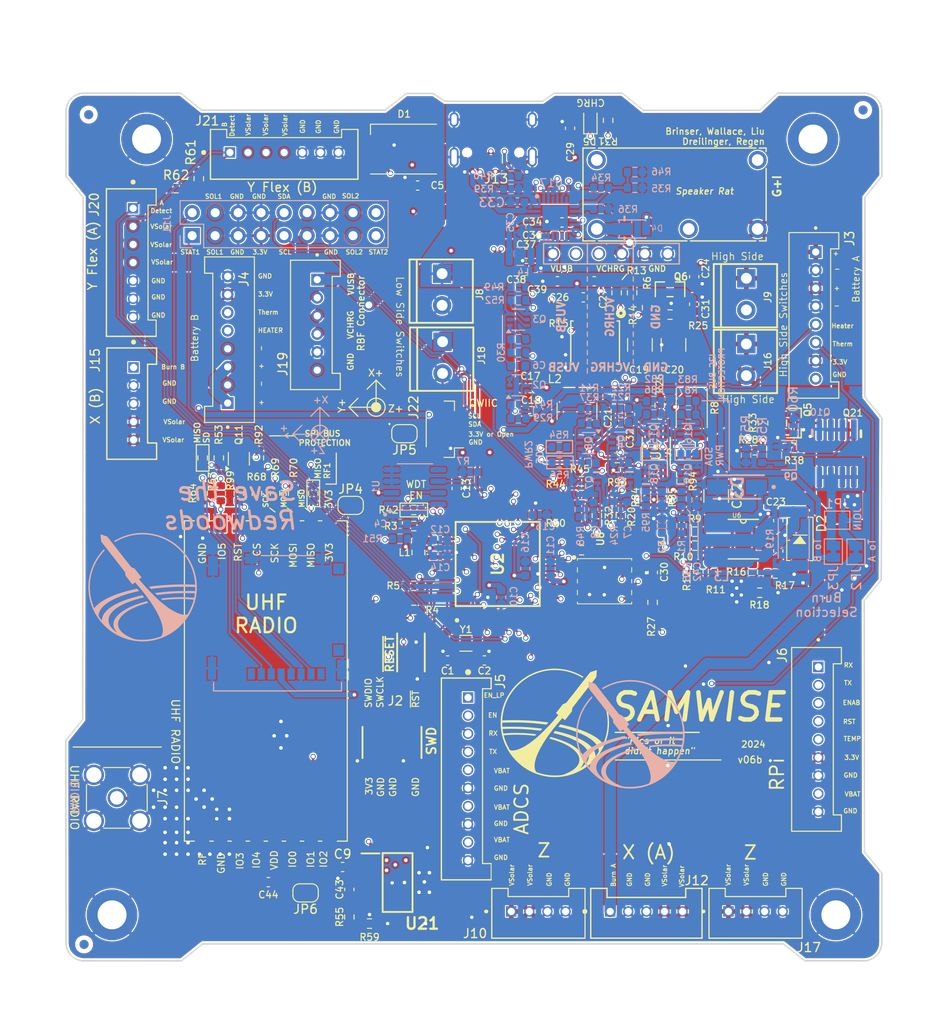
<source format=kicad_pcb>
(kicad_pcb (version 20240108) (generator "pcbnew") (generator_version "8.0")
  (title_block (title "PyCubed") (date "2024-05-14") (rev "06b") (company "SSI"))
  (layers (0 "F.Cu" signal) (1 "In1.Cu" signal "Route2") (2 "In2.Cu" signal "Route15") (31 "B.Cu" signal) (34 "B.Paste" user) (35 "F.Paste" user) (36 "B.SilkS" user "B.Silkscreen") (37 "F.SilkS" user "F.Silkscreen") (38 "B.Mask" user) (39 "F.Mask" user) (44 "Edge.Cuts" user))
  (net 0 "")
  (net 1 "GND")
  (net 2 "3.3V")
  (net 3 "RPI_UART_TO_PI")
  (net 4 "SWCLK")
  (net 5 "SWDIO")
  (net 6 "~{RESET}")
  (net 7 "VSOLAR")
  (net 8 "VBATT")
  (net 9 "USB_D+")
  (net 10 "USB_D-")
  (net 12 "BURN_RELAY_A")
  (net 13 "Net-(Q3A-C1)")
  (net 14 "Net-(Q2B-B2)")
  (net 16 "/Burn Wires/VBURN_A_IN")
  (net 17 "Net-(U5-SW1)")
  (net 18 "Net-(U5-VBST)")
  (net 19 "/Avionics/XTAL1")
  (net 20 "/Avionics/XTAL2")
  (net 21 "/Avionics/BATTERY")
  (net 22 "MISO")
  (net 23 "SCK")
  (net 24 "MOSI")
  (net 25 "FLASH_CS")
  (net 26 "FLASH_SCK")
  (net 27 "FLASH_IO3")
  (net 28 "FLASH_IO2")
  (net 29 "FLASH_MISO")
  (net 30 "FLASH_MOSI")
  (net 31 "Net-(D2-K)")
  (net 32 "Net-(D3-K)")
  (net 33 "Net-(U5-SS)")
  (net 34 "Net-(U5-VREG5)")
  (net 35 "Net-(U4-TIMER)")
  (net 36 "Net-(U17-PMID_1)")
  (net 37 "Net-(U17-SW_1)")
  (net 38 "Net-(R16-Pad2)")
  (net 39 "Net-(U17-BTST)")
  (net 40 "Net-(J14-Pin_1)")
  (net 41 "Net-(J14-Pin_4)")
  (net 42 "ADCS_Rx")
  (net 43 "WDT_WDI")
  (net 44 "~{FIXED_SOLAR_FAULT}")
  (net 45 "Net-(Q18B-G1)")
  (net 46 "Net-(Q19B-G1)")
  (net 47 "RF1_RST")
  (net 48 "RF1_CS")
  (net 49 "RF1_IO0")
  (net 50 "USB_CC2")
  (net 51 "USB_CC1")
  (net 52 "GNDREF")
  (net 53 "VBUS_IN")
  (net 54 "SCL")
  (net 55 "SDA")
  (net 56 "ADCS_Tx")
  (net 57 "VCHRG")
  (net 58 "ADCS_EN")
  (net 59 "RPI_UART_FROM_PI")
  (net 60 "MPPT_STAT_1")
  (net 62 "Net-(D1-DIN)")
  (net 63 "Net-(J22-Pin_2)")
  (net 64 "Net-(Q6-C)")
  (net 65 "Net-(D5-A)")
  (net 67 "SD_CS")
  (net 71 "RPI_RST")
  (net 72 "RPI_TEMP")
  (net 75 "Net-(U2-VSW)")
  (net 76 "/Power/3V3_EN")
  (net 77 "Net-(U6-SENSE)")
  (net 78 "RPI_ENAB")
  (net 79 "Net-(Q2A-B1)")
  (net 80 "Net-(Q3A-B1)")
  (net 81 "MOSI_RF1")
  (net 82 "SCK_RF1")
  (net 83 "MISO_RF1")
  (net 84 "Net-(Q3B-B2)")
  (net 85 "SCL_PWR")
  (net 86 "Net-(Q5-G)")
  (net 87 "SDA_PWR")
  (net 88 "Net-(Q21-Gate)")
  (net 89 "VBUS_RESET")
  (net 90 "STAT")
  (net 91 "/Power/REGN")
  (net 92 "Net-(Q11A-E1)")
  (net 93 "VCC_RF1")
  (net 94 "ENAB_RF")
  (net 95 "Net-(Q11A-B1)")
  (net 96 "Net-(Q11B-E2)")
  (net 97 "Net-(Q11B-B2)")
  (net 98 "VBATT_SENSE")
  (net 99 "MOSI_SD")
  (net 100 "SCK_SD")
  (net 101 "MISO_SD")
  (net 102 "Net-(Q15A-B1)")
  (net 103 "Net-(Q15B-B2)")
  (net 104 "Net-(Q16A-B1)")
  (net 105 "Net-(Q16B-B2)")
  (net 106 "Net-(Q18A-G2)")
  (net 107 "Net-(Q19A-G2)")
  (net 108 "Net-(U6-VIN_REG)")
  (net 109 "/Connectors/VSOLAR_DEPL1")
  (net 110 "Net-(U5-VFB)")
  (net 111 "Net-(U5-PG)")
  (net 112 "Net-(U6-VFB)")
  (net 113 "Net-(U4-ON)")
  (net 114 "Net-(U17-TS)")
  (net 115 "Net-(U17-ILIM)")
  (net 116 "Net-(U1-~{RESET})")
  (net 117 "SENSE_THERM_A")
  (net 118 "BAT_HEATER_A")
  (net 119 "~{MPPT_SHDN_1}")
  (net 120 "/Connectors/VSOLAR_DEPL2")
  (net 121 "Net-(U21-SENSE{slash}ADJ)")
  (net 122 "Net-(U1-~{MR})")
  (net 124 "SENSE_THERM_B")
  (net 130 "~{FIXED_SOLAR_CHRG}")
  (net 134 "/Burn Wires/BURN_AOUT")
  (net 135 "Net-(Q6-B)")
  (net 136 "BAT_HEATER_B")
  (net 137 "MPPT_STAT_2")
  (net 138 "~{MPPT_SHDN_2}")
  (net 139 "Net-(Q1B-G1)")
  (net 140 "Net-(Q7B-G1)")
  (net 141 "Net-(Q1A-G2)")
  (net 142 "Net-(Q1A-D1)")
  (net 143 "Net-(Q4A-B1)")
  (net 144 "SCL_PWR2")
  (net 145 "Net-(Q7A-G2)")
  (net 146 "Net-(Q7A-D1)")
  (net 147 "Net-(Q8A-B1)")
  (net 148 "SDA_PWR2")
  (net 153 "Net-(Q9-G)")
  (net 154 "Net-(Q10-Gate)")
  (net 155 "ENAB_BURN_A")
  (net 156 "ENAB_BURN_B")
  (net 157 "BURN_B")
  (net 158 "BURN_A")
  (net 159 "ADCS_EN_LP")
  (net 160 "/Burn Wires/BURN_BOUT")
  (net 161 "SideDeplyDetectA")
  (net 162 "/Power/V_RF")
  (net 163 "SideDeplyDetectB")
  (net 164 "unconnected-(U23-GPIO_4-Pad4)")
  (net 165 "/RF/RF1_ANT")
  (net 166 "Net-(U2-VDDCORE)")
  (net 167 "Net-(JP4-A)")
  (footprint "Resistor_SMD:R_0603_1608Metric" (layer "F.Cu") (at 178.816 91.694)
    (property "Reference" "R38")
    (property "Value" "100k")
  )
  (footprint "ssi_IC:PWP14_2P31X2P46-L" (layer "F.Cu") (at 156.8161 80.058096 -90)
    (property "Reference" "U5" (hide yes))
    (property "Value" "TPS54226PWPR" (hide yes))
  )
  (footprint "Capacitor_SMD:C_0603_1608Metric" (layer "F.Cu") (at 149.733 87.63)
    (property "Reference" "C18")
    (property "Value" "22uF")
  )
  (footprint "Capacitor_SMD:C_0603_1608Metric" (layer "F.Cu") (at 149.6406 85.09)
    (property "Reference" "C17")
    (property "Value" "22uF")
  )
  (footprint "Capacitor_SMD:C_0603_1608Metric" (layer "F.Cu") (at 158.1785 85.9155 90)
    (property "Reference" "C21")
    (property "Value" "0.1uF")
  )
  (footprint "Resistor_SMD:R_0603_1608Metric" (layer "F.Cu") (at 152.781 76.5175 180)
    (property "Reference" "R15")
    (property "Value" "100k")
  )
  (footprint "Capacitor_SMD:C_0603_1608Metric" (layer "F.Cu") (at 155.5115 75.057 180)
    (property "Reference" "C26")
    (property "Value" "3.3nF")
  )
  (footprint "ssi_transistor:SOT-23" (layer "F.Cu") (at 178.7871 88.948096 -90)
    (property "Reference" "Q5")
    (property "Value" "IRLML2803" (hide yes))
  )
  (footprint "Resistor_SMD:R_0603_1608Metric" (layer "F.Cu") (at 165.1 76.962)
    (property "Reference" "R25")
    (property "Value" "10k")
  )
  (footprint "ssi_IC:QFP50P1200X1200X120-64N" (layer "F.Cu") (at 146.05 104.521 90)
    (property "Reference" "U2")
    (property "Value" "ATSAMD51J20A-AF" (hide yes))
  )
  (footprint "ssi_transistor:DMP2040USS-13" (layer "F.Cu") (at 183.515 92.329 180)
    (property "Reference" "Q21")
    (property "Value" "DMP2040USS-13" (hide yes))
  )
  (footprint "Resistor_SMD:R_0603_1608Metric" (layer "F.Cu") (at 136.779 100.33)
    (property "Reference" "R3")
    (property "Value" "10k")
  )
  (footprint "Capacitor_SMD:C_0603_1608Metric" (layer "F.Cu") (at 141.52 96.17 90)
    (property "Reference" "C13")
    (property "Value" "1uF")
  )
  (footprint "ssi_IC:SON127P600X500X90-9N" (layer "F.Cu") (at 157.861 106.426)
    (property "Reference" "U8")
    (property "Value" "MR25H40MDF")
  )
  (footprint "Resistor_SMD:R_0603_1608Metric" (layer "F.Cu") (at 155.321 95.377)
    (property "Reference" "R45")
    (property "Value" "10k")
  )
  (footprint "Resistor_SMD:R_0603_1608Metric" (layer "F.Cu") (at 136.779 109.601 180)
    (property "Reference" "R4")
    (property "Value" "10k")
  )
  (footprint "MountingHole:MountingHole_3.2mm_M3_DIN965_Pad" (layer "F.Cu") (at 107.2361 57.5641)
    (property "Reference" "H1" (hide yes))
    (property "Value" "MountingHole_Pad")
  )
  (footprint "MountingHole:MountingHole_3.2mm_M3_DIN965_Pad" (layer "F.Cu") (at 103.4261 143.2941)
    (property "Reference" "H2" (hide yes))
    (property "Value" "MountingHole_Pad")
  )
  (footprint "MountingHole:MountingHole_3.2mm_M3_DIN965_Pad" (layer "F.Cu") (at 183.4261 143.2941)
    (property "Reference" "H3" (hide yes))
    (property "Value" "MountingHole_Pad")
  )
  (footprint "MountingHole:MountingHole_3.2mm_M3_DIN965_Pad" (layer "F.Cu") (at 180.8961 57.5641)
    (property "Reference" "H4" (hide yes))
    (property "Value" "MountingHole_Pad")
  )
  (footprint "Fiducial:Fiducial_1mm_Mask2mm" (layer "F.Cu") (at 100.33 146.558)
    (property "Reference" "REF1T" (hide yes))
    (property "Value" "Fiducial_1mm_Mask2mm")
  )
  (footprint "ssi_relay:Relay_PE014006" (layer "F.Cu") (at 165.5979 63.69 90)
    (property "Reference" "U16" (hide yes))
    (property "Value" "PE014006" (hide yes))
  )
  (footprint "Capacitor_SMD:C_0603_1608Metric" (layer "F.Cu") (at 154.051 56.368 90)
    (property "Reference" "C29")
    (property "Value" "4.7uF")
  )
  (footprint "Resistor_SMD:R_0603_1608Metric" (layer "F.Cu") (at 158.2547 55.499 -90)
    (property "Reference" "R31")
    (property "Value" "10k")
  )
  (footprint "Capacitor_SMD:C_0603_1608Metric" (layer "F.Cu") (at 153.162 66.7766 180)
    (property "Reference" "C34")
    (property "Value" "4.7uF")
  )
  (footprint "Capacitor_SMD:C_0603_1608Metric" (layer "F.Cu") (at 149.225 71.8185)
    (property "Reference" "C38")
    (property "Value" "22uF")
  )
  (footprint "Resistor_SMD:R_0603_1608Metric" (layer "F.Cu") (at 159.1945 74.549 -90)
    (property "Reference" "R13")
    (property "Value" "73.2k")
  )
  (footprint "Capacitor_SMD:C_0603_1608Metric" (layer "F.Cu") (at 152.654 73.279)
    (property "Reference" "C39")
    (property "Value" "10uF")
  )
  (footprint "ssi_connector:SMA_Amphenol_901-144_horizontal" (layer "F.Cu") (at 103.9495 130.3655 -90)
    (property "Reference" "J7")
    (property "Value" "Amphenol_901-144")
  )
  (footprint "LED_SMD:LED_WS2812B_PLCC4_5.0x5.0mm_P3.2mm" (layer "F.Cu") (at 135.636 58.674 180)
    (property "Reference" "D1")
    (property "Value" "1655")
  )
  (footprint "Resistor_SMD:R_0603_1608Metric" (layer "F.Cu") (at 155.321 102.997 180)
    (property "Reference" "R50")
    (property "Value" "10k")
  )
  (footprint "Capacitor_SMD:C_0603_1608Metric" (layer "F.Cu") (at 164.211 100.289196 90)
    (property "Reference" "C3")
    (property "Value" "0.1uF")
  )
  (footprint "Capacitor_SMD:C_0603_1608Metric" (layer "F.Cu") (at 163.195 105.458096 -90)
    (property "Reference" "C30")
    (property "Value" "0.1uF")
  )
  (footprint "Resistor_SMD:R_0603_1608Metric" (layer "F.Cu") (at 136.779 106.934)
    (property "Reference" "R5")
    (property "Value" "10k")
  )
  (footprint "Resistor_SMD:R_0603_1608Metric" (layer "F.Cu") (at 136.779 98.552 180)
    (property "Reference" "R42")
    (property "Value" "100")
  )
  (footprint "Inductor_SMD:L_0805_2012Metric_Pad1.15x1.40mm_HandSolder" (layer "F.Cu") (at 137.287 103.251 -90)
    (property "Reference" "L1")
    (property "Value" "10uH")
  )
  (footprint "Capacitor_SMD:C_0603_1608Metric" (layer "F.Cu") (at 137.2 62.7 180)
    (property "Reference" "C5")
    (property "Value" "0.1uF")
  )
  (footprint "Capacitor_SMD:C_0603_1608Metric" (layer "F.Cu") (at 156.718 73.279 180)
    (property "Reference" "C27")
    (property "Value" "1uF")
  )
  (footprint "Capacitor_SMD:C_0603_1608Metric" (layer "F.Cu") (at 149.187 70.231)
    (property "Reference" "C37")
    (property "Value" "22uF")
  )
  (footprint "Resistor_SMD:R_0603_1608Metric" (layer "F.Cu") (at 162.433 97.155 90)
    (property "Reference" "R84")
    (property "Value" "10k")
  )
  (footprint "Resistor_SMD:R_0603_1608Metric" (layer "F.Cu") (at 164.211 97.155 90)
    (property "Reference" "R85")
    (property "Value" "10k")
  )
  (footprint "Resistor_SMD:R_0603_1608Metric" (layer "F.Cu") (at 159.258 93.853)
    (property "Reference" "R93")
    (property "Value" "100k")
  )
  (footprint "Resistor_SMD:R_0603_1608Metric" (layer "F.Cu") (at 166.37 95.377 90)
    (property "Reference" "R94")
    (property "Value" "100k")
  )
  (footprint "Resistor_SMD:R_0603_1608Metric" (layer "F.Cu") (at 155.321 96.901 180)
    (property "Reference" "R44")
    (property "Value" "10k")
  )
  (footprint "Capacitor_SMD:C_0603_1608Metric" (layer "F.Cu") (at 144.5768 115.18392)
    (property "Reference" "C2")
    (property "Value" "8pF")
  )
  (footprint "Crystal:Crystal_SMD_3215-2Pin_3.2x1.5mm" (layer "F.Cu") (at 142.5448 113.27892 180)
    (property "Reference" "Y1")
    (property "Value" "32.768kHz")
  )
  (footprint "Capacitor_SMD:C_0603_1608Metric" (layer "F.Cu") (at 140.5128 115.18392 180)
    (property "Reference" "C1")
    (property "Value" "8pF")
  )
  (footprint "ssi_connector:1985807" (layer "F.Cu") (at 173.5328 80.2132 -90)
    (property "Reference" "J16")
    (property "Value" "1985807")
  )
  (footprint "Resistor_SMD:R_0603_1608Metric" (layer "F.Cu") (at 160.909 74.549 90)
    (property "Reference" "R14")
    (property "Value" "22.1k")
  )
  (footprint "LED_SMD:LED_0603_1608Metric" (layer "F.Cu") (at 156.2935 55.499 90)
    (property "Reference" "D5")
    (property "Value" "GREEN LED")
  )
  (footprint "Resistor_SMD:R_2512_6332Metric" (layer "F.Cu") (at 167.5 87.275 -90)
    (property "Reference" "R8")
    (property "Value" "0.02")
  )
  (footprint "ssi_inductor:L_2141" (layer "F.Cu") (at 154.813 87.63 -90)
    (property "Reference" "L2")
    (property "Value" "3.3uH")
  )
  (footprint "ssi_transistor:SOT-23" (layer "F.Cu") (at 165.1 74.168)
    (property "Reference" "Q6")
    (property "Value" "MMBT2222A-TP" (hide yes))
  )
  (footprint "ssi_connector:1985807" (layer "F.Cu") (at 139.954 79.9592 -90)
    (property "Reference" "J18")
    (property "Value" "1985807")
  )
  (footprint "Resistor_SMD:R_0603_1608Metric" (layer "F.Cu") (at 174.498 91.948 180)
    (property "Reference" "R28")
    (property "Value" "10k")
  )
  (footprint "Resistor_SMD:R_0603_1608Metric" (layer "F.Cu") (at 175.387 88.948096 -90)
    (property "Reference" "R33")
    (property "Value" "4.7k")
  )
  (footprint "Capacitor_SMD:C_1210_3225Metric" (layer "F.Cu") (at 161.7691 80.312096 90)
    (property "Reference" "C19")
    (property "Value" "10uF")
  )
  (footprint "Capacitor_SMD:C_1210_3225Metric" (layer "F.Cu") (at 165.481 80.312096 90)
    (property "Reference" "C20")
    (property "Value" "10uF")
  )
  (footprint "Capacitor_SMD:C_0603_1608Metric" (layer "F.Cu") (at 167.767 72.771 -90)
    (property "Reference" "C24")
    (property "Value" "0.1uF")
  )
  (footprint "Resistor_SMD:R_0603_1608Metric" (layer "F.Cu") (at 163.957 86.995 -90)
    (property "Reference" "R26")
    (property "Value" "1k")
  )
  (footprint "ssi_IC:ADM1176-1ARMZ-R7" (layer "F.Cu") (at 163.576 92.075 -90)
    (property "Reference" "U4")
    (property "Value" "ADM1176-1ARMZ-R7" (hide yes))
  )
  (footprint "Resistor_SMD:R_0603_1608Metric" (layer "F.Cu") (at 129.649937 143.530948 -90)
    (property "Reference" "R55")
    (property "Value" "10k")
  )
  (footprint "ssi_switch:BTN_KMR2_4.6X2.8" (layer "F.Cu") (at 136.4615 114.3 90)
    (property "Reference" "SW1" (hide yes))
    (property "Value" "KMR231NG LFS" (hide yes))
  )
  (footprint "Capacitor_SMD:C_0603_1608Metric" (layer "F.Cu") (at 167.767 75.819 90)
    (property "Reference" "C31")
    (property "Value" "22uF")
  )
  (footprint "Resistor_SMD:R_0603_1608Metric" (layer "F.Cu") (at 115.4386 96.7105 90)
    (property "Reference" "R63")
    (property "Value" "1k")
  )
  (footprint "Resistor_SMD:R_0603_1608Metric" (layer "F.Cu") (at 113.4386 96.7105 90)
    (property "Reference" "R64")
    (property "Value" "1k")
  )
  (footprint "Resistor_SMD:R_0603_1608Metric" (layer "F.Cu") (at 119.4386 96.7105 -90)
    (property "Reference" "R68")
    (property "Value" "4.7k")
  )
  (footprint "Resistor_SMD:R_0603_1608Metric" (layer "F.Cu") (at 121.4386 96.7105 90)
    (property "Reference" "R69")
    (property "Value" "1k")
  )
  (footprint "Resistor_SMD:R_0603_1608Metric" (layer "F.Cu") (at 113.4386 92.7989 90)
    (property "Reference" "R104" (hide yes))
    (property "Value" "0")
  )
  (footprint "Resistor_SMD:R_0603_1608Metric" (layer "F.Cu") (at 119.65 92.7989 90)
    (property "Reference" "R92")
    (property "Value" "4.7k")
  )
  (footprint "Package_TO_SOT_SMD:SOT-363_SC-70-6" (layer "F.Cu") (at 117.4386 92.9005 90)
    (property "Reference" "Q11")
    (property "Value" "MMDT2907")
  )
  (footprint "Resistor_SMD:R_0603_1608Metric" (layer "F.Cu") (at 115.225 92.7989 -90)
    (property "Reference" "R53")
    (property "Value" "0")
  )
  (footprint "Resistor_SMD:R_0603_1608Metric" (layer "F.Cu") (at 117.4386 96.7105 -90)
    (property "Reference" "R99")
    (property "Value" "0")
  )
  (footprint "Resistor_SMD:R_0603_1608Metric" (layer "F.Cu") (at 123.4386 96.7105 -90)
    (property "Reference" "R70")
    (property "Value" "1k")
  )
  (footprint "Resistor_SMD:R_0603_1608Metric" (layer "F.Cu") (at 125.6665 96.7105 90)
    (property "Reference" "R101" (hide yes))
    (property "Value" "0")
  )
  (footprint "ssi_IC:TPS7A4501DCQT" (layer "F.Cu") (at 134.983937 139.720948)
    (property "Reference" "U21")
    (property "Value" "TPS7A4501DCQT" (hide yes))
  )
  (footprint "Jumper:SolderJumper-2_P1.3mm_Bridged_RoundedPad1.0x1.5mm" (layer "F.Cu") (at 124.8156 140.8684 180)
    (property "Reference" "JP6")
    (property "Value" "Jumper_3_Bridged12")
  )
  (footprint "Capacitor_SMD:C_0603_1608Metric" (layer "F.Cu") (at 120.7008 139.6746)
    (property "Reference" "C44")
    (property "Value" "10uF")
  )
  (footprint "Resistor_SMD:R_0603_1608Metric" (layer "F.Cu") (at 131.883937 144.258948)
    (property "Reference" "R59")
    (property "Value" "3.3k")
  )
  (footprint "Capacitor_SMD:C_0603_1608Metric" (layer "F.Cu") (at 129.649937 140.482948 -90)
    (property "Reference" "C43")
    (property "Value" "10uF")
  )
  (footprint "Capacitor_SMD:C_0603_1608Metric" (layer "F.Cu") (at 153.162 68.25)
    (property "Reference" "C36")
    (property "Value" "47nF")
  )
  (footprint "Capacitor_SMD:C_0603_1608Metric" (layer "F.Cu") (at 160.675 87.975 -90)
    (property "Reference" "C32")
    (property "Value" "3.3nF")
  )
  (footprint "ssi_connector:USB_C_Receptacle_XKB_U262-161N-4BVC11" (layer "F.Cu") (at 146.052 55.018 180)
    (property "Reference" "J13")
    (property "Value" "USB_C_pycubed")
  )
  (footprint "ssi_connector:1985807" (layer "F.Cu") (at 139.9032 72.4408 -90)
    (property "Reference" "J8")
    (property "Value" "1985807")
  )
  (footprint "ssi_connector:1985807" (layer "F.Cu") (at 173.5328 72.9488 -90)
    (property "Reference" "J9")
    (property "Value" "1985807")
  )
  (footprint "Resistor_SMD:R_0603_1608Metric" (layer "F.Cu") (at 176.7078 105.567481 180)
    (property "Reference" "R17")
    (property "Value" "510k" (hide yes))
  )
  (footprint "Resistor_SMD:R_0603_1608Metric" (layer "F.Cu") (at 168.2242 105.313481 -90)
    (property "Reference" "R12")
    (property "Value" "100k" (hide yes))
  )
  (footprint "Fiducial:Fiducial_1mm_Mask2mm" (layer "F.Cu") (at 186.436 54.356)
    (property "Reference" "REF3T" (hide yes))
    (property "Value" "Fiducial_1mm_Mask2mm")
  )
  (footprint "ssi_IC:MSOP-12_MSE" (layer "F.Cu") (at 173.2026 101.7778)
    (property "Reference" "U6")
    (property "Value" "LT3652HVIMSE#PBF")
  )
  (footprint "ssi_diode:DO-214AC" (layer "F.Cu") (at 179.451 101.759 -90)
    (property "Reference" "D2")
    (property "Value" "CDBA240LL")
  )
  (footprint "Resistor_SMD:R_0603_1608Metric_Pad0.98x0.95mm_HandSolder" (layer "F.Cu") (at 162.56 76.2 90)
    (property "Reference" "R6")
    (property "Value" "2.1k")
  )
  (footprint "Capacitor_SMD:C_0603_1608Metric" (layer "F.Cu") (at 128.908937 138.008948)
    (property "Reference" "C9")
    (property "Value" "10uF")
  )
  (footprint "Capacitor_SMD:C_0603_1608Metric" (layer "F.Cu") (at 177.0634 99.725481 90)
    (property "Reference" "C23")
    (property "Value" "1uF" (hide yes))
  )
  (footprint "Resistor_SMD:R_0603_1608Metric" (layer "F.Cu") (at 169.8498 105.313481 -90)
    (property "Reference" "R11")
    (property "Value" "100k" (hide yes))
  )
  (footprint "Jumper:SolderJumper-2_P1.3mm_Open_RoundedPad1.0x1.5mm" (layer "F.Cu") (at 135.74 90.12 180)
    (property "Reference" "JP5")
    (property "Value" "QWIIC suply")
  )
  (footprint "ssi_connector:SAMTEC_FTSH-105-01-L-DV-007" (layer "F.Cu") (at 134.365 124.245)
    (property "Reference" "J2")
    (property "Value" "Conn_ARM_JTAG_SWD_10")
  )
  (footprint "ssi_IC:RFM98PW" (layer "F.Cu") (at 120.42 117.45 -90)
    (property "Reference" "U23" (hide yes))
    (property "Value" "RFM98PW" (hide yes))
  )
  (footprint "Connector_JST:JST_SH_BM04B-SRSS-TB_1x04-1MP_P1.00mm_Vertical" (layer "F.Cu") (at 140.16 89.63 90)
    (property "Reference" "J22")
    (property "Value" "QWIIC")
  )
  (footprint "Resistor_SMD:R_0603_1608Metric" (layer "F.Cu") (at 157.01 99.17 -90)
    (property "Reference" "R32")
    (property "Value" "100k")
  )
  (footprint "Resistor_SMD:R_0603_1608Metric" (layer "F.Cu") (at 110.5 62.99 180)
    (property "Reference" "R62")
    (property "Value" "100k")
  )
  (footprint "ssi_connector:Molex_35362-0550" (layer "F.Cu") (at 158.484001 142.92 180)
    (property "Reference" "J12")
    (property "Value" "35362-0550")
  )
  (footprint "Fiducial:Fiducial_1mm_Mask2mm" (layer "F.Cu") (at 100.838 54.864 90)
    (property "Reference" "REF2T" (hide yes))
    (property "Value" "Fiducial_1mm_Mask2mm")
  )
  (footprint "Resistor_SMD:R_0603_1608Metric" (layer "F.Cu") (at 175.006 107.696)
    (property "Reference" "R18")
    (property "Value" "330k" (hide yes))
  )
  (footprint "ssi_connector:Molex_35362-0550" (layer "F.Cu") (at 105.8 82.799999 90)
    (property "Reference" "J15")
    (property "Value" "35362-0550")
  )
  (footprint "Resistor_SMD:R_0603_1608Metric" (layer "F.Cu") (at 167.84 100.95)
    (property "Reference" "R9")
    (property "Value" "121k")
  )
  (footprint "Jumper:SolderJumper-2_P1.3mm_Open_RoundedPad1.0x1.5mm" (layer "F.Cu") (at 129.794 98.044)
    (property "Reference" "JP4")
    (property "Value" "3.3V EN")
  )
  (footprint "Resistor_SMD:R_0603_1608Metric" (layer "F.Cu") (at 167.84 102.49 180)
    (property "Reference" "R10")
    (property "Value" "20k")
  )
  (footprint "ssi_connector:Molex_35362-0850" (layer "F.Cu") (at 181.2 70.050001 90)
    (property "Reference" "J3")
    (property "Value" "35362-0850" (hide yes))
  )
  (footprint "ssi_connector:Molex_35362-1050" (layer "F.Cu") (at 142.775 119.275 90)
    (property "Reference" "J5")
    (property "Value" "35362-1050")
  )
  (footprint "ssi_connector:Molex_35362-0450" (layer "F.Cu") (at 147.55 142.92 180)
    (property "Reference" "J10")
    (property "Value" "35362-0450")
  )
  (footprint "Capacitor_SMD:C_0603_1608Metric" (layer "F.Cu") (at 177.0634 103.078281 90)
    (property "Reference" "C25" (hide yes))
    (property "Value" "10uF" (hide yes))
  )
  (footprint "ssi_connector:Molex_35362-0650" (layer "F.Cu") (at 126.1 73.1 90)
    (property "Reference" "J19")
    (property "Value" "35362-0650")
  )
  (footprint "Resistor_SMD:R_0603_1608Metric" (layer "F.Cu") (at 163.1696 108.7628 -90)
    (property "Reference" "R27")
    (property "Value" "100k")
  )
  (footprint "ssi_drawings:SSI_logo_medium" (layer "F.Cu") (at 152.24 123.79)
    (property "Reference" "G***" (hide yes))
    (property "Value" "SSI_logo_medium" (hide yes))
  )
  (footprint "Resistor_SMD:R_0603_1608Metric" (layer "F.Cu") (at 113.01 61.94 90)
    (property "Reference" "R61")
    (property "Value" "100k")
  )
  (footprint "ssi_connector:Molex_35362-0850" (layer "F.Cu") (at 116.205 86.739999 -90)
    (property "Reference" "J4")
    (property "Value" "35362-0850" (hide yes))
  )
  (footprint "ssi_connector:Molex_35362-0750" (layer "F.Cu") (at 105.75 65.214001 90)
    (property "Reference" "J20")
    (property "Value" "35362-0750")
  )
  (footprint "Capacitor_SMD:C_1210_3225Metric" (layer "F.Cu") (at 170.2 97 -90)
    (property "Reference" "C22")
    (property "Value" "10uF")
  )
  (footprint "ssi_connector:Molex_35362-0450" (layer "F.Cu") (at 171.55 142.92 180)
    (property "Reference" "J17")
    (property "Value" "35362-0450")
  )
  (footprint "ssi_connector:Molex_35362-0750" (layer "F.Cu") (at 116.450001 59.05 180)
    (property "Reference" "J21")
    (property "Value" "35362-0750")
  )
  (footprint "ssi_connector:Molex_35362-0950" (layer "F.Cu") (at 181.491 115.9 90)
    (property "Reference" "J6")
    (property "Value" "35362-0950")
  )
  (footprint "Resistor_SMD:R_0603_1608Metric" (layer "F.Cu") (at 159.66 99.16 -90)
    (property "Reference" "R20")
    (property "Value" "100k")
  )
  (footprint "Resistor_SMD:R_0603_1608Metric" (layer "F.Cu") (at 174.244 105.41 -90)
    (property "Reference" "R16")
    (property "Value" "49.9k" (hide yes))
  )
  (footprint "Capacitor_SMD:C_0603_1608Metric" (layer "B.Cu") (at 135.255 100.076)
    (property "Reference" "C4")
    (property "Value" "1uF")
  )
  (footprint "Capacitor_SMD:C_0603_1608Metric" (layer "B.Cu") (at 151.892 105.029 90)
    (property "Reference" "C11")
    (property "Value" "0.1uF")
  )
  (footprint "Capacitor_SMD:C_0603_1608Metric" (layer "B.Cu") (at 149.098 105.029 90)
    (property "Reference" "C16")
    (property "Value" "10uF")
  )
  (footprint "Resistor_SMD:R_0603_1608Metric" (layer "B.Cu") (at 164.211 100.289196 -90)
    (property "Reference" "R2")
    (property "Value" "110k")
  )
  (footprint "Resistor_SMD:R_0603_1608Metric" (layer "B.Cu") (at 143.002 94.361)
    (property "Reference" "R7")
    (property "Value" "10k")
  )
  (footprint "ssi_connector:Molex_503182-1852" (layer "B.Cu") (at 121.7168 110.9472)
    (property "Reference" "J1" (hide yes))
    (property "Value" "503182-1852")
  )
  (footprint "Capacitor_SMD:C_0603_1608Metric" (layer "B.Cu") (at 146.431 108.204 -90)
    (property "Reference" "C10")
    (property "Value" "0.1uF")
  )
  (footprint "Capacitor_SMD:C_0603_1608Metric" (layer "B.Cu") (at 139.7 101.854 180)
    (property "Reference" "C12")
    (property "Value" "1uF")
  )
  (footprint "Package_SO:SO-8_3.9x4.9mm_P1.27mm" (layer "B.Cu") (at 136.906 96.012)
    (property "Reference" "U1")
    (property "Value" "MAX706RESA")
  )
  (footprint "Fiducial:Fiducial_1mm_Mask2mm" (layer "B.Cu") (at 186.436 54.356)
    (property "Reference" "REF1B" (hide yes))
    (property "Value" "Fiducial_1mm_Mask2mm")
  )
  (footprint "Resistor_SMD:R_0603_1608Metric" (layer "B.Cu") (at 147.525 61.6046)
    (property "Reference" "R40")
    (property "Value" "5.1k")
  )
  (footprint "ssi_IC:QFN50P400X400X100-25N-D" (layer "B.Cu") (at 152.4 66.294 -90)
    (property "Reference" "U17")
    (property "Value" "BQ25883RGER" (hide yes))
  )
  (footprint "Resistor_SMD:R_0603_1608Metric" (layer "B.Cu") (at 157.48 65.278 180)
    (property "Reference" "R36")
    (property "Value" "560")
  )
  (footprint "Capacitor_SMD:C_0603_1608Metric" (layer "B.Cu") (at 148.6662 67.125 90)
    (property "Reference" "C35")
    (property "Value" "10uF")
  )
  (footprint "Resistor_SMD:R_0603_1608Metric" (layer "B.Cu") (at 161.2138 62.9412 180)
    (property "Reference" "R35")
    (property "Value" "30.1k")
  )
  (footprint "Resistor_SMD:R_0603_1608Metric" (layer "B.Cu") (at 157.48 62.9412)
    (property "Reference" "R34")
    (property "Value" "5.23k")
  )
  (footprint "Resistor_SMD:R_0603_1608Metric" (layer "B.Cu") (at 147.525 63.075 180)
    (property "Reference" "R39")
    (property "Value" "5.1k")
  )
  (footprint "Capacitor_SMD:C_0603_1608Metric" (layer "B.Cu") (at 150.7 99.1)
    (property "Reference" "C15")
    (property "Value" "1uF")
  )
  (footprint "Resistor_SMD:R_0603_1608Metric" (layer "B.Cu") (at 161.2138 61.214 180)
    (property "Reference" "R46")
    (property "Value" "10k")
  )
  (footprint "ssi_inductor:L_2510" (layer "B.Cu") (at 148.52 70.525)
    (property "Reference" "L4")
    (property "Value" "1uH")
  )
  (footprint "Capacitor_SMD:C_0603_1608Metric" (layer "B.Cu") (at 148.325 82.625)
    (property "Reference" "C6")
    (property "Value" "10uF")
  )
  (footprint "Capacitor_SMD:C_0603_1608Metric" (layer "B.Cu") (at 164.2 97.325 -90)
    (property "Reference" "C41" (hide yes))
    (property "Value" "10nF")
  )
  (footprint "Capacitor_SMD:C_0603_1608Metric" (layer "B.Cu") (at 168.021 97.325 -90)
    (property "Reference" "C42")
    (property "Value" "10nF")
  )
  (footprint "Package_TO_SOT_SMD:SOT-363_SC-70-6" (layer "B.Cu") (at 167.125 90.15)
    (property "Reference" "Q16")
    (property "Value" "MBT2222ADW1T1")
  )
  (footprint "ssi_transistor:BSS138DWQ-7" (layer "B.Cu") (at 167.132 94.488)
    (property "Reference" "Q19")
    (property "Value" "BSS138DWQ-7" (hide yes))
  )
  (footprint "Resistor_SMD:R_0603_1608Metric" (layer "B.Cu") (at 148.336 88.425)
    (property "Reference" "R29")
    (property "Value" "73.2k")
  )
  (footprint "Resistor_SMD:R_0603_1608Metric" (layer "B.Cu") (at 148.336 81.15 180)
    (property "Reference" "R30")
    (property "Value" "100k")
  )
  (footprint "Resistor_SMD:R_0603_1608Metric" (layer "B.Cu") (at 148.336 73.914 180)
    (property "Reference" "R49")
    (property "Value" "100k")
  )
  (footprint "Resistor_SMD:R_0603_1608Metric" (layer "B.Cu") (at 148.336 75.375)
    (property "Reference" "R52")
    (property "Value" "10k")
  )
  (footprint "Resistor_SMD:R_0603_1608Metric" (layer "B.Cu") (at 163.322 86.525)
    (property "Reference" "R82")
    (property "Value" "10k")
  )
  (footprint "Resistor_SMD:R_0603_1608Metric" (layer "B.Cu") (at 167.132 86.5)
    (property "Reference" "R83")
    (property "Value" "10k")
  )
  (footprint "Resistor_SMD:R_0603_1608Metric" (layer "B.Cu") (at 163.325 88)
    (property "Reference" "R86")
    (property "Value" "680")
  )
  (footprint "Resistor_SMD:R_0603_1608Metric" (layer "B.Cu") (at 167.132 88)
    (property "Reference" "R87")
    (property "Value" "680")
  )
  (footprint "Resistor_SMD:R_0603_1608Metric" (layer "B.Cu") (at 166.37 97.325 90)
    (property "Reference" "R96")
    (property "Value" "200k")
  )
  (footprint "Resistor_SMD:R_0603_1608Metric" (layer "B.Cu") (at 163.322 92.4 180)
    (property "Reference" "R108" (hide yes))
    (property "Value" "0")
  )
  (footprint "Resistor_SMD:R_0603_1608Metric" (layer "B.Cu") (at 167.125 92.375 180)
    (property "Reference" "R109" (hide yes))
    (property "Value" "0")
  )
  (footprint "Package_TO_SOT_SMD:SOT-363_SC-70-6" (layer "B.Cu") (at 163.322 90.15)
    (property "Reference" "Q15")
    (property "Value" "MBT2222ADW1T1")
  )
  (footprint "ssi_transistor:BSS138DWQ-7" (layer "B.Cu") (at 163.322 94.488)
    (property "Reference" "Q18")
    (property "Value" "BSS138DWQ-7" (hide yes))
  )
  (footprint "Resistor_SMD:R_0603_1608Metric" (layer "B.Cu") (at 162.425 97.325 90)
    (property "Reference" "R95")
    (property "Value" "200k")
  )
  (footprint "Resistor_SMD:R_0603_1608Metric" (layer "B.Cu") (at 166.37 100.2919 -90)
    (property "Reference" "R1")
    (property "Value" "330k")
  )
  (footprint "ssi_diode:PWRDI-123" (layer "B.Cu") (at 160.911 67.5005)
    (property "Reference" "D4")
    (property "Value" "DFLS130L" (hide yes))
  )
  (footprint "Package_TO_SOT_SMD:SOT-363_SC-70-6" (layer "B.Cu") (at 148.336 77.525)
    (property "Reference" "Q3")
    (property "Value" "MBT2222ADW1T1")
  )
  (footprint "Package_TO_SOT_SMD:SOT-363_SC-70-6" (layer "B.Cu") (at 148.325 84.775)
    (property "Reference" "Q2")
    (property "Value" "MBT2222ADW1T1")
  )
  (footprint "Resistor_SMD:R_0603_1608Metric" (layer "B.Cu") (at 148.336 79.675 180)
    (property "Reference" "R110" (hide yes))
    (property "Value" "20k")
  )
  (footprint "mainboard_local:PinHeader_1x06_P2.54mm_Vertical_J14" (layer "B.Cu") (at 152.146 70.231 -90)
    (property "Reference" "J14" (hide yes))
    (property "Value" "Conn_01x06_Horizontal")
  )
  (footprint "Resistor_SMD:R_0603_1608Metric" (layer "B.Cu") (at 148.336 86.95)
    (property "Reference" "R47")
    (property "Value" "200k")
  )
  (footprint "Capacitor_SMD:C_0603_1608Metric" (layer "B.Cu") (at 139.7 103.632)
    (property "Reference" "C14")
    (property "Value" "10uF")
  )
  (footprint "Resistor_SMD:R_0603_1608Metric" (layer "B.Cu") (at 135.255 101.727)
    (property "Reference" "R51")
    (property "Value" "10k")
  )
  (footprint "Package_TO_SOT_SMD:SOT-363_SC-70-6" (layer "B.Cu") (at 159.677475 91.1 180)
    (property "Reference" "Q4")
    (property "Value" "MBT2222ADW1T1")
  )
  (footprint "Resistor_SMD:R_0603_1608Metric" (layer "B.Cu") (at 159.657475 87.37)
    (property "Reference" "R22")
    (property "Value" "10k")
  )
  (footprint "Fiducial:Fiducial_1mm_Mask2mm" (layer "B.Cu") (at 100.838 54.864)
    (property "Reference" "REF2B" (hide yes))
    (property "Value" "Fiducial_1mm_Mask2mm")
  )
  (footprint "Capacitor_SMD:C_0603_1608Metric" (layer "B.Cu") (at 160.367475 98.46 -90)
    (property "Reference" "C7")
    (property "Value" "10nF")
  )
  (footprint "ssi_transistor:BSS138DWQ-7" (layer "B.Cu") (at 159.747475 95.54 180)
    (property "Reference" "Q1")
    (property "Value" "BSS138DWQ-7" (hide yes))
  )
  (footprint "Resistor_SMD:R_0603_1608Metric" (layer "B.Cu") (at 178.75 89.25 90)
    (property "Reference" "R60")
    (property "Value" "100k")
  )
  (footprint "Resistor_SMD:R_0603_1608Metric" (layer "B.Cu") (at 152.85 91.6)
    (property "Reference" "R54")
    (property "Value" "0")
  )
  (footprint "Jumper:SolderJumper-2_P1.3mm_Bridged_Pad1.0x1.5mm" (layer "B.Cu") (at 183.15 103.15 -90)
    (property "Reference" "JP3")
    (property "Value" "Jumper_2_Bridged")
  )
  (footprint "Resistor_SMD:R_0603_1608Metric" (layer "B.Cu") (at 155.12 98.49 90)
    (property "Reference" "R48")
    (property "Value" "200k")
  )
  (footprint "Resistor_SMD:R_0603_1608Metric" (layer "B.Cu") (at 156.125 88.94 180)
    (property "Reference" "R37")
    (property "Value" "680")
  )
  (footprint "ssi_drawings:SSI_logo_medium" (layer "B.Cu") (at 160.84294 125.054203 180)
    (property "Reference" "G***" (hide yes))
    (property "Value" "SSI_logo_medium" (hide yes))
  )
  (footprint "ssi_inductor:SDE06004A-680K" (layer "B.Cu") (at 171.6 101.9 -90)
    (property "Reference" "L3")
    (property "Value" "68uH")
  )
  (footprint "Jumper:SolderJumper-2_P1.3mm_Bridged_Pad1.0x1.5mm" (layer "B.Cu") (at 185.65 103.175 -90)
    (property "Reference" "JP2")
    (property "Value" "Jumper_2_Bridged")
  )
  (footprint "ssi_transistor:BSS138DWQ-7" (layer "B.Cu") (at 156.165 95.58 180)
    (property "Reference" "Q7")
    (property "Value" "BSS138DWQ-7" (hide yes))
  )
  (footprint "Resistor_SMD:R_0603_1608Metric" (layer "B.Cu") (at 175.25 92.5 90)
    (property "Reference" "R58")
    (property "Value" "4.7k")
  )
  (footprint "Fiducial:Fiducial_1mm_Mask2mm" (layer "B.Cu") (at 100.33 146.558)
    (property "Reference" "REF3B" (hide yes))
    (property "Value" "Fiducial_1mm_Mask2mm")
  )
  (footprint "ssi_diode:DIOM5226X262N" (layer "B.Cu") (at 172.5 96.012 180)
    (property "Reference" "D3")
    (property "Value" "CMSH1-40M" (hide yes))
  )
  (footprint "Resistor_SMD:R_0603_1608Metric" (layer "B.Cu") (at 159.657475 88.89 180)
    (property "Reference" "R21")
    (property "Value" "680")
  )
  (footprint "Resistor_SMD:R_0603_1608Metric" (layer "B.Cu") (at 173.5 92.5 -90)
    (property "Reference" "R57")
    (property "Value" "10k")
  )
  (footprint "Capacitor_SMD:C_0603_1608Metric" (layer "B.Cu") (at 156.62 98.49 -90)
    (property "Reference" "C8")
    (property "Value" "10nF")
  )
  (footprint "Resistor_SMD:R_0603_1608Metric" (layer "B.Cu") (at 159.692475 93.33)
    (property "Reference" "R23" (hide yes))
    (property "Value" "10k")
  )
  (footprint "ssi_transistor:DMP2040USS-13" (layer "B.Cu") (at 183.5 92.25)
    (property "Reference" "Q10")
    (property "Value" "DMP2040USS-13" (hide yes))
  )
  (footprint "Capacitor_SMD:C_0603_1608Metric" (layer "B.Cu") (at 148.225 64.575)
    (property "Reference" "C33")
    (property "Value" "1uF")
  )
  (footprint "Resistor_SMD:R_2512_6332Metric" (layer "B.Cu") (at 178.7652 101.727 -90)
    (property "Reference" "R19")
    (property "Value" "0.27" (hide yes))
  )
  (footprint "Package_TO_SOT_SMD:SOT-363_SC-70-6" (layer "B.Cu") (at 156.11 91.15 180)
    (property "Reference" "Q8")
    (property "Value" "MBT2222ADW1T1")
  )
  (footprint "Resistor_SMD:R_0603_1608Metric" (layer "B.Cu") (at 156.11 93.37)
    (property "Reference" "R43" (hide yes))
    (property "Value" "10k")
  )
  (footprint "Resistor_SMD:R_0603_1608Metric" (layer "B.Cu") (at 152.875 93.3)
    (property "Reference" "R56")
    (property "Value" "0")
  )
  (footprint "Jumper:SolderJumper-2_P1.3mm_Open_Pad1.0x1.5mm" (layer "B.Cu") (at 183.575 99.675 180)
    (property "Reference" "JP1")
    (property "Value" "Jumper_2_Open")
  )
  (footprint "Connector_PinSocket_2.54mm:PinSocket_2x09_P2.54mm_Vertical" (layer "B.Cu") (at 112.28 68.24 -90)
    (property "Reference" "J11")
    (property "Value" "MPPT board")
  )
  (footprint "Resistor_SMD:R_0603_1608Metric" (layer "B.Cu") (at 156.1 87.4)
    (property "Reference" "R41")
    (property "Value" "10k")
  )
  (footprint "ssi_transistor:SOT-23" (layer "B.Cu") (at 178.25 92.5 90)
    (property "Reference" "Q9")
    (property "Value" "IRLML2803" (hide yes))
  )
  (footprint "ssi_drawings:SSI_logo_medium" (layer "B.Cu") (at 106.925528 108.794051 180)
    (property "Reference" "G***" (hide yes))
    (property "Value" "SSI_logo_medium" (hide yes))
  )
  (footprint "Resistor_SMD:R_0603_1608Metric" (layer "B.Cu") (at 158.867475 98.46 90)
    (property "Reference" "R24")
    (property "Value" "200k")
  )
  (gr_line (start 151.13 69.088) (end 151.13 71.374) (stroke (width 0.127)) (layer "B.SilkS"))
  (gr_line (start 151.13 71.374) (end 166.116 71.374) (stroke (width 0.127)) (layer "B.SilkS"))
  (gr_line (start 166.116 71.374) (end 166.116 69.088) (stroke (width 0.127)) (layer "B.SilkS"))
  (gr_line (start 166.116 69.088) (end 151.13 69.088) (stroke (width 0.127)) (layer "B.SilkS"))
  (gr_line (start 155.956 79.883) (end 155.956 80.391) (stroke (width 0.127)) (layer "B.SilkS"))
  (gr_line (start 155.956 79.375) (end 155.956 78.867) (stroke (width 0.127)) (layer "B.SilkS"))
  (gr_line (start 155.956 77.851) (end 155.956 78.359) (stroke (width 0.127)) (layer "B.SilkS"))
  (gr_line (start 155.956 76.835) (end 155.956 77.343) (stroke (width 0.127)) (layer "B.SilkS"))
  (gr_line (start 155.956 74.803) (end 155.956 75.311) (stroke (width 0.127)) (layer "B.SilkS"))
  (gr_line (start 155.956 76.327) (end 155.956 75.819) (stroke (width 0.127)) (layer "B.SilkS"))
  (gr_line (start 155.956 73.787) (end 155.956 74.295) (stroke (width 0.127)) (layer "B.SilkS"))
  (gr_line (start 155.956 71.755) (end 155.956 72.263) (stroke (width 0.127)) (layer "B.SilkS"))
  (gr_line (start 155.956 73.279) (end 155.956 72.771) (stroke (width 0.127)) (layer "B.SilkS"))
  (gr_line (start 155.956 81.407) (end 155.956 80.899) (stroke (width 0.127)) (layer "B.SilkS"))
  (gr_line (start 155.956 82.423) (end 155.956 81.915) (stroke (width 0.127)) (layer "B.SilkS"))
  (gr_line (start 155.956 83.439) (end 155.956 82.931) (stroke (width 0.127)) (layer "B.SilkS"))
  (gr_line (start 165.654 91.653) (end 165.654 93.05) (stroke (width 0.127)) (layer "B.SilkS"))
  (gr_line (start 168.575 91.653) (end 165.654 91.653) (stroke (width 0.127)) (layer "B.SilkS"))
  (gr_line (start 168.575 91.653) (end 168.575 93.05) (stroke (width 0.127)) (layer "B.SilkS"))
  (gr_line (start 168.575 93.05) (end 165.654 93.05) (stroke (width 0.127)) (layer "B.SilkS"))
  (gr_line (start 164.775 91.6515) (end 164.775 93.0485) (stroke (width 0.127)) (layer "B.SilkS"))
  (gr_line (start 164.775 93.0485) (end 161.854 93.0485) (stroke (width 0.127)) (layer "B.SilkS"))
  (gr_line (start 164.775 91.6515) (end 161.854 91.6515) (stroke (width 0.127)) (layer "B.SilkS"))
  (gr_line (start 161.854 91.6515) (end 161.854 93.0485) (stroke (width 0.127)) (layer "B.SilkS"))
  (gr_line (start 171.6405 94.2) (end 171.6405 86.487) (stroke (width 0.127)) (layer "B.SilkS"))
  (gr_line (start 168.656 86.487) (end 171.6405 86.487) (stroke (width 0.127)) (layer "B.SilkS"))
  (gr_line (start 161.036 71.374) (end 161.036 69.088) (stroke (width 0.127)) (layer "B.SilkS"))
  (gr_line (start 161.036 77.851) (end 161.036 78.359) (stroke (width 0.127)) (layer "B.SilkS"))
  (gr_line (start 161.036 79.375) (end 161.036 78.867) (stroke (width 0.127)) (layer "B.SilkS"))
  (gr_line (start 161.036 79.883) (end 161.036 80.391) (stroke (width 0.127)) (layer "B.SilkS"))
  (gr_line (start 161.036 83.439) (end 161.036 82.931) (stroke (width 0.127)) (layer "B.SilkS"))
  (gr_line (start 161.036 82.423) (end 161.036 81.915) (stroke (width 0.127)) (layer "B.SilkS"))
  (gr_line (start 161.036 71.755) (end 161.036 72.263) (stroke (width 0.127)) (layer "B.SilkS"))
  (gr_line (start 161.036 74.803) (end 161.036 75.311) (stroke (width 0.127)) (layer "B.SilkS"))
  (gr_line (start 161.036 76.835) (end 161.036 77.343) (stroke (width 0.127)) (layer "B.SilkS"))
  (gr_line (start 161.036 73.279) (end 161.036 72.771) (stroke (width 0.127)) (layer "B.SilkS"))
  (gr_line (start 161.036 76.327) (end 161.036 75.819) (stroke (width 0.127)) (layer "B.SilkS"))
  (gr_line (start 161.036 81.407) (end 161.036 80.899) (stroke (width 0.127)) (layer "B.SilkS"))
  (gr_line (start 161.036 73.787) (end 161.036 74.295) (stroke (width 0.127)) (layer "B.SilkS"))
  (gr_line (start 154.391 93.9885) (end 151.47 93.9885) (stroke (width 0.127)) (layer "B.SilkS"))
  (gr_line (start 124.4 91.19) (end 123.4 90.19) (stroke (width 0.127)) (layer "B.SilkS"))
  (gr_line (start 154.331 90.8815) (end 151.41 90.8815) (stroke (width 0.127)) (layer "B.SilkS"))
  (gr_line (start 167.3 98.8) (end 167 98.5) (stroke (width 0.127)) (layer "B.SilkS"))
  (gr_circle (center 126.4 90.19) (end 125.4 90.19) (stroke (width 0.127)) (fill none) (layer "B.SilkS"))
  (gr_line (start 154.331 92.2785) (end 151.41 92.2785) (stroke (width 0.127)) (layer "B.SilkS"))
  (gr_line (start 123.4 90.19) (end 126.4 90.19) (stroke (width 0.127)) (layer "B.SilkS"))
  (gr_line (start 151.47 92.5915) (end 151.47 93.9885) (stroke (width 0.127)) (layer "B.SilkS"))
  (gr_line (start 154.331 90.8815) (end 154.331 92.2785) (stroke (width 0.127)) (layer "B.SilkS"))
  (gr_line (start 167.3 103.8) (end 167.3 98.8) (stroke (width 0.127)) (layer "B.SilkS"))
  (gr_line (start 154.391 92.5915) (end 154.391 93.9885) (stroke (width 0.127)) (layer "B.SilkS"))
  (gr_line (start 125.69 89.48) (end 127.11 90.9) (stroke (width 0.127)) (layer "B.SilkS"))
  (gr_line (start 124.4 89.19) (end 123.4 90.19) (stroke (width 0.127)) (layer "B.SilkS"))
  (gr_line (start 154.391 92.5915) (end 151.47 92.5915) (stroke (width 0.127)) (layer "B.SilkS"))
  (gr_line (start 127.11 89.48) (end 125.69 90.9) (stroke (width 0.127)) (layer "B.SilkS"))
  (gr_circle (center 133.604 99.06) (end 133.731 99.06) (stroke (width 0.2)) (fill none) (layer "B.SilkS"))
  (gr_line (start 151.41 90.8815) (end 151.41 92.2785) (stroke (width 0.127)) (layer "B.SilkS"))
  (gr_line (start 155.956 69.088) (end 155.956 71.374) (stroke (width 0.127)) (layer "B.SilkS"))
  (gr_line (start 126.4 87.19) (end 126.4 90.19) (stroke (width 0.127)) (layer "B.SilkS"))
  (gr_line (start 125.4 88.19) (end 126.4 87.19) (stroke (width 0.127)) (layer "B.SilkS"))
  (gr_line (start 168.2 103.9) (end 168.2 98.7) (stroke (width 0.127)) (layer "B.SilkS"))
  (gr_line (start 127.4 88.19) (end 126.4 87.19) (stroke (width 0.127)) (layer "B.SilkS"))
  (gr_line (start 166.116 69.088) (end 151.13 69.088) (stroke (width 0.127)) (layer "F.SilkS"))
  (gr_line (start 161.036 71.374) (end 161.036 69.088) (stroke (width 0.127)) (layer "F.SilkS"))
  (gr_line (start 155.956 71.374) (end 155.956 69.088) (stroke (width 0.127)) (layer "F.SilkS"))
  (gr_line (start 114.1371 91.3384) (end 112.7401 91.3384) (stroke (width 0.127)) (layer "F.SilkS"))
  (gr_line (start 114.1371 91.3384) (end 114.1371 94.2594) (stroke (width 0.127)) (layer "F.SilkS"))
  (gr_line (start 112.7401 91.3384) (end 112.7401 94.2594) (stroke (width 0.127)) (layer "F.SilkS"))
  (gr_line (start 114.1371 94.2594) (end 112.7401 94.2594) (stroke (width 0.127)) (layer "F.SilkS"))
  (gr_line (start 126.365 98.171) (end 124.968 98.171) (stroke (width 0.127)) (layer "F.SilkS"))
  (gr_line (start 126.365 95.25) (end 126.365 98.171) (stroke (width 0.127)) (layer "F.SilkS"))
  (gr_line (start 124.968 98.171) (end 124.968 95.25) (stroke (width 0.127)) (layer "F.SilkS"))
  (gr_line (start 126.365 95.25) (end 124.968 95.25) (stroke (width 0.127)) (layer "F.SilkS"))
  (gr_line (start 121.4247 98.7679) (end 120.8659 98.3361) (stroke (width 0.127)) (layer "F.SilkS"))
  (gr_line (start 123.3551 98.7679) (end 122.7963 98.3361) (stroke (width 0.127)) (layer "F.SilkS"))
  (gr_line (start 125.3363 98.7679) (end 124.7775 98.3361) (stroke (width 0.127)) (layer "F.SilkS"))
  (gr_line (start 120.8405 90.3605) (end 123.6345 90.3605) (stroke (width 0.127)) (layer "F.SilkS"))
  (gr_line (start 128.2065 95.6945) (end 128.2065 92.2655) (stroke (width 0.127)) (layer "F.SilkS"))
  (gr_line (start 128.2065 95.6945) (end 127.0635 95.6945) (stroke (width 0.127)) (layer "F.SilkS"))
  (gr_line (start 159.05 126.178) (end 170.734 126.178) (stroke (width 0.127)) (layer "F.SilkS"))
  (gr_circle (center 132.61 87.2) (end 133.61 87.2) (stroke (width 0.127)) (fill none) (layer "F.SilkS"))
  (gr_line (start 166.116 71.374) (end 166.116 69.088) (stroke (width 0.127)) (layer "F.SilkS"))
  (gr_line (start 132.61 87.2) (end 132.61 84.2) (stroke (width 0.127)) (layer "F.SilkS"))
  (gr_circle (center 134.08 89.05) (end 134.08 89.05) (stroke (width 0.127)) (fill none) (layer "F.SilkS"))
  (gr_line (start 160.3 72.5) (end 159.8 73.1) (stroke (width 0.127)) (layer "F.SilkS"))
  (gr_line (start 151.13 71.374) (end 166.116 71.374) (stroke (width 0.127)) (layer "F.SilkS"))
  (gr_line (start 132.61 84.2) (end 131.61 85.2) (stroke (width 0.127)) (layer "F.SilkS"))
  (gr_line (start 151.13 69.088) (end 151.13 71.374) (stroke (width 0.127)) (layer "F.SilkS"))
  (gr_line (start 129.61 87.2) (end 130.61 86.2) (stroke (width 0.127)) (layer "F.SilkS"))
  (gr_line (start 138.303 99.314) (end 135.255 99.314) (stroke (width 0.127)) (layer "F.SilkS"))
  (gr_line (start 135.255 99.314) (end 135.255 97.79) (stroke (width 0.127)) (layer "F.SilkS"))
  (gr_circle (center 132.61 87.2) (end 133.11 87.2) (stroke (width 0.127)) (fill solid) (layer "F.SilkS"))
  (gr_line (start 138.303 97.79) (end 138.303 99.314) (stroke (width 0.127)) (layer "F.SilkS"))
  (gr_line (start 135.255 97.79) (end 138.303 97.79) (stroke (width 0.127)) (layer "F.SilkS"))
  (gr_line (start 132.61 84.2) (end 133.61 85.2) (stroke (width 0.127)) (layer "F.SilkS"))
  (gr_line (start 129.61 87.2) (end 130.61 88.2) (stroke (width 0.127)) (layer "F.SilkS"))
  (gr_line (start 168.321 123.13) (end 159.05 123.13) (stroke (width 0.127)) (layer "F.SilkS"))
  (gr_line (start 99.125 124.75) (end 108.875 124.75) (stroke (width 0.127)) (layer "F.SilkS"))
  (gr_line (start 159.05 123.13) (end 168.321 123.13) (stroke (width 0.127)) (layer "F.SilkS"))
  (gr_line (start 132.61 87.2) (end 129.61 87.2) (stroke (width 0.127)) (layer "F.SilkS"))
  (gr_arc (start 98.3361 54.4891) (mid 98.921886 53.074886) (end 100.3361 52.4891) (stroke (width 0.15)) (layer "Edge.Cuts"))
  (gr_arc (start 100.3361 148.3741) (mid 98.921886 147.788314) (end 98.3361 146.3741) (stroke (width 0.15)) (layer "Edge.Cuts"))
  (gr_arc (start 188.5061 146.3741) (mid 187.920314 147.788314) (end 186.5061 148.3741) (stroke (width 0.15)) (layer "Edge.Cuts"))
  (gr_line (start 152.2761 52.499096) (end 151.0061 53.388096) (stroke (width 0.15)) (layer "Edge.Cuts"))
  (gr_line (start 140.2111 53.388096) (end 138.931103 52.5272) (stroke (width 0.15)) (layer "Edge.Cuts"))
  (gr_line (start 111.0016 52.4902) (end 100.3361 52.4891) (stroke (width 0.15)) (layer "Edge.Cuts"))
  (gr_arc (start 186.5061 52.4891) (mid 187.920314 53.074886) (end 188.5061 54.4891) (stroke (width 0.15)) (layer "Edge.Cuts"))
  (gr_line (start 159.8316 52.499096) (end 152.2761 52.499096) (stroke (width 0.15)) (layer "Edge.Cuts"))
  (gr_line (start 98.3002 124.0484) (end 98.3361 146.3741) (stroke (width 0.15)) (layer "Edge.Cuts"))
  (gr_line (start 151.0061 53.388096) (end 140.2111 53.388096) (stroke (width 0.15)) (layer "Edge.Cuts"))
  (gr_line (start 113.4364 146.5072) (end 111.0996 148.3868) (stroke (width 0.15)) (layer "Edge.Cuts"))
  (gr_line (start 188.5061 54.4891) (end 188.5188 61.6712) (stroke (width 0.15)) (layer "Edge.Cuts"))
  (gr_line (start 188.5188 88.392) (end 188.4426 106.2736) (stroke (width 0.15)) (layer "Edge.Cuts"))
  (gr_line (start 188.5188 138.684) (end 188.5061 146.3741) (stroke (width 0.15)) (layer "Edge.Cuts"))
  (gr_line (start 186.5061 148.3741) (end 179.9844 148.3741) (stroke (width 0.15)) (layer "Edge.Cuts"))
  (gr_line (start 111.0996 148.3868) (end 100.3361 148.3741) (stroke (width 0.15)) (layer "Edge.Cuts"))
  (gr_line (start 100.1798 121.7116) (end 100.23 64.008) (stroke (width 0.15)) (layer "Edge.Cuts"))
  (gr_line (start 175 54.3898) (end 177 52.4891) (stroke (width 0.15)) (layer "Edge.Cuts"))
  (gr_line (start 113.3384 54.3698) (end 133.604 54.3698) (stroke (width 0.15)) (layer "Edge.Cuts"))
  (gr_line (start 177.6283 146.5072) (end 113.4364 146.5072) (stroke (width 0.15)) (layer "Edge.Cuts"))
  (gr_line (start 98.3361 54.4891) (end 98.3302 61.6712) (stroke (width 0.15)) (layer "Edge.Cuts"))
  (gr_line (start 138.931103 52.5272) (end 135.9408 52.5272) (stroke (width 0.15)) (layer "Edge.Cuts"))
  (gr_line (start 186.563 108.6104) (end 188.4426 106.2736) (stroke (width 0.15)) (layer "Edge.Cuts"))
  (gr_line (start 162.1684 54.3898) (end 159.8316 52.499096) (stroke (width 0.15)) (layer "Edge.Cuts"))
  (gr_line (start 100.23 64.008) (end 98.3302 61.6712) (stroke (width 0.15)) (layer "Edge.Cuts"))
  (gr_line (start 133.604 54.3698) (end 135.9408 52.5272) (stroke (width 0.15)) (layer "Edge.Cuts"))
  (gr_line (start 186.5884 136.3472) (end 188.5188 138.684) (stroke (width 0.15)) (layer "Edge.Cuts"))
  (gr_line (start 186.6392 64.008) (end 188.5188 61.6712) (stroke (width 0.15)) (layer "Edge.Cuts"))
  (gr_line (start 100.1798 121.7116) (end 98.3002 124.0484) (stroke (width 0.15)) (layer "Edge.Cuts"))
  (gr_line (start 113.3384 54.3698) (end 111.0016 52.4902) (stroke (width 0.15)) (layer "Edge.Cuts"))
  (gr_line (start 186.6392 64.008) (end 186.6392 86.0552) (stroke (width 0.15)) (layer "Edge.Cuts"))
  (gr_line (start 177.6283 146.5072) (end 179.9844 148.3741) (stroke (width 0.15)) (layer "Edge.Cuts"))
  (gr_line (start 186.5061 52.4891) (end 177 52.4891) (stroke (width 0.15)) (layer "Edge.Cuts"))
  (gr_line (start 162.1684 54.3898) (end 175 54.3898) (stroke (width 0.15)) (layer "Edge.Cuts"))
  (gr_line (start 186.563 108.6104) (end 186.5884 136.3472) (stroke (width 0.15)) (layer "Edge.Cuts"))
  (gr_line (start 186.6392 86.0552) (end 188.5188 88.392) (stroke (width 0.15)) (layer "Edge.Cuts"))
  (gr_text "RADIO" (at 98.7425 128.27 -90) (layer "B.SilkS") (effects (font (size 0.889 0.889) (thickness 0.127)) (justify right bottom mirror)))
  (gr_text "VCHRG" (at 160.782 83.312 0) (layer "B.SilkS") (effects (font (size 0.889 0.889) (thickness 0.2032)) (justify left bottom mirror)))
  (gr_text "VUSB" (at 155.194 83.312 0) (layer "B.SilkS") (effects (font (size 0.889 0.889) (thickness 0.2032)) (justify left bottom mirror)))
  (gr_text "I2C BUS \nPROTECTION" (at 171.2 83.5 90) (layer "B.SilkS") (effects (font (size 0.635 0.635) (thickness 0.127)) (justify bottom mirror)))
  (gr_text "SDA\nPWR" (at 171.069 93.7895 90) (layer "B.SilkS") (effects (font (size 0.762 0.762) (thickness 0.127)) (justify right bottom mirror)))
  (gr_text "GND" (at 164.04463 75.734334 90) (layer "B.SilkS") (effects (font (size 0.889 0.889) (thickness 0.2032)) (justify left bottom mirror)))
  (gr_text "VCHRG" (at 158.96463 74.908834 90) (layer "B.SilkS") (effects (font (size 0.889 0.889) (thickness 0.2032)) (justify left bottom mirror)))
  (gr_text "VUSB" (at 153.585273 75.3745 90) (layer "B.SilkS") (effects (font (size 0.889 0.889) (thickness 0.2032)) (justify left bottom mirror)))
  (gr_text "GND" (at 165.0365 83.312 0) (layer "B.SilkS") (effects (font (size 0.889 0.889) (thickness 0.2032)) (justify left bottom mirror)))
  (gr_text "Save the \nRedwoods" (at 116.5352 98.0948 0) (layer "B.SilkS") (effects (font (size 2 2) (thickness 0.3) (italic yes)) (justify mirror)))
  (gr_text "To A" (at 187.86 101.69 90) (layer "B.SilkS") (effects (font (size 0.762 0.762) (thickness 0.127) (bold yes)) (justify left bottom mirror)))
  (gr_text "JOIN" (at 186.28 98.21 90) (layer "B.SilkS") (effects (font (size 0.762 0.762) (thickness 0.127) (bold yes)) (justify left bottom mirror)))
  (gr_text "SDA\nPWR2" (at 148.98 92.41 270) (layer "B.SilkS") (effects (font (size 0.762 0.762) (thickness 0.127)) (justify bottom mirror)))
  (gr_text "Y+" (at 122.03 90.75 -90) (layer "B.SilkS") (effects (font (size 0.762 0.762) (thickness 0.127) (bold yes)) (justify left bottom mirror)))
  (gr_text "Burn\nSelection" (at 182.39 110.44 0) (layer "B.SilkS") (effects (font (size 1 1)) (justify bottom mirror)))
  (gr_text "X+" (at 127.4 86.84 0) (layer "B.SilkS") (effects (font (size 0.762 0.762) (thickness 0.127) (bold yes)) (justify left bottom mirror)))
  (gr_text "Z+" (at 127.06 92.41 0) (layer "B.SilkS") (effects (font (size 0.762 0.762) (thickness 0.127) (bold yes)) (justify left bottom mirror)))
  (gr_text "To B" (at 181.84 101.62 90) (layer "B.SilkS") (effects (font (size 0.762 0.762) (thickness 0.127) (bold yes)) (justify left bottom mirror)))
  (gr_text "SWCLK" (at 133.46 120.5 90) (layer "F.SilkS") (effects (font (size 0.7112 0.7112) (thickness 0.12192)) (justify left bottom)))
  (gr_text "SWDIO" (at 132.18 120.5 90) (layer "F.SilkS") (effects (font (size 0.7112 0.7112) (thickness 0.12192)) (justify left bottom)))
  (gr_text "G+I" (at 177.44948 64.11214 90) (layer "F.SilkS") (effects (font (size 0.889 0.889) (thickness 0.2)) (justify left bottom)))
  (gr_text "~{RESET}" (at 134.63 112.34 90) (layer "F.SilkS") (effects (font (size 0.889 0.889) (thickness 0.1778)) (justify right bottom)))
  (gr_text "UHF\nRADIO" (at 120.4595 107.8357 0) (layer "F.SilkS") (effects (font (size 1.59258 1.59258) (thickness 0.25146)) (justify top)))
  (gr_text "Low Side Switches" (at 134.7724 78.3336 -90) (layer "F.SilkS") (effects (font (size 0.8 0.8) (thickness 0.1)) (justify bottom)))
  (gr_text "IO3" (at 118.01 136.32 90) (layer "F.SilkS") (effects (font (size 0.762 0.762) (thickness 0.12192)) (justify right bottom)))
  (gr_text "IO4" (at 119.8245 136.2075 90) (layer "F.SilkS") (effects (font (size 0.762 0.762) (thickness 0.12192)) (justify right bottom)))
  (gr_text "IO0" (at 123.82681 136.1313 90) (layer "F.SilkS") (effects (font (size 0.762 0.762) (thickness 0.12192)) (justify right bottom)))
  (gr_text "IO1" (at 125.826152 136.1313 90) (layer "F.SilkS") (effects (font (size 0.762 0.762) (thickness 0.12192)) (justify right bottom)))
  (gr_text "IO2" (at 127.25 136.125 90) (layer "F.SilkS") (effects (font (size 0.762 0.762) (thickness 0.12192)) (justify right bottom)))
  (gr_text "IO5" (at 116.019942 102.108 90) (layer "F.SilkS") (effects (font (size 0.762 0.762) (thickness 0.12192)) (justify right bottom)))
  (gr_text "CS" (at 119.888 102.108 90) (layer "F.SilkS") (effects (font (size 0.762 0.762) (thickness 0.12192)) (justify right bottom)))
  (gr_text "MISO" (at 125.857 102.108 90) (layer "F.SilkS") (effects (font (size 0.762 0.762) (thickness 0.12192)) (justify right bottom)))
  (gr_text "RST" (at 117.7925 102.108 90) (layer "F.SilkS") (effects (font (size 0.762 0.762) (thickness 0.12192)) (justify right bottom)))
  (gr_text "MOSI" (at 123.8885 102.108 90) (layer "F.SilkS") (effects (font (size 0.762 0.762) (thickness 0.12192)) (justify right bottom)))
  (gr_text "SCK" (at 121.8565 102.108 90) (layer "F.SilkS") (effects (font (size 0.762 0.762) (thickness 0.12192)) (justify right bottom)))
  (gr_text "CHRG" (at 154.686 53.086 180) (layer "F.SilkS") (effects (font (size 0.77216 0.77216) (thickness 0.12192)) (justify right bottom)))
  (gr_text "UHF RADIO\n" (at 98.7425 134 -90) (layer "F.SilkS") (effects (font (size 0.889 0.889) (thickness 0.127)) (justify right bottom)))
  (gr_text "WDT\nEN" (at 137.033 97.409 0) (layer "F.SilkS") (effects (font (size 0.77216 0.77216) (thickness 0.12192)) (justify bottom)))
  (gr_text "GND" (at 162.6235 72.263 0) (layer "F.SilkS") (effects (font (size 0.635 0.635) (thickness 0.127)) (justify left bottom)))
  (gr_text "VCHRG" (at 156.875238 72.263 0) (layer "F.SilkS") (effects (font (size 0.635 0.635) (thickness 0.127)) (justify left bottom)))
  (gr_text "VUSB" (at 151.8285 72.263 0) (layer "F.SilkS") (effects (font (size 0.635 0.635) (thickness 0.127)) (justify left bottom)))
  (gr_text "VDD" (at 121.793 136.0805 90) (layer "F.SilkS") (effects (font (size 0.762 0.762) (thickness 0.12192)) (justify right bottom)))
  (gr_text "GND" (at 115.93 136.35 90) (layer "F.SilkS") (effects (font (size 0.762 0.762) (thickness 0.12192)) (justify right bottom)))
  (gr_text "MISO\nSD" (at 114.2365 91.2495 90) (layer "F.SilkS") (effects (font (size 0.635 0.635) (thickness 0.127)) (justify left bottom)))
  (gr_text "MOSI" (at 122.7455 98.3615 90) (layer "F.SilkS") (effects (font (size 0.5588 0.5588) (thickness 0.127)) (justify left bottom)))
  (gr_text "3V3" (at 127.8763 102.108 90) (layer "F.SilkS") (effects (font (size 0.762 0.762) (thickness 0.12192)) (justify right bottom)))
  (gr_text "GND" (at 113.8555 102.108 90) (layer "F.SilkS") (effects (font (size 0.762 0.762) (thickness 0.12192)) (justify right bottom)))
  (gr_text "UHF RADIO" (at 109.91 126.71 -90) (layer "F.SilkS") (effects (font (size 0.889 0.889) (thickness 0.127)) (justify right bottom)))
  (gr_text "SCK" (at 120.7389 98.3615 90) (layer "F.SilkS") (effects (font (size 0.5588 0.5588) (thickness 0.127)) (justify left bottom)))
  (gr_text "MISO" (at 124.7267 98.3615 90) (layer "F.SilkS") (effects (font (size 0.5588 0.5588) (thickness 0.127)) (justify left bottom)))
  (gr_text "3V3" (at 127.82849 98.4885 90) (layer "F.SilkS") (effects (font (size 0.762 0.762) (thickness 0.127)) (justify left bottom)))
  (gr_text "SPI BUS \nPROTECTION" (at 126.9365 91.5035 0) (layer "F.SilkS") (effects (font (size 0.635 0.635) (thickness 0.127)) (justify bottom)))
  (gr_text "MISO\nRF1" (at 127.5715 95.1865 90) (layer "F.SilkS") (effects (font (size 0.635 0.635) (thickness 0.127)) (justify left bottom)))
  (gr_text "X (A)" (at 162.74 137.26 0) (layer "F.SilkS") (effects (font (size 1.5 1.5) (thickness 0.2) (bold yes)) (justify bottom)))
  (gr_text "X (B)" (at 102.15 87.05 90) (layer "F.SilkS") (effects (font (size 1 1)) (justify bottom)))
  (gr_text "Y Flex (B)" (at 122.25 63.475 0) (layer "F.SilkS") (effects (font (size 1 1)) (justify bottom)))
  (gr_text "High Side Switches" (at 178.1 78.0796 90) (layer "F.SilkS") (effects (font (size 0.8 0.8) (thickness 0.1)) (justify bottom)))
  (gr_text "Battery A" (at 186.1 73.05 90) (layer "F.SilkS") (effects (font (size 0.75 0.75) (thickness 0.1)) (justify bottom)))
  (gr_text "+" (at 183.8 70.5 0) (layer "F.SilkS") (effects (font (size 0.5 0.5) (thickness 0.1)) (justify right bottom)))
  (gr_text "-" (at 183.15 75.75 180) (layer "F.SilkS") (effects (font (size 0.5 0.5) (thickness 0.1)) (justify right bottom)))
  (gr_text "Therm" (at 183 80.5 0) (layer "F.SilkS") (effects (font (size 0.5 0.5) (thickness 0.1)) (justify left bottom)))
  (gr_text "STAT2" (at 134 70.35 0) (layer "F.SilkS") (effects (font (size 0.5 0.5) (thickness 0.1)) (justify right bottom)))
  (gr_text "GND" (at 154.05 138.56 90) (layer "F.SilkS") (effects (font (size 0.5 0.5) (thickness 0.1)) (justify right bottom)))
  (gr_text "VSolar" (at 122.825 54.775 90) (layer "F.SilkS") (effects (font (size 0.5 0.5) (thickness 0.1)) (justify right bottom)))
  (gr_text "SOL2" (at 131.2 70.35 0) (layer "F.SilkS") (effects (font (size 0.5 0.5) (thickness 0.1)) (justify right bottom)))
  (gr_text "VCHRG" (at 130.16 79.738262 90) (layer "F.SilkS") (effects (font (size 0.635 0.635) (thickness 0.127)) (justify left bottom)))
  (gr_text "TX" (at 146.025 125.55 0) (layer "F.SilkS") (effects (font (size 0.5 0.5) (thickness 0.1)) (justify right bottom)))
  (gr_text "3.3V or Open" (at 142.76 90.48 0) (layer "F.SilkS") (effects (font (size 0.5 0.5) (thickness 0.1) (bold yes)) (justify left bottom)))
  (gr_text "SDA" (at 142.74 89.38 0) (layer "F.SilkS") (effects (font (size 0.5 0.5) (thickness 0.1) (bold yes)) (justify left bottom)))
  (gr_text "VBAT" (at 186.21 130.25 0) (layer "F.SilkS") (effects (font (size 0.5 0.5) (thickness 0.1)) (justify right bottom)))
  (gr_text "VSolar" (at 120.69 54.73 90) (layer "F.SilkS") (effects (font (size 0.5 0.5) (thickness 0.1)) (justify right bottom)))
  (gr_text "SCL" (at 123.3 70.35 0) (layer "F.SilkS") (effects (font (size 0.5 0.5) (thickness 0.1)) (justify right bottom)))
  (gr_text "3.3V" (at 119.5 75 0) (layer "F.SilkS") (effects (font (size 0.5 0.5) (thickness 0.1)) (justify left bottom)))
  (gr_text "GND" (at 128.45 70.35 0) (layer "F.SilkS") (effects (font (size 0.5 0.5) (thickness 0.1)) (justify right bottom)))
  (gr_text "STAT1" (at 113.2 70.35 0) (layer "F.SilkS") (effects (font (size 0.5 0.5) (thickness 0.1)) (justify right bottom)))
  (gr_text "VSolar" (at 149.91 137.65 90) (layer "F.SilkS") (effects (font (size 0.5 0.5) (thickness 0.1)) (justify right bottom)))
  (gr_text "Heater" (at 184.17 78.5 0) (layer "F.SilkS") (effects (font (size 0.5 0.5) (thickness 0.1)) (justify bottom)))
  (gr_text "GND" (at 162.92 138.567142 90) (layer "F.SilkS") (effects (font (size 0.5 0.5) (thickness 0.1)) (justify right bottom)))
  (gr_text "SDA" (at 123.2 64.2 0) (layer "F.SilkS") (effects (font (size 0.5 0.5) (thickness 0.1)) (justify right bottom)))
  (gr_text "-" (at 120.200953 80.3104 90) (layer "F.SilkS") (effects (font (size 0.5 0.5) (thickness 0.1)) (justify right bottom)))
  (gr_text "GND" (at 119.5 73 0) (layer "F.SilkS") (effects (font (size 0.5 0.5) (thickness 0.1)) (justify left bottom)))
  (gr_text "Speaker Rat" (at 168.92 63.33 0) (layer "F.SilkS") (effects (font (size 0.7 0.7) (thickness 0.127) (italic yes))))
  (gr_text "Y Flex (A)" (at 101.85 70.45 90) (layer "F.SilkS") (effects (font (size 1 1)) (justify bottom)))
  (gr_text "Burn A" (at 159.14 137.58 90) (layer "F.SilkS") (effects (font (size 0.5 0.5) (thickness 0.1)) (justify right bottom)))
  (gr_text "v06b" (at 172.5 126.6 0) (layer "F.SilkS") (effects (font (size 0.762 0.762) (thickness 0.127) (bold yes)) (justify left bottom)))
  (gr_text "Y+" (at 129.26 87.9 90) (layer "F.SilkS") (effects (font (size 0.762 0.762) (thickness 0.127) (bold yes)) (justify left bottom)))
  (gr_text "RBF Connector" (at 131.38 81.08 90) (layer "F.SilkS") (effects (font (size 0.75 0.75) (thickness 0.127)) (justify left bottom)))
  (gr_text "VSolar" (at 118.765 54.73 90) (layer "F.SilkS") (effects (font (size 0.5 0.5) (thickness 0.1)) (justify right bottom)))
  (gr_text "Battery B" (at 113 79.55 90) (layer "F.SilkS") (effects (font (size 0.75 0.75) (thickness 0.1)) (justify bottom)))
  (gr_text "SWD" (at 139.31 125.75 90) (layer "F.SilkS") (effects (font (size 1 1) (thickness 0.2) (bold yes)) (justify left bottom)))
  (gr_text "EN_LP" (at 146.85 119.325 0) (layer "F.SilkS") (effects (font (size 0.5 0.5) (thickness 0.1)) (justify right bottom)))
  (gr_text "SCL" (at 142.72 88.46 0) (layer "F.SilkS") (effects (font (size 0.5 0.5) (thickness 0.1) (bold yes)) (justify left bottom)))
  (gr_text "VBAT" (at 145.575 127.675 0) (layer "F.SilkS") (effects (font (size 0.5 0.5) (thickness 0.1)) (justify left bottom)))
  (gr_text "Therm" (at 119.5 77 0) (layer "F.SilkS") (effects (font (size 0.5 0.5) (thickness 0.1)) (justify left bottom)))
  (gr_text "Brinser, Wallace, Liu\nDreilinger, Regen" (at 175.641 57.277 0) (layer "F.SilkS") (effects (font (size 0.7 0.7) (thickness 0.127)) (justify right)))
  (gr_text "SOL1" (at 115.8 70.35 0) (layer "F.SilkS") (effects (font (size 0.5 0.5) (thickness 0.1)) (justify right bottom)))
  (gr_text "GND" (at 145.575 129.6 0) (layer "F.SilkS") (effects (font (size 0.5 0.5) (thickness 0.1)) (justify left bottom)))
  (gr_text "VSolar" (at 110.11 69.53 0) (layer "F.SilkS") (effects (font (size 0.5 0.5) (thickness 0.1)) (justify right bottom)))
  (gr_text "GND" (at 134.88 128 90) (layer "F.SilkS") (effects (font (size 0.7112 0.7112) (thickness 0.12192)) (justify right bottom)))
  (gr_text "SOL2" (at 130.8 64.15 0) (layer "F.SilkS") (effects (font (size 0.5 0.5) (thickness 0.1)) (justify right bottom)))
  (gr_text "3V3" (at 132.26 128 90) (layer "F.SilkS") (effects (font (size 0.7112 0.7112) (thickness 0.12192)) (justify right bottom)))
  (gr_text "High Side" (at 172.55 71 0) (layer "F.SilkS") (effects (font (size 0.8 0.8) (thickness 0.1)) (justify bottom)))
  (gr_text "Detect" (at 110.12 65.78 0) (layer "F.SilkS") (effects (font (size 0.5 0.5) (thickness 0.1)) (justify right bottom)))
  (gr_text "3.3V" (at 183 82.5 0) (layer "F.SilkS") (effects (font (size 0.5 0.5) (thickness 0.1)) (justify left bottom)))
  (gr_text "HEATER" (at 119.5 79 0) (layer "F.SilkS") (effects (font (size 0.5 0.5) (thickness 0.1)) (justify left bottom)))
  (gr_text "RPi" (at 177.81 127.75 90) (layer "F.SilkS") (effects (font (size 1.5 1.5) (thickness 0.2)) (justify bottom)))
  (gr_text "TEMP" (at 186.26 124.13 0) (layer "F.SilkS") (effects (font (size 0.5 0.5) (thickness 0.1)) (justify right bottom)))
  (gr_text "B" (at 116.15 55.64 90) (layer "F.SilkS") (effects (font (size 0.5 0.5) (thickness 0.1)) (justify right bottom)))
  (gr_text "+" (at 120.200953 86.3048 90) (layer "F.SilkS") (effects (font (size 0.5 0.5) (thickness 0.1)) (justify right bottom)))
  (gr_text "GND" (at 160.91 138.567142 90) (layer "F.SilkS") (effects (font (size 0.5 0.5) (thickness 0.1)) (justify right bottom)))
  (gr_text "{dblquote}Pics or it\ndidn't happen{dblquote}" (at 159.97 124.62 0) (layer "F.SilkS") (effects (font (size 0.7 0.7) (thickness 0.127) (italic yes)) (justify left)))
  (gr_text "EN" (at 146.05 121.525 0) (layer "F.SilkS") (effects (font (size 0.5 0.5) (thickness 0.1)) (justify right bottom)))
  (gr_text "GND" (at 133.54 128 90) (layer "F.SilkS") (effects (font (size 0.7112 0.7112) (thickness 0.12192)) (justify right bottom)))
  (gr_text "Z" (at 151.16 137.05 0) (layer "F.SilkS") (effects (font (size 1.5 1.5) (thickness 0.2) (bold yes)) (justify bottom)))
  (gr_text "SAMWISE" (at 168.23 120.34 0) (layer "F.SilkS") (effects (font (size 3 3) (thickness 0.5) (italic yes))))
  (gr_text "GND" (at 185.89 128.16 0) (layer "F.SilkS") (effects (font (size 0.5 0.5) (thickness 0.1)) (justify right bottom)))
  (gr_text "VSolar" (at 110.11 67.52 0) (layer "F.SilkS") (effects (font (size 0.5 0.5) (thickness 0.1)) (justify right bottom)))
  (gr_text "VSolar" (at 147.9 137.65 90) (layer "F.SilkS") (effects (font (size 0.5 0.5) (thickness 0.1)) (justify right bottom)))
  (gr_text "VSolar" (at 111.45 91.1 0) (layer "F.SilkS") (effects (font (size 0.5 0.5) (thickness 0.1)) (justify right bottom)))
  (gr_text "Burn B" (at 111.542858 83.04 0) (layer "F.SilkS") (effects (font (size 0.5 0.5) (thickness 0.1)) (justify right bottom)))
  (gr_text "VSolar" (at 171.82 137.63 90) (layer "F.SilkS") (effects (font (size 0.5 0.5) (thickness 0.1)) (justify right bottom)))
  (gr_text "VBAT" (at 145.575 131.7 0) (layer "F.SilkS") (effects (font (size 0.5 0.5) (thickness 0.1)) (justify left bottom)))
  (gr_text "GND" (at 124.785 55.347858 90) (layer "F.SilkS") (effects (font (size 0.5 0.5) (thickness 0.1)) (justify right bottom)))
  (gr_text "SOL1" (at 115.65 64.2 0) (layer "F.SilkS") (effects (font (size 0.5 0.5) (thickness 0.1)) (justify right bottom)))
  (gr_text "GND" (at 126.53 55.37 90) (layer "F.SilkS") (effects (font (size 0.5 0.5) (thickness 0.1)) (justify right bottom)))
  (gr_text "RX" (at 185.369048 115.995715 0) (layer "F.SilkS") (effects (font (size 0.5 0.5) (thickness 0.1)) (justify right bottom)))
  (gr_text "GND" (at 110.592858 84.84 0) (layer "F.SilkS") (effects (font (size 0.5 0.5) (thickness 0.1)) (justify right bottom)))
  (gr_text "3.3V" (at 186.06 126.2 0) (layer "F.SilkS") (effects (font (size 0.5 0.5) (thickness 0.1)) (justify right bottom)))
  (gr_text "GND" (at 152.04 138.56 90) (layer "F.SilkS") (effects (font (size 0.5 0.5) (thickness 0.1)) (justify right bottom)))
  (gr_text "ENAB" (at 186.18 120.14 0) (layer "F.SilkS") (effects (font (size 0.5 0.5) (thickness 0.1)) (justify right bottom)))
  (gr_text "GND" (at 110.592858 86.85 0) (layer "F.SilkS") (effects (font (size 0.5 0.5) (thickness 0.1)) (justify right bottom)))
  (gr_text "VSolar" (at 166.69 137.78 90) (layer "F.SilkS") (effects (font (size 0.5 0.5) (thickness 0.1)) (justify right bottom)))
  (gr_text "ADCS" (at 149.56 131.58 90) (layer "F.SilkS") (effects (font (size 1.5 1.5) (thickness 0.2)) (justify bottom)))
  (gr_text "Z" (at 173.97 137.29 0) (layer "F.SilkS") (effects (font (size 1.5 1.5) (thickness 0.2) (bold yes)) (justify bottom)))
  (gr_text "GND" (at 145.575 133.5 0) (layer "F.SilkS") (effects (font (size 0.5 0.5) (thickness 0.1)) (justify left bottom)))
  (gr_text "VSolar" (at 109.05 89.1 0) (layer "F.SilkS") (effects (font (size 0.5 0.5) (thickness 0.1)) (justify left bottom)))
  (gr_text "X+" (at 131.66 83.85 0) (layer "F.SilkS") (effects (font (size 0.762 0.762) (thickness 0.127) (bold yes)) (justify left bottom)))
  (gr_text "GND" (at 109.37 77.33 0) (layer "F.SilkS") (effects (font (size 0.5 0.5) (thickness 0.1)) (justify right bottom)))
  (gr_text "GND" (at 142.78 91.36 0) (layer "F.SilkS") (effects (font (size 0.5 0.5) (thickness 0.1) (bold yes)) (justify left bottom)))
  (gr_text "RX" (at 146.1 123.525 0) (layer "F.SilkS") (effects (font (size 0.5 0.5) (thickness 0.1)) (justify right bottom)))
  (gr_text "QWIIC" (at 142.82 87.19 0) (layer "F.SilkS") (effects (font (size 0.762 0.762) (thickness 0.127) (bold yes)) (justify left bottom)))
  (gr_text "High Side" (at 173.75 86.8 0) (layer "F.SilkS") (effects (font (size 0.8 0.8) (thickness 0.1)) (justify bottom)))
  (gr_text "GND" (at 145.575 137.25 0) (layer "F.SilkS") (effects (font (size 0.5 0.5) (thickness 0.1)) (justify left bottom)))
  (gr_text "~{RST}" (at 137.41 120.5 90) (layer "F.SilkS") (effects (font (size 0.7112 0.7112) (thickness 0.12192)) (justify left bottom)))
  (gr_text "GND" (at 183 83.89 0) (layer "F.SilkS") (effects (font (size 0.5 0.5) (thickness 0.1)) (justify left bottom)))
  (gr_text "GND" (at 109.367142 73.53 0) (layer "F.SilkS") (effects (font (size 0.5 0.5) (thickness 0.1)) (justify right bottom)))
  (gr_text "TX" (at 185.25 117.95 0) (layer "F.SilkS") (effects (font (size 0.5 0.5) (thickness 0.1)) (justify right bottom)))
  (gr_text "GND" (at 118.1 70.35 0) (layer "F.SilkS") (effects (font (size 0.5 0.5) (thickness 0.1)) (justify right bottom)))
  (gr_text "Z+" (at 133.86 87.8 0) (layer "F.SilkS") (effects (font (size 0.762 0.762) (thickness 0.127) (bold yes)) (justify left bottom)))
  (gr_text "GND" (at 120.5 64.2 0) (layer "F.SilkS") (effects (font (size 0.5 0.5) (thickness 0.1)) (justify right bottom)))
  (gr_text "VUSB" (at 130.2 74.9 90) (layer "F.SilkS") (effects (font (size 0.635 0.635) (thickness 0.127)) (justify left bottom)))
  (gr_text "GND" (at 130.16 83.23 90) (layer "F.SilkS") (effects (font (size 0.635 0.635) (thickness 0.127)) (justify left bottom)))
  (gr_text "-" (at 120.200953 84.222 90) (layer "F.SilkS") (effects (font (size 0.5 0.5) (thickness 0.1)) (justify right bottom)))
  (gr_text "GND" (at 128.54 55.37 90) (layer "F.SilkS") (effects (font (size 0.5 0.5) (thickness 0.1)) (justify right bottom)))
  (gr_text "GND" (at 177.97 138.54 90) (layer "F.SilkS") (effects (font (size 0.5 0.5) (thickness 0.1)) (justify right bottom)))
  (gr_text "GND" (at 128.25 64.2 0) (layer "F.SilkS") (effects (font (size 0.5 0.5) (thickness 0.1)) (justify right bottom)))
  (gr_text "RST" (at 185.66 122.24 0) (layer "F.SilkS") (effects (font (size 0.5 0.5) (thickness 0.1)) (justify right bottom)))
  (gr_text "VSolar" (at 164.79 137.71 90) (layer "F.SilkS") (effects (font (size 0.5 0.5) (thickness 0.1)) (justify right bottom)))
  (gr_text "GND" (at 118.05 64.2 0) (layer "F.SilkS") (effects (font (size 0.5 0.5) (thickness 0.1)) (justify right bottom)))
  (gr_text "A" (at 109.19 64.91 0) (layer "F.SilkS") (effects (font (size 0.5 0.5) (thickness 0.1)) (justify right bottom)))
  (gr_text "3.3V" (at 120.65 70.35 0) (layer "F.SilkS") (effects (font (size 0.5 0.5) (thickness 0.1)) (justify right bottom)))
  (gr_text "Detect" (at 116.99 54.85 90) (layer "F.SilkS") (effects (font (size 0.5 0.5) (thickness 0.1)) (justify right bottom)))
  (gr_text "+" (at 120.200953 82.2916 90) (layer "F.SilkS") (effects (font (size 0.5 0.5) (thickness 0.1)) (justify right bottom)))
  (gr_text "-" (at 183.95 72.2 0) (layer "F.SilkS") (effects (font (size 0.5 0.5) (thickness 0.1)) (justify right bottom)))
  (gr_text "RF" (at 113.87 136.36 90) (layer "F.SilkS") (effects (font (size 0.762 0.762) (thickness 0.12192)) (justify right bottom)))
  (gr_text "2024" (at 174.31 124.45 0) (layer "F.SilkS") (effects (font (size 0.7 0.7) (thickness 0.127))))
  (gr_text "GND" (at 175.96 138.54 90) (layer "F.SilkS") (effects (font (size 0.5 0.5) (thickness 0.1)) (justify right bottom)))
  (gr_text "GND" (at 137.39 128 90) (layer "F.SilkS") (effects (font (size 0.7112 0.7112) (thickness 0.12192)) (justify right bottom)))
  (gr_text "VSolar" (at 110.21 71.45 0) (layer "F.SilkS") (effects (font (size 0.5 0.5) (thickness 0.1)) (justify right bottom)))
  (gr_text "GND" (at 109.37 75.32 0) (layer "F.SilkS") (effects (font (size 0.5 0.5) (thickness 0.1)) (justify right bottom)))
  (gr_text "VSolar" (at 173.83 137.63 90) (layer "F.SilkS") (effects (font (size 0.5 0.5) (thickness 0.1)) (justify right bottom)))
  (gr_text "+" (at 183.8 73.7 90) (layer "F.SilkS") (effects (font (size 0.5 0.5) (thickness 0.1)) (justify right bottom)))
  (gr_text "GND" (at 185.86 132.1 0) (layer "F.SilkS") (effects (font (size 0.5 0.5) (thickness 0.1)) (justify right bottom)))
  (gr_text "VBAT" (at 145.575 135.3 0) (layer "F.SilkS") (effects (font (size 0.5 0.5) (thickness 0.1)) (justify left bottom)))
  (segment (start 140.0048 114.90442) (end 140.0048 114.16792) (width 0.27178) (layer "F.Cu") (net 1))
  (segment (start 145.093023 114.912643) (end 145.093023 114.16792) (width 0.27178) (layer "F.Cu") (net 1))
  (segment (start 145.3643 115.18392) (end 145.093023 114.912643) (width 0.27178) (layer "F.Cu") (net 1))
  (segment (start 139.7253 115.18392) (end 140.0048 114.90442) (width 0.27178) (layer "F.Cu") (net 1))
  (segment (start 162.49 105.540596) (end 162.49 105.49) (width 0.2794) (layer "F.Cu") (net 1))
  (segment (start 165.925 76.962) (end 165.925 76.4154) (width 0.23495) (layer "F.Cu") (net 1))
  (segment (start 142.165 96.04) (end 141.52 95.395) (width 0.23495) (layer "F.Cu") (net 1))
  (segment (start 113.4386 100.289596) (end 113.445596 100.296592) (width 0.508) (layer "F.Cu") (net 1))
  (segment (start 149.8 98.851) (end 149.8 98.256) (width 0.3) (layer "F.Cu") (net 1))
  (segment (start 157.861 107.889) (end 157.83 107.92) (width 0.6096) (layer "F.Cu") (net 1))
  (segment (start 150.652806 105.771) (end 150.495 105.613194) (width 0.27178) (layer "F.Cu") (net 1))
  (segment (start 142.8 97.39) (end 142.44 97.03) (width 0.23495) (layer "F.Cu") (net 1))
  (segment (start 160.675 87.2) (end 160.274 86.799) (width 0.29337) (layer "F.Cu") (net 1))
  (segment (start 157.861 106.426) (end 157.861 107.889) (width 0.6096) (layer "F.Cu") (net 1))
  (segment (start 113.445596 101.250409) (end 113.445596 101.6635) (width 0.508) (layer "F.Cu") (net 1))
  (segment (start 141.485 91.13) (end 140.877106 91.737894) (width 0.23495) (layer "F.Cu") (net 1))
  (segment (start 160.274 86.799) (end 160.274 86.233) (width 0.29337) (layer "F.Cu") (net 1))
  (segment (start 140.38 103.271) (end 141.458 103.271) (width 0.3) (layer "F.Cu") (net 1))
  (segment (start 177 90.550992) (end 177.650396 89.900596) (width 0.508) (layer "F.Cu") (net 1))
  (segment (start 113.445596 100.296592) (end 113.445596 101.250409) (width 0.508) (layer "F.Cu") (net 1))
  (segment (start 136.905 126.28) (end 135.638 126.28) (width 0.27178) (layer "F.Cu") (net 1))
  (segment (start 140.15 92.43) (end 140.842106 91.737894) (width 0.23495) (layer "F.Cu") (net 1))
  (segment (start 150.241 97.815) (end 150.241 97.78999) (width 0.3) (layer "F.Cu") (net 1))
  (segment (start 172.5 92) (end 172.552 91.948) (width 0.508) (layer "F.Cu") (net 1))
  (segment (start 154.996 108.331) (end 155.769 108.331) (width 0.2794) (layer "F.Cu") (net 1))
  (segment (start 145.3 110.191) (end 145.3 108.55) (width 0.3) (layer "F.Cu") (net 1))
  (segment (start 172.552 91.948) (end 173.7105 91.948) (width 0.508) (layer "F.Cu") (net 1))
  (segment (start 141.458 103.271) (end 141.478 103.251) (width 0.3) (layer "F.Cu") (net 1))
  (segment (start 138.96 92.43) (end 140.15 92.43) (width 0.23495) (layer "F.Cu") (net 1))
  (segment (start 137.033 112.4785) (end 137.033 113.157) (width 0.23495) (layer "F.Cu") (net 1))
  (segment (start 165.925 76.4154) (end 165.227 75.7174) (width 0.23495) (layer "F.Cu") (net 1))
  (segment (start 134.6 60.6) (end 134.6 58.2295) (width 0.508) (layer "F.Cu") (net 1))
  (segment (start 163.3 99.5) (end 163.359 99.441) (width 0.508) (layer "F.Cu") (net 1))
  (segment (start 142.44 97.03) (end 142.44 96.04) (width 0.23495) (layer "F.Cu") (net 1))
  (segment (start 155.769 108.331) (end 156.2 107.9) (width 0.2794) (layer "F.Cu") (net 1))
  (segment (start 163.076001 90.032) (end 163.076001 91.226001) (width 0.3302) (layer "F.Cu") (net 1))
  (segment (start 135.8 61.8) (end 135.8 62.075) (width 0.508) (layer "F.Cu") (net 1))
  (segment (start 145.3 108.55) (end 144.96 108.21) (width 0.3) (layer "F.Cu") (net 1))
  (segment (start 166.0525 75.1713) (end 165.7731 75.1713) (width 0.23495) (layer "F.Cu") (net 1))
  (segment (start 133.4815 57.111) (end 133.223 57.111) (width 0.508) (layer "F.Cu") (net 1))
  (segment (start 142.8 98.783) (end 142.8 97.39) (width 0.23495) (layer "F.Cu") (net 1))
  (segment (start 142.44 96.04) (end 142.165 96.04) (width 0.23495) (layer "F.Cu") (net 1))
  (segment (start 133.095 126.28) (end 134.365 126.28) (width 0.27178) (layer "F.Cu") (net 1))
  (segment (start 165.481 78.912096) (end 161.7691 78.912096) (width 1.27) (layer "F.Cu") (net 1))
  (segment (start 138.96 86.83) (end 139.954 85.836) (width 0.23495) (layer "F.Cu") (net 1))
  (segment (start 163.195 106.245596) (end 162.49 105.540596) (width 0.2794) (layer "F.Cu") (net 1))
  (segment (start 135.8 62.075) (end 136.425 62.7) (width 0.508) (layer "F.Cu") (net 1))
  (segment (start 137.2615 112.25) (end 137.033 112.4785) (width 0.23495) (layer "F.Cu") (net 1))
  (segment (start 149.8 98.256) (end 150.241 97.815) (width 0.3) (layer "F.Cu") (net 1))
  (segment (start 165.7731 75.1713) (end 165.227 75.7174) (width 0.23495) (layer "F.Cu") (net 1))
  (segment (start 134.6 58.2295) (end 133.4815 57.111) (width 0.508) (layer "F.Cu") (net 1))
  (segment (start 157.861 106.426) (end 157.861 104.902) (width 0.6096) (layer "F.Cu") (net 1))
  (segment (start 135.8 61.8) (end 134.6 60.6) (width 0.508) (layer "F.Cu") (net 1))
  (segment (start 163.076001 91.226001) (end 163.41 91.56) (width 0.3302) (layer "F.Cu") (net 1))
  (segment (start 139.954 85.836) (end 139.954 83.4592) (width 0.23495) (layer "F.Cu") (net 1))
  (segment (start 137.16 116.4515) (end 137.16 117.221) (width 0.23495) (layer "F.Cu") (net 1))
  (segment (start 163.1696 106.258496) (end 163.195 106.233096) (width 0.23495) (layer "F.Cu") (net 1))
  (segment (start 163.1696 107.9378) (end 163.1696 106.258496) (width 0.23495) (layer "F.Cu") (net 1))
  (segment (start 163.359 99.441) (end 164.131996 99.441) (width 0.508) (layer "F.Cu") (net 1))
  (segment (start 135.632 126.28) (end 134.365 126.28) (width 0.27178) (layer "F.Cu") (net 1))
  (segment (start 177.650396 89.900596) (end 177.7838 89.900596) (width 0.508) (layer "F.Cu") (net 1))
  (segment (start 151.72 105.771) (end 150.652806 105.771) (width 0.27178) (layer "F.Cu") (net 1))
  (segment (start 140.877106 91.737894) (end 140.842106 91.737894) (width 0.23495) (layer "F.Cu") (net 1))
  (segment (start 137.2615 116.35) (end 137.16 116.4515) (width 0.23495) (layer "F.Cu") (net 1))
  (via (at 114.4905 130.4925) (size 0.6) (drill 0.4) (layers "F.Cu" "B.Cu") (net 1))
  (via (at 112.7125 130.4925) (size 0.6) (drill 0.4) (layers "F.Cu" "B.Cu") (net 1))
  (via (at 108.01858 129.52806) (size 0.6) (drill 0.4) (layers "F.Cu" "B.Cu") (net 1))
  (via (at 109.2835 132.6675) (size 0.6) (drill 0.4) (layers "F.Cu" "B.Cu") (net 1))
  (via (at 110.5535 132.6675) (size 0.6) (drill 0.4) (layers "F.Cu" "B.Cu") (net 1))
  (via (at 109.2835 131.3975) (size 0.6) (drill 0.4) (layers "F.Cu" "B.Cu") (net 1))
  (via (at 110.5535 131.3975) (size 0.6) (drill 0.4) (layers "F.Cu" "B.Cu") (net 1))
  (via (at 109.28858 127.03886) (size 0.6) (drill 0.4) (layers "F.Cu" "B.Cu") (net 1))
  (via (at 111.82858 129.52806) (size 0.6) (drill 0.4) (layers "F.Cu" "B.Cu") (net 1))
  (via (at 111.82858 127.03886) (size 0.6) (drill 0.4) (layers "F.Cu" "B.Cu") (net 1))
  (via (at 109.28858 129.52806) (size 0.6) (drill 0.4) (layers "F.Cu" "B.Cu") (net 1))
  (via (at 110.55858 127.03886) (size 0.6) (drill 0.4) (layers "F.Cu" "B.Cu") (net 1))
  (via (at 110.55858 128.30886) (size 0.6) (drill 0.4) (layers "F.Cu" "B.Cu") (net 1))
  (via (at 111.82858 128.30886) (size 0.6) (drill 0.4) (layers "F.Cu" "B.Cu") (net 1))
  (via (at 109.28858 128.30886) (size 0.6) (drill 0.4) (layers "F.Cu" "B.Cu") (net 1))
  (via (at 110.55858 129.52806) (size 0.6) (drill 0.4) (layers "F.Cu" "B.Cu") (net 1))
  (via (at 138.5 140.8) (size 0.6) (drill 0.4) (layers "F.Cu" "B.Cu") (net 1))
  (via (at 138.5 138.641) (size 0.6) (drill 0.4) (layers "F.Cu" "B.Cu") (net 1))
  (via (at 154.813 73.533) (size 0.5842) (drill 0.381) (layers "F.Cu" "B.Cu") (net 1))
  (via (at 145.093023 114.16792) (size 0.5842) (drill 0.381) (layers "F.Cu" "B.Cu") (net 1))
  (via (at 140.0048 114.16792) (size 0.5842) (drill 0.381) (layers "F.Cu" "B.Cu") (net 1))
  (via (at 113.6015 131.3815) (size 0.6) (drill 0.4) (layers "F.Cu" "B.Cu") (net 1))
  (via (at 108.0135 131.3975) (size 0.6) (drill 0.4) (layers "F.Cu" "B.Cu") (net 1))
  (via (at 111.8235 132.6675) (size 0.6) (drill 0.4) (layers "F.Cu" "B.Cu") (net 1))
  (via (at 111.8235 134.1755) (size 0.6) (drill 0.4) (layers "F.Cu" "B.Cu") (net 1))
  (via (at 115.3795 136.5885) (size 0.6) (drill 0.4) (layers "F.Cu" "B.Cu") (net 1))
  (via (at 111.8235 136.5885) (size 0.6) (drill 0.4) (layers "F.Cu" "B.Cu") (net 1))
  (via (at 113.0935 136.5885) (size 0.6) (drill 0.4) (layers "F.Cu" "B.Cu") (net 1))
  (via (at 114.2365 136.5885) (size 0.6) (drill 0.4) (layers "F.Cu" "B.Cu") (net 1))
  (via (at 110.5535 136.5885) (size 0.6) (drill 0.4) (layers "F.Cu" "B.Cu") (net 1))
  (via (at 109.2835 136.5885) (size 0.6) (drill 0.4) (layers "F.Cu" "B.Cu") (net 1))
  (via (at 110.5535 134.1755) (size 0.6) (drill 0.4) (layers "F.Cu" "B.Cu") (net 1))
  (via (at 109.2835 134.1755) (size 0.6) (drill 0.4) (layers "F.Cu" "B.Cu") (net 1))
  (via (at 116.3955 136.5885) (size 0.6) (drill 0.4) (layers "F.Cu" "B.Cu") (net 1))
  (via (at 113.6015 129.52806) (size 0.6) (drill 0.4) (layers "F.Cu" "B.Cu") (net 1))
  (via (at 116.3955 131.6355) (size 0.6) (drill 0.4) (layers "F.Cu" "B.Cu") (net 1))
  (via (at 137.357 140.8) (size 0.6) (drill 0.4) (layers "F.Cu" "B.Cu") (net 1))
  (via (at 172.5 92) (size 0.6) (drill 0.4) (layers "F.Cu" "B.Cu") (net 1))
  (via (at 111.8235 135.3185) (size 0.6) (drill 0.4) (layers "F.Cu" "B.Cu") (net 1))
  (via (at 110.5535 135.3185) (size 0.6) (drill 0.4) (layers "F.Cu" "B.Cu") (net 1))
  (via (at 109.2835 135.3185) (size 0.6) (drill 0.4) (layers "F.Cu" "B.Cu") (net 1))
  (via (at 116.3955 132.6675) (size 0.6) (drill 0.4) (layers "F.Cu" "B.Cu") (net 1))
  (via (at 114.9985 132.6754) (size 0.5842) (drill 0.381) (layers "F.Cu" "B.Cu") (net 1))
  (via (at 121.34 123.51) (size 0.6) (drill 0.4) (layers "F.Cu" "B.Cu") (net 1))
  (via (at 122.7299 123.51) (size 0.6) (drill 0.4) (layers "F.Cu" "B.Cu") (net 1))
  (via (at 122.0949 121.9225) (size 0.6) (drill 0.4) (layers "F.Cu" "B.Cu") (net 1))
  (via (at 122.0949 124.8435) (size 0.6) (drill 0.4) (layers "F.Cu" "B.Cu") (net 1))
  (via (at 137.944 139.657) (size 0.6) (drill 0.4) (layers "F.Cu" "B.Cu") (net 1))
  (via (at 137.357 138.641) (size 0.6) (drill 0.4) (layers "F.Cu" "B.Cu") (net 1))
  (via (at 135.745937 139.720948) (size 0.6) (drill 0.4) (layers "F.Cu" "B.Cu") (net 1))
  (via (at 172.974 106.426) (size 0.5842) (drill 0.381) (layers "F.Cu" "B.Cu") (net 1))
  (via (at 138.0852 144.2634) (size 0.5842) (drill 0.381) (layers "F.Cu" "B.Cu") (net 1))
  (via (at 137.16 117.221) (size 0.5842) (drill 0.381) (layers "F.Cu" "B.Cu") (net 1))
  (via (at 177.038 107.696) (size 0.5842) (drill 0.381) (layers "F.Cu" "B.Cu") (net 1))
  (via (at 168.8 117.8) (size 0.5842) (drill 0.381) (layers "F.Cu" "B.Cu") (net 1))
  (via (at 172.21 95.17) (size 0.5842) (drill 0.381) (layers "F.Cu" "B.Cu") (net 1))
  (via (at 135.8 61.8) (size 0.5842) (drill 0.381) (layers "F.Cu" "B.Cu") (net 1))
  (via (at 160.274 86.233) (size 0.5842) (drill 0.381) (layers "F.Cu" "B.Cu") (net 1))
  (via (at 153.525 82.8) (size 0.5842) (drill 0.381) (layers "F.Cu" "B.Cu") (net 1))
  (via (at 184.09 107.39) (size 0.5842) (drill 0.381) (layers "F.Cu" "B.Cu") (net 1))
  (via (at 157.83 107.92) (size 0.5842) (drill 0.381) (layers "F.Cu" "B.Cu") (net 1))
  (via (at 157.861 104.902) (size 0.5842) (drill 0.381) (layers "F.Cu" "B.Cu") (net 1))
  (via (at 165 135.47) (size 0.5842) (drill 0.381) (layers "F.Cu" "B.Cu") (net 1))
  (via (at 164.89 122.38) (size 0.5842) (drill 0.381) (layers "F.Cu" "B.Cu") (net 1))
  (via (at 185.48 106.08) (size 0.5842) (drill 0.381) (layers "F.Cu" "B.Cu") (net 1))
  (via (at 143.1852 143.5634) (size 0.5842) (drill 0.381) (layers "F.Cu" "B.Cu") (net 1))
  (via (at 153.15 79.41) (size 0.5842) (drill 0.381) (layers "F.Cu" "B.Cu") (net 1))
  (via (at 164.86 126.79) (size 0.5842) (drill 0.381) (layers "F.Cu" "B.Cu") (net 1))
  (via (at 150.241 97.78999) (size 0.5842) (drill 0.381) (layers "F.Cu" "B.Cu") (net 1))
  (via (at 153.55 81.4) (size 0.5842) (drill 0.381) (layers "F.Cu" "B.Cu") (net 1))
  (via (at 140.842106 91.737894) (size 0.5842) (drill 0.381) (layers "F.Cu" "B.Cu") (net 1))
  (via (at 141.478 103.251) (size 0.5842) (drill 0.381) (layers "F.Cu" "B.Cu") (net 1))
  (via (at 162.49 105.49) (size 0.5842) (drill 0.381) (layers "F.Cu" "B.Cu") (net 1))
  (via (at 135.635 126.277) (size 0.5842) (drill 0.381) (layers "F.Cu" "B.Cu") (net 1))
  (via (at 166.8 115.8) (size 0.5842) (drill 0.381) (layers "F.Cu" "B.Cu") (net 1))
  (via (at 171.958 96.774) (size 0.5842) (drill 0.381) (layers "F.Cu" "B.Cu") (net 1))
  (via (at 133.883937 144.258948) (size 0.5842) (drill 0.381) (layers "F.Cu" "B.Cu") (net 1))
  (via (at 186.81 104.74) (size 0.5842) (drill 0.381) (layers "F.Cu" "B.Cu") (net 1))
  (via (at 172.9 95.9) (size 0.5842) (drill 0.381) (layers "F.Cu" "B.Cu") (net 1))
  (via (at 138.2852 135.8634) (size 0.5842) (drill 0.381) (layers "F.Cu" "B.Cu") (net 1))
  (via (at 177 90.550992) (size 0.5842) (drill 0.381) (layers "F.Cu" "B.Cu") (net 1))
  (via (at 172.466 107.188) (size 0.5842) (drill 0.381) (layers "F.Cu" "B.Cu") (net 1))
  (via (at 163.41 91.56) (size 0.5842) (drill 0.381) (layers "F.Cu" "B.Cu") (net 1))
  (via (at 172.974 107.95) (size 0.5842) (drill 0.381) (layers "F.Cu" "B.Cu") (net 1))
  (via (at 134.6 58.2295) (size 0.5842) (drill 0.381) (layers "F.Cu" "B.Cu") (net 1))
  (via (at 172.466 108.712) (size 0.5842) (drill 0.381) (layers "F.Cu" "B.Cu") (net 1))
  (via (at 131.883937 143.258948) (size 0.5842) (drill 0.381) (layers "F.Cu" "B.Cu") (net 1))
  (via (at 171.958 106.426) (size 0.5842) (drill 0.381) (layers "F.Cu" "B.Cu") (net 1))
  (via (at 170.4 94.3) (size 0.5842) (drill 0.381) (layers "F.Cu" "B.Cu") (net 1))
  (via (at 171.958 107.95) (size 0.5842) (drill 0.381) (layers "F.Cu" "B.Cu") (net 1))
  (via (at 150.495 105.613194) (size 0.5842) (drill 0.381) (layers "F.Cu" "B.Cu") (net 1))
  (via (at 134.383937 139.758948) (size 0.5842) (drill 0.381) (layers "F.Cu" "B.Cu") (net 1))
  (via (at 114.9985 131.6355) (size 0.5842) (drill 0.381) (layers "F.Cu" "B.Cu") (net 1))
  (via (at 164.175 80.3) (size 0.5842) (drill 0.381) (layers "F.Cu" "B.Cu") (net 1))
  (via (at 111 101.5) (size 0.5842) (drill 0.381) (layers "F.Cu" "B.Cu") (net 1))
  (via (at 176.03 115.41) (size 0.5842) (drill 0.381) (layers "F.Cu" "B.Cu") (net 1))
  (via (at 170.57 97.3) (size 0.5842) (drill 0.381) (layers "F.Cu" "B.Cu") (net 1))
  (via (at 165.227 75.7174) (size 0.5842) (drill 0.381) (layers "F.Cu" "B.Cu") (net 1))
  (via (at 156.2 107.9) (size 0.5842) (drill 0.381) (layers "F.Cu" "B.Cu") (net 1))
  (via (at 128.383937 139.258948) (size 0.5842) (drill 0.381) (layers "F.Cu" "B.Cu") (net 1))
  (via (at 163.3 99.5) (size 0.5842) (drill 0.381) (layers "F.Cu" "B.Cu") (net 1))
  (via (at 113.445596 101.6635) (size 0.5842) (drill 0.381) (layers "F.Cu" "B.Cu") (net 1))
  (via (at 137.033 113.157) (size 0.5842) (drill 0.381) (layers "F.Cu" "B.Cu") (net 1))
  (via (at 142.44 96.04) (size 0.5842) (drill 0.381) (layers "F.Cu" "B.Cu") (net 1))
  (via (at 144.96 108.21) (size 0.5842) (drill 0.381) (layers "F.Cu" "B.Cu") (net 1))
  (segment (start 161.412475 94.89) (end 161.432475 94.87) (width 0.23495) (layer "B.Cu") (net 1))
  (segment (start 137.985 60.425) (end 136.6 60.425) (width 0.2794) (layer "F.Cu") (net 2))
  (segment (start 159.3215 75.3365) (end 159.639 75.654) (width 0.271781) (layer "F.Cu") (net 2))
  (segment (start 165.5825 96.1645) (end 165.4175 96.3295) (width 0.27178) (layer "F.Cu") (net 2))
  (segment (start 159.639 75.654) (end 159.639 76.200054) (width 0.271781) (layer "F.Cu") (net 2))
  (segment (start 138.086 60.324) (end 137.985 60.425) (width 0.2794) (layer "F.Cu") (net 2))
  (segment (start 140.38 104.271) (end 139.58932 104.271) (width 0.27178) (layer "F.Cu") (net 2))
  (segment (start 158.766134 77.289496) (end 158.766134 75.891866) (width 0.3048) (layer "F.Cu") (net 2))
  (segment (start 158.766134 75.891866) (end 159.3215 75.3365) (width 0.3048) (layer "F.Cu") (net 2))
  (segment (start 166.37 96.1645) (end 165.5825 96.1645) (width 0.27178) (layer "F.Cu") (net 2))
  (segment (start 139.58932 104.271) (end 139.2682 104.4956) (width 0.27178) (layer "F.Cu") (net 2))
  (via (at 147.8915 105.791) (size 0.5842) (drill 0.381) (layers "F.Cu" "B.Cu") (net 2))
  (via (at 145.17 92.19) (size 0.5842) (drill 0.381) (layers "F.Cu" "B.Cu") (net 2))
  (via (at 153.36 106.45) (size 0.5842) (drill 0.381) (layers "F.Cu" "B.Cu") (net 2))
  (via (at 161.425 86.4) (size 0.5842) (drill 0.381) (layers "F.Cu" "B.Cu") (net 2))
  (via (at 140.9 69.9) (size 0.5842) (drill 0.381) (layers "F.Cu" "B.Cu") (net 2))
  (via (at 130.2004 118.9736) (size 0.5842) (drill 0.381) (layers "F.Cu" "B.Cu") (net 2))
  (via (at 155.25 94.27) (size 0.5842) (drill 0.381) (layers "F.Cu" "B.Cu") (net 2))
  (via (at 135.89 102.616) (size 0.5842) (drill 0.381) (layers "F.Cu" "B.Cu") (net 2))
  (via (at 165.64 87.17) (size 0.5842) (drill 0.381) (layers "F.Cu" "B.Cu") (net 2))
  (via (at 136.6 60.425) (size 0.5842) (drill 0.381) (layers "F.Cu" "B.Cu") (net 2))
  (via (at 145.11 106.87) (size 0.5842) (drill 0.381) (layers "F.Cu" "B.Cu") (net 2))
  (via (at 152.05 88.73) (size 0.5842) (drill 0.381) (layers "F.Cu" "B.Cu") (net 2))
  (via (at 165.4175 96.3295) (size 0.5842) (drill 0.381) (layers "F.Cu" "B.Cu") (net 2))
  (via (at 158.832475 94.17) (size 0.5842) (drill 0.381) (layers "F.Cu" "B.Cu") (net 2))
  (via (at 136.725 65.55) (size 0.5842) (drill 0.381) (layers "F.Cu" "B.Cu") (net 2))
  (via (at 149.9 100.2) (size 0.5842) (drill 0.381) (layers "F.Cu" "B.Cu") (net 2))
  (via (at 163.3093 97.39884) (size 0.5842) (drill 0.381) (layers "F.Cu" "B.Cu") (net 2))
  (via (at 132.884707 96.647) (size 0.5842) (drill 0.381) (layers "F.Cu" "B.Cu") (net 2))
  (via (at 142.18 92.21) (size 0.5842) (drill 0.381) (layers "F.Cu" "B.Cu") (net 2))
  (via (at 159.639 76.200054) (size 0.5842) (drill 0.381) (layers "F.Cu" "B.Cu") (net 2))
  (via (at 151.4475 85.0265) (size 0.5842) (drill 0.381) (layers "F.Cu" "B.Cu") (net 2))
  (segment (start 162.497 86.525) (end 162.372 86.4) (width 0.27178) (layer "B.Cu") (net 2))
  (segment (start 123.6836 118.9736) (end 122.1168 117.4068) (width 0.6096) (layer "B.Cu") (net 2))
  (segment (start 135.89 101.8795) (end 135.89 102.616) (width 0.23495) (layer "B.Cu") (net 2))
  (segment (start 162.372 86.4) (end 161.425 86.4) (width 0.27178) (layer "B.Cu") (net 2))
  (segment (start 147.917 105.8165) (end 147.8915 105.791) (width 0.508) (layer "B.Cu") (net 2))
  (segment (start 146.431 107.4165) (end 146.431 107.091) (width 0.508) (layer "B.Cu") (net 2))
  (segment (start 165.64 87.167) (end 165.64 87.17) (width 0.27178) (layer "B.Cu") (net 2))
  (segment (start 158.867475 93.33) (end 158.867475 94.135) (width 0.23495) (layer "B.Cu") (net 2))
  (segment (start 149.098 105.8165) (end 147.917 105.8165) (width 0.508) (layer "B.Cu") (net 2))
  (segment (start 157.972475 86.51) (end 156.165 86.51) (width 0.23495) (layer "B.Cu") (net 2))
  (segment (start 155.285 93.37) (end 155.285 94.235) (width 0.23495) (layer "B.Cu") (net 2))
  (segment (start 146.21 106.87) (end 145.11 106.87) (width 0.508) (layer "B.Cu") (net 2))
  (segment (start 166.307 86.5) (end 165.64 87.167) (width 0.27178) (layer "B.Cu") (net 2))
  (segment (start 149.9 100.2) (end 149.873836 100.2) (width 0.27178) (layer "B.Cu") (net 2))
  (segment (start 147.8915 102.182336) (end 147.8915 105.791) (width 0.27178) (layer "B.Cu") (net 2))
  (segment (start 122.1168 117.4068) (end 122.1168 116.6772) (width 0.6096) (layer "B.Cu") (net 2))
  (segment (start 155.285 94.235) (end 155.25 94.27) (width 0.23495) (layer "B.Cu") (net 2))
  (segment (start 134.331 96.647) (end 132.884707 96.647) (width 0.23495) (layer "B.Cu") (net 2))
  (segment (start 149.873836 100.2) (end 147.8915 102.182336) (width 0.27178) (layer "B.Cu") (net 2))
  (segment (start 136.0425 101.727) (end 135.89 101.8795) (width 0.23495) (layer "B.Cu") (net 2))
  (segment (start 152.17 106.45) (end 153.36 106.45) (width 0.508) (layer "B.Cu") (net 2))
  (segment (start 130.2004 118.9736) (end 123.6836 118.9736) (width 0.6096) (layer "B.Cu") (net 2))
  (segment (start 149.9 100.2) (end 149.9 99.125) (width 0.27178) (layer "B.Cu") (net 2))
  (segment (start 146.431 107.091) (end 146.21 106.87) (width 0.508) (layer "B.Cu") (net 2))
  (segment (start 156.165 86.51) (end 155.275 87.4) (width 0.23495) (layer "B.Cu") (net 2))
  (segment (start 155.275 87.4) (end 153.38 87.4) (width 0.23495) (layer "B.Cu") (net 2))
  (segment (start 151.892 105.8165) (end 151.892 106.172) (width 0.508) (layer "B.Cu") (net 2))
  (segment (start 153.38 87.4) (end 152.05 88.73) (width 0.23495) (layer "B.Cu") (net 2))
  (segment (start 149.9 99.125) (end 149.925 99.1) (width 0.27178) (layer "B.Cu") (net 2))
  (segment (start 151.892 106.172) (end 152.17 106.45) (width 0.508) (layer "B.Cu") (net 2))
  (segment (start 158.867475 94.135) (end 158.832475 94.17) (width 0.23495) (layer "B.Cu") (net 2))
  (segment (start 158.832475 87.37) (end 157.972475 86.51) (width 0.23495) (layer "B.Cu") (net 2))
  (segment (start 147.8 100.7) (end 148.5 100.7) (width 0.23495) (layer "F.Cu") (net 3))
  (segment (start 148.5 100.7) (end 148.857975 100.342025) (width 0.23495) (layer "F.Cu") (net 3))
  (segment (start 148.857975 100.342025) (end 148.857975 98.840975) (width 0.23495) (layer "F.Cu") (net 3))
  (segment (start 148.857975 98.840975) (end 148.8 98.783) (width 0.23495) (layer "F.Cu") (net 3))
  (via (at 147.8 100.7) (size 0.5842) (drill 0.381) (layers "F.Cu" "B.Cu") (net 3))
  (segment (start 142.6 105.4) (end 141.971 104.771) (width 0.27178) (layer "F.Cu") (net 4))
  (segment (start 136.398 110.045) (end 136.398 110.49) (width 0.27178) (layer "F.Cu") (net 4))
  (segment (start 135.08 110.49) (end 136.398 110.49) (width 0.23495) (layer "F.Cu") (net 4))
  (segment (start 135.954 109.601) (end 136.398 110.045) (width 0.27178) (layer "F.Cu") (net 4))
  (segment (start 141.971 104.771) (end 140.38 104.771) (width 0.27178) (layer "F.Cu") (net 4))
  (segment (start 133.095 112.475) (end 135.08 110.49) (width 0.23495) (layer "F.Cu") (net 4))
  (segment (start 133.095 122.21) (end 133.095 112.475) (width 0.23495) (layer "F.Cu") (net 4))
  (via (at 142.6 105.4) (size 0.5842) (drill 0.381) (layers "F.Cu" "B.Cu") (net 4))
  (via (at 136.398 110.49) (size 0.5842) (drill 0.381) (layers "F.Cu" "B.Cu") (net 4))
  (segment (start 131.825 119.632) (end 131.825 122.21) (width 0.27178) (layer "F.Cu") (net 5))
  (segment (start 131.826 109.1184) (end 132.588 108.3564) (width 0.27178) (layer "F.Cu") (net 5))
  (segment (start 131.826 119.631) (end 131.825 119.632) (width 0.27178) (layer "F.Cu") (net 5))
  (segment (start 138.8 105.5) (end 139.029 105.271) (width 0.27178) (layer "F.Cu") (net 5))
  (segment (start 139.029 105.271) (end 140.38 105.271) (width 0.27178) (layer "F.Cu") (net 5))
  (segment (start 131.826 119.631) (end 131.826 109.1184) (width 0.27178) (layer "F.Cu") (net 5))
  (via (at 138.8 105.5) (size 0.5842) (drill 0.381) (layers "F.Cu" "B.Cu") (net 5))
  (via (at 132.588 108.3564) (size 0.5842) (drill 0.381) (layers "F.Cu" "B.Cu") (net 5))
  (segment (start 135.6615 113.1315) (end 135.6614 113.1316) (width 0.23495) (layer "F.Cu") (net 6))
  (segment (start 135.6615 113.1317) (end 135.6614 113.1316) (width 0.23495) (layer "F.Cu") (net 6))
  (segment (start 135.6615 117.03495) (end 136.906 118.27945) (width 0.23495) (layer "F.Cu") (net 6))
  (segment (start 136.906 118.27945) (end 136.906 119.631) (width 0.23495) (layer "F.Cu") (net 6))
  (segment (start 139.550008 102.271) (end 139.95581 102.271) (width 0.27178) (layer "F.Cu") (net 6))
  (segment (start 143.5 103.8) (end 142.37461 102.67461) (width 0.27178) (layer "F.Cu") (net 6))
  (segment (start 141.073601 102.271) (end 140.38 102.271) (width 0.27178) (layer "F.Cu") (net 6))
  (segment (start 142.37461 102.67461) (end 141.477211 102.67461) (width 0.27178) (layer "F.Cu") (net 6))
  (segment (start 135.6615 116.35) (end 135.6615 113.1317) (width 0.23495) (layer "F.Cu") (net 6))
  (segment (start 136.905 119.632) (end 136.905 122.21) (width 0.23495) (layer "F.Cu") (net 6))
  (segment (start 135.6615 112.25) (end 135.6615 113.1315) (width 0.23495) (layer "F.Cu") (net 6))
  (segment (start 136.906 119.631) (end 136.905 119.632) (width 0.23495) (layer "F.Cu") (net 6))
  (segment (start 141.477211 102.67461) (end 141.073601 102.271) (width 0.27178) (layer "F.Cu") (net 6))
  (segment (start 137.667998 99.440984) (end 137.667998 100.38899) (width 0.27178) (layer "F.Cu") (net 6))
  (segment (start 137.667998 100.38899) (end 139.550008 102.271) (width 0.27178) (layer "F.Cu") (net 6))
  (segment (start 137.6935 99.415482) (end 137.667998 99.440984) (width 0.27178) (layer "F.Cu") (net 6))
  (segment (start 135.6615 116.35) (end 135.6615 117.03495) (width 0.23495) (layer "F.Cu") (net 6))
  (segment (start 137.6935 98.552) (end 137.6935 99.415482) (width 0.27178) (layer "F.Cu") (net 6))
  (via (at 143.5 103.8) (size 0.5842) (drill 0.381) (layers "F.Cu" "B.Cu") (net 6))
  (via (at 137.667998 99.440984) (size 0.5842) (drill 0.381) (layers "F.Cu" "B.Cu") (net 6))
  (via (at 135.6614 113.1316) (size 0.5842) (drill 0.381) (layers "F.Cu" "B.Cu") (net 6))
  (segment (start 136.0425 100.076) (end 137.032982 100.076) (width 0.23495) (layer "B.Cu") (net 6))
  (segment (start 137.032982 100.076) (end 137.667998 99.440984) (width 0.23495) (layer "B.Cu") (net 6))
  (segment (start 171.78736 101.452681) (end 171.9692 101.270841) (width 0.305) (layer "F.Cu") (net 7))
  (segment (start 182.913 103.284) (end 181.991 102.362) (width 1.27) (layer "F.Cu") (net 7))
  (segment (start 171.0182 101.452681) (end 171.78736 101.452681) (width 0.305) (layer "F.Cu") (net 7))
  (segment (start 181.991 99.0346) (end 180.2384 97.282) (width 1.27) (layer "F.Cu") (net 7))
  (segment (start 167.0436 100.944681) (end 167.0436 99.8088) (width 0.6096) (layer "F.Cu") (net 7))
  (segment (start 175.174532 97.282) (end 180.2384 97.282) (width 1.27) (layer "F.Cu") (net 7))
  (segment (start 171.9692 101.270841) (end 171.9692 100.4174) (width 0.305) (layer "F.Cu") (net 7))
  (segment (start 171.0182 99.2932) (end 170.2 98.475) (width 0.6096) (layer "F.Cu") (net 7))
  (segment (start 171.9692 100.4174) (end 171.704 100.1522) (width 0.305) (layer "F.Cu") (net 7))
  (segment (start 181.991 102.362) (end 181.991 99.0346) (width 1.27) (layer "F.Cu") (net 7))
  (segment (start 167.0436 99.8088) (end 168.3774 98.475) (width 0.6096) (layer "F.Cu") (net 7))
  (segment (start 171.704 100.1522) (end 171.0182 100.1522) (width 0.305) (layer "F.Cu") (net 7))
  (segment (start 183.975 103.284) (end 182.913 103.284) (width 1.27) (layer "F.Cu") (net 7))
  (segment (start 173.981532 98.475) (end 175.174532 97.282) (width 1.27) (layer "F.Cu") (net 7))
  (segment (start 170.2 98.475) (end 173.981532 98.475) (width 1.27) (layer "F.Cu") (net 7))
  (segment (start 168.3774 98.475) (end 170.2 98.475) (width 0.6096) (layer "F.Cu") (net 7))
  (segment (start 171.0182 100.1522) (end 171.0182 99.2932) (width 0.6096) (layer "F.Cu") (net 7))
  (segment (start 125.74 74.74) (end 126.1 75.1) (width 1.27) (layer "F.Cu") (net 8))
  (segment (start 124.98 68.24) (end 124.4 68.82) (width 1.27) (layer "F.Cu") (net 8))
  (segment (start 124.98 65.7) (end 124.98 68.24) (width 1.27) (layer "F.Cu") (net 8))
  (segment (start 164.705695 87.106805) (end 167.5 84.3125) (width 0.29337) (layer "F.Cu") (net 8))
  (segment (start 177.995281 102.303281) (end 179.451 103.759) (width 0.6096) (layer "F.Cu") (net 8))
  (segment (start 164.705695 88.278305) (end 164.705695 87.106805) (width 0.29337) (layer "F.Cu") (net 8))
  (segment (start 164.075999 88.908001) (end 164.705695 88.278305) (width 0.29337) (layer "F.Cu") (net 8))
  (segment (start 164.075999 89.905) (end 164.075999 88.908001) (width 0.29337) (layer "F.Cu") (net 8))
  (segment (start 124.4 68.82) (end 124.4 74.74) (width 1.27) (layer "F.Cu") (net 8))
  (segment (start 179.451 103.759) (end 179.451 105.029) (width 0.6096) (layer "F.Cu") (net 8))
  (segment (start 163.957 86.2075) (end 163.957 85.043) (width 0.6096) (layer "F.Cu") (net 8))
  (segment (start 177.642519 105.567481) (end 179.451 103.759) (width 0.6096) (layer "F.Cu") (net 8))
  (segment (start 179.451 105.029) (end 178.816 105.664) (width 0.6096) (layer "F.Cu") (net 8))
  (segment (start 177.0634 102.303281) (end 177.995281 102.303281) (width 0.6096) (layer "F.Cu") (net 8))
  (segment (start 177.5328 105.567481) (end 177.642519 105.567481) (width 0.6096) (layer "F.Cu") (net 8))
  (segment (start 124.4 74.74) (end 125.74 74.74) (width 1.27) (layer "F.Cu") (net 8))
  (segment (start 165.481 81.712096) (end 161.7691 81.712096) (width 1.27) (layer "F.Cu") (net 8))
  (via (at 134.729937 137.765148) (size 0.5842) (drill 0.381) (layers "F.Cu" "B.Cu") (net 8))
  (via (at 133.764737 138.374748) (size 0.5842) (drill 0.381) (layers "F.Cu" "B.Cu") (net 8))
  (via (at 147.97786 87.627472) (size 0.5842) (drill 0.381) (layers "F.Cu" "B.Cu") (net 8))
  (via (at 149.9235 81.534) (size 0.5842) (drill 0.381) (layers "F.Cu" "B.Cu") (net 8))
  (via (at 133.764737 137.257148) (size 0.5842) (drill 0.381) (layers "F.Cu" "B.Cu") (net 8))
  (via (at 165.4842 98.853386) (size 0.5842) (drill 0.381) (layers "F.Cu" "B.Cu") (net 8))
  (via (at 179.8 106.6) (size 0.5842) (drill 0.381) (layers "F.Cu" "B.Cu") (net 8))
  (via (at 178.816 105.664) (size 0.5842) (drill 0.381) (layers "F.Cu" "B.Cu") (net 8))
  (via (at 149.9235 74.676) (size 0.5842) (drill 0.381) (layers "F.Cu" "B.Cu") (net 8))
  (via (at 135.898337 137.257148) (size 0.5842) (drill 0.381) (layers "F.Cu" "B.Cu") (net 8))
  (segment (start 149.1235 81.534) (end 149.9235 81.534) (width 0.3048) (layer "B.Cu") (net 8))
  (segment (start 147.511 87.6295) (end 147.5485 87.592) (width 0.23495) (layer "B.Cu") (net 8))
  (segment (start 156.907704 67.5005) (end 156.8923 67.485096) (width 1.27) (layer "B.Cu") (net 8))
  (segment (start 167.83 104.94) (end 168.3508 105.4608) (width 0.6096) (layer "B.Cu") (net 8))
  (segment (start 167.8432 100.1268) (end 167.83 100.14) (width 0.6096) (layer "B.Cu") (net 8))
  (segment (start 149.161 73.914) (end 149.1615 73.914) (width 0.23495) (layer "B.Cu") (net 8))
  (segment (start 147.5485 87.592) (end 147.942388 87.592) (width 0.3048) (layer "B.Cu") (net 8))
  (segment (start 159.936 67.5005) (end 156.907704 67.5005) (width 1.27) (layer "B.Cu") (net 8))
  (segment (start 177.9939 105.4608) (end 178.7652 104.6895) (width 0.6096) (layer "B.Cu") (net 8))
  (segment (start 147.511 87.5545) (end 147.5485 87.592) (width 0.23495) (layer "B.Cu") (net 8))
  (segment (start 166.135214 99.5044) (end 165.4842 98.853386) (width 0.27178) (layer "B.Cu") (net 8))
  (segment (start 147.511 88.425) (end 147.511 87.6295) (width 0.23495) (layer "B.Cu") (net 8))
  (segment (start 167.2208 99.5044) (end 167.8432 100.1268) (width 0.6096) (layer "B.Cu") (net 8))
  (segment (start 167.83 100.14) (end 167.83 104.94) (width 0.6096) (layer "B.Cu") (net 8))
  (segment (start 178.816 105.664) (end 178.816 104.7403) (width 0.6096) (layer "B.Cu") (net 8))
  (segment (start 168.3508 105.4608) (end 177.9939 105.4608) (width 0.6096) (layer "B.Cu") (net 8))
  (segment (start 147.942388 87.592) (end 147.97786 87.627472) (width 0.3048) (layer "B.Cu") (net 8))
  (segment (start 149.1615 73.914) (end 149.9235 74.676) (width 0.23495) (layer "B.Cu") (net 8))
  (segment (start 147.511 86.95) (end 147.511 87.5545) (width 0.23495) (layer "B.Cu") (net 8))
  (segment (start 178.816 104.7403) (end 178.7652 104.6895) (width 0.6096) (layer "B.Cu") (net 8))
  (segment (start 166.37 99.5044) (end 167.2208 99.5044) (width 0.6096) (layer "B.Cu") (net 8))
  (segment (start 166.37 99.5044) (end 166.135214 99.5044) (width 0.27178) (layer "B.Cu") (net 8))
  (segment (start 144.802 60.128) (end 144.802 59.398) (width 0.3134) (layer "F.Cu") (net 9))
  (segment (start 145.7433 69.8354) (end 145.6079 69.7) (width 0.3134) (layer "F.Cu") (net 9))
  (segment (start 143.2683 82.973316) (end 145.7433 80.498316) (width 0.3134) (layer "F.Cu") (net 9))
  (segment (start 145.802 60.128) (end 145.802 59.402) (width 0.3134) (layer "F.Cu") (net 9))
  (segment (start 144.802 59.398) (end 145.3 58.9) (width 0.3134) (layer "F.Cu") (net 9))
  (segment (start 143.3 98.783) (end 143.2683 98.7513) (width 0.3134) (layer "F.Cu") (net 9))
  (segment (start 145.802 59.402) (end 145.3 58.9) (width 0.3134) (layer "F.Cu") (net 9))
  (segment (start 145.7433 80.498316) (end 145.7433 69.8354) (width 0.3134) (layer "F.Cu") (net 9))
  (segment (start 143.2683 98.7513) (end 143.2683 82.973316) (width 0.3134) (layer "F.Cu") (net 9))
  (via (at 145.6079 69.7) (size 0.5842) (drill 0.381) (layers "F.Cu" "B.Cu") (net 9))
  (via (at 150.3 62.35) (size 0.5842) (drill 0.381) (layers "F.Cu" "B.Cu") (net 9))
  (via (at 145.3 58.9) (size 0.5842) (drill 0.381) (layers "F.Cu" "B.Cu") (net 9))
  (segment (start 150.19 62.484202) (end 150.3 62.374202) (width 0.2794) (layer "B.Cu") (net 9))
  (segment (start 150.646828 63.996828) (end 150.19 63.54) (width 0.2794) (layer "B.Cu") (net 9))
  (segment (start 150.6166 65.044) (end 150.622 65.0494) (width 0.2794) (layer "B.Cu") (net 9))
  (segment (start 150.4 65.044) (end 150.6474 65.044) (width 0.2794) (layer "B.Cu") (net 9))
  (segment (start 150.3 62.35) (end 150.324202 62.35) (width 0.2794) (layer "B.Cu") (net 9))
  (segment (start 150.6474 63.996828) (end 150.646828 63.996828) (width 0.2794) (layer "B.Cu") (net 9))
  (segment (start 150.4 65.044) (end 150.6166 65.044) (width 0.2794) (layer "B.Cu") (net 9))
  (segment (start 150.324202 62.35) (end 150.291802 62.3824) (width 0.2794) (layer "B.Cu") (net 9))
  (segment (start 150.3 62.374202) (end 150.3 62.35) (width 0.2794) (layer "B.Cu") (net 9))
  (segment (start 150.6474 65.044) (end 150.6474 63.996828) (width 0.2794) (layer "B.Cu") (net 9))
  (segment (start 150.19 63.54) (end 150.19 62.484202) (width 0.2794) (layer "B.Cu") (net 9))
  (segment (start 146.3067 69.8354) (end 146.4421 69.7) (width 0.3134) (layer "F.Cu") (net 10))
  (segment (start 146.302 60.128) (end 146.302 61.0164) (width 0.3134) (layer "F.Cu") (net 10))
  (segment (start 146.3067 80.731684) (end 146.3067 69.8354) (width 0.3134) (layer "F.Cu") (net 10))
  (segment (start 143.8317 98.7513) (end 143.8317 83.206684) (width 0.3134) (layer "F.Cu") (net 10))
  (segment (start 146.302 61.0164) (end 146.1684 61.15) (width 0.3134) (layer "F.Cu") (net 10))
  (segment (start 145.4356 61.15) (end 145.8 61.15) (width 0.3134) (layer "F.Cu") (net 10))
  (segment (start 146.1684 61.15) (end 145.8 61.15) (width 0.3134) (layer "F.Cu") (net 10))
  (segment (start 143.8317 83.206684) (end 146.3067 80.731684) (width 0.3134) (layer "F.Cu") (net 10))
  (segment (start 143.8 98.783) (end 143.8317 98.7513) (width 0.3134) (layer "F.Cu") (net 10))
  (segment (start 145.302 60.128) (end 145.302 61.0164) (width 0.3134) (layer "F.Cu") (net 10))
  (segment (start 145.302 61.0164) (end 145.4356 61.15) (width 0.3134) (layer "F.Cu") (net 10))
  (via (at 150.8 63) (size 0.5842) (drill 0.381) (layers "F.Cu" "B.Cu") (net 10))
  (via (at 146.4421 69.7) (size 0.5842) (drill 0.381) (layers "F.Cu" "B.Cu") (net 10))
  (via (at 145.8 61.15) (size 0.5842) (drill 0.381) (layers "F.Cu" "B.Cu") (net 10))
  (segment (start 150.8 63) (end 151.15 63.35) (width 0.3) (layer "B.Cu") (net 10))
  (segment (start 151.15 63.35) (end 151.15 64.294) (width 0.3) (layer "B.Cu") (net 10))
  (segment (start 161.6836 76.924) (end 162.6235 76.924) (width 0.29337) (layer "F.Cu") (net 12))
  (segment (start 153.162 102.238) (end 153.162 102.108) (width 0.2794) (layer "F.Cu") (net 12))
  (segment (start 161.5948 77.0128) (end 161.6836 76.924) (width 0.29337) (layer "F.Cu") (net 12))
  (segment (start 152.629 102.771) (end 153.162 102.238) (width 0.2794) (layer "F.Cu") (net 12))
  (segment (start 162.56 77.1125) (end 164.1245 77.1125) (width 0.23495) (layer "F.Cu") (net 12))
  (segment (start 164.1245 77.1125) (end 164.275 76.962) (width 0.23495) (layer "F.Cu") (net 12))
  (segment (start 151.72 102.771) (end 152.629 102.771) (width 0.2794) (layer "F.Cu") (net 12))
  (via (at 153.162 102.108) (size 0.5842) (drill 0.381) (layers "F.Cu" "B.Cu") (net 12))
  (via (at 161.5948 77.0128) (size 0.5842) (drill 0.381) (layers "F.Cu" "B.Cu") (net 12))
  (segment (start 147.03922 76.875) (end 147.386 76.875) (width 0.27178) (layer "B.Cu") (net 13))
  (segment (start 146.893525 74.531475) (end 146.893525 76.382525) (width 0.23495) (layer "B.Cu") (net 13))
  (segment (start 147.511 73.914) (end 146.893525 74.531475) (width 0.23495) (layer "B.Cu") (net 13))
  (segment (start 148.99595 78.175) (end 147.69595 76.875) (width 0.23495) (layer "B.Cu") (net 13))
  (segment (start 146.798109 81.873109) (end 146.798109 77.116111) (width 0.27178) (layer "B.Cu") (net 13))
  (segment (start 146.893525 76.382525) (end 147.386 76.875) (width 0.23495) (layer "B.Cu") (net 13))
  (segment (start 149.286 78.175) (end 148.99595 78.175) (width 0.23495) (layer "B.Cu") (net 13))
  (segment (start 146.798109 81.873109) (end 147.55 82.625) (width 0.27178) (layer "B.Cu") (net 13))
  (segment (start 147.69595 76.875) (end 147.386 76.875) (width 0.23495) (layer "B.Cu") (net 13))
  (segment (start 146.798109 77.116111) (end 147.03922 76.875) (width 0.27178) (layer "B.Cu") (net 13))
  (segment (start 148.698109 85.967609) (end 148.698109 85.005111) (width 0.27178) (layer "B.Cu") (net 14))
  (segment (start 149.161 86.4305) (end 149.161 86.95) (width 0.27178) (layer "B.Cu") (net 14))
  (segment (start 149.098 83.058) (end 149.1235 83.058) (width 0.27178) (layer "B.Cu") (net 14))
  (segment (start 148.698109 85.005111) (end 148.92822 84.775) (width 0.27178) (layer "B.Cu") (net 14))
  (segment (start 148.698109 85.967609) (end 149.161 86.4305) (width 0.27178) (layer "B.Cu") (net 14))
  (segment (start 148.698109 83.457891) (end 149.098 83.058) (width 0.27178) (layer "B.Cu") (net 14))
  (segment (start 148.92822 84.775) (end 149.275 84.775) (width 0.27178) (layer "B.Cu") (net 14))
  (segment (start 148.698109 83.457891) (end 148.698109 84.544889) (width 0.27178) (layer "B.Cu") (net 14))
  (segment (start 148.698109 84.544889) (end 148.92822 84.775) (width 0.27178) (layer "B.Cu") (net 14))
  (segment (start 179.705 90.583091) (end 179.864091 90.424) (width 0.508) (layer "F.Cu") (net 16))
  (segment (start 179.6035 91.567) (end 179.6035 90.684591) (width 0.508) (layer "F.Cu") (net 16))
  (segment (start 179.864091 90.424) (end 180.594 90.424) (width 0.508) (layer "F.Cu") (net 16))
  (via (at 180.594 90.424) (size 0.5842) (drill 0.381) (layers "F.Cu" "B.Cu") (net 16))
  (via (at 179.855 89.685) (size 0.5842) (drill 0.381) (layers "F.Cu" "B.Cu") (net 16))
  (segment (start 158.0515 85.128) (end 158.1785 85.128) (width 0.3048) (layer "F.Cu") (net 18))
  (segment (start 157.466112 84.542612) (end 158.0515 85.128) (width 0.3048) (layer "F.Cu") (net 18))
  (segment (start 157.466112 82.826696) (end 157.466112 84.542612) (width 0.3048) (layer "F.Cu") (net 18))
  (segment (start 141.3003 115.18392) (end 141.3003 113.28442) (width 0.3) (layer "F.Cu") (net 19))
  (segment (start 141.3003 113.28442) (end 141.2948 113.27892) (width 0.3) (layer "F.Cu") (net 19))
  (segment (start 141.2948 112.8322) (end 141.2948 113.27892) (width 0.3) (layer "F.Cu") (net 19))
  (segment (start 142.3 110.259) (end 142.3 111.827) (width 0.3) (layer "F.Cu") (net 19))
  (segment (start 142.3 111.827) (end 141.2948 112.8322) (width 0.3) (layer "F.Cu") (net 19))
  (segment (start 143.7893 115.18392) (end 143.7893 113.28442) (width 0.3) (layer "F.Cu") (net 20))
  (segment (start 143.7893 113.28442) (end 143.7948 113.27892) (width 0.3) (layer "F.Cu") (net 20))
  (segment (start 143.7948 112.8068) (end 143.7948 113.27892) (width 0.3) (layer "F.Cu") (net 20))
  (segment (start 142.8 111.812) (end 143.7948 112.8068) (width 0.3) (layer "F.Cu") (net 20))
  (segment (start 142.8 110.259) (end 142.8 111.812) (width 0.3) (layer "F.Cu") (net 20))
  (segment (start 164.322696 101.076696) (end 164.65 101.404) (width 0.2794) (layer "F.Cu") (net 21))
  (segment (start 164.65 101.404) (end 164.65 102.65) (width 0.2794) (layer "F.Cu") (net 21))
  (segment (start 150.2 108.6) (end 150.099 108.6) (width 0.27178) (layer "F.Cu") (net 21))
  (segment (start 149.3 109.399) (end 149.3 110.191) (width 0.27178) (layer "F.Cu") (net 21))
  (segment (start 150.099 108.6) (end 149.3 109.399) (width 0.27178) (layer "F.Cu") (net 21))
  (via (at 164.65 102.65) (size 0.5842) (drill 0.381) (layers "F.Cu" "B.Cu") (net 21))
  (via (at 150.2 108.6) (size 0.5842) (drill 0.381) (layers "F.Cu" "B.Cu") (net 21))
  (segment (start 166.37 101.092) (end 164.812 102.65) (width 0.2794) (layer "B.Cu") (net 21))
  (segment (start 164.812 102.65) (end 164.65 102.65) (width 0.2794) (layer "B.Cu") (net 21))
  (segment (start 164.65 101.404) (end 164.65 102.65) (width 0.2794) (layer "B.Cu") (net 21))
  (segment (start 164.464996 101.218996) (end 164.65 101.404) (width 0.2794) (layer "B.Cu") (net 21))
  (segment (start 146 101.232975) (end 146.038025 101.271) (width 0.23495) (layer "F.Cu") (net 22))
  (segment (start 120.1025 94.2975) (end 120.65 93.75) (width 0.23495) (layer "F.Cu") (net 22))
  (segment (start 118.0886 93.565557) (end 116.7886 92.265557) (width 0.23495) (layer "F.Cu") (net 22))
  (segment (start 146.038025 101.271) (end 151.72 101.271) (width 0.23495) (layer "F.Cu") (net 22))
  (segment (start 118.5356 94.2975) (end 120.1025 94.2975) (width 0.23495) (layer "F.Cu") (net 22))
  (segment (start 118.0886 93.8505) (end 118.0886 93.565557) (width 0.23495) (layer "F.Cu") (net 22))
  (segment (start 125.4125 93.535516) (end 125.412492 93.535508) (width 0.23495) (layer "F.Cu") (net 22))
  (segment (start 116.7886 92.265557) (end 116.7886 91.9505) (width 0.23495) (layer "F.Cu") (net 22))
  (segment (start 125.4125 95.923) (end 125.4125 93.535516) (width 0.23495) (layer "F.Cu") (net 22))
  (segment (start 118.0886 93.8505) (end 118.5356 94.2975) (width 0.23495) (layer "F.Cu") (net 22))
  (segment (start 113.4386 92.0114) (end 114.120585 92.693385) (width 0.23495) (layer "F.Cu") (net 22))
  (segment (start 114.120585 92.693385) (end 116.045715 92.693385) (width 0.23495) (layer "F.Cu") (net 22))
  (segment (start 116.045715 92.693385) (end 116.7886 91.9505) (width 0.23495) (layer "F.Cu") (net 22))
  (via (at 120.65 93.75) (size 0.5842) (drill 0.381) (layers "F.Cu" "B.Cu") (net 22))
  (via (at 146 101.232975) (size 0.5842) (drill 0.381) (layers "F.Cu" "B.Cu") (net 22))
  (via (at 125.412492 93.535508) (size 0.5842) (drill 0.381) (layers "F.Cu" "B.Cu") (net 22))
  (segment (start 121.4386 95.078118) (end 121.448264 95.068454) (width 0.23495) (layer "F.Cu") (net 23))
  (segment (start 121.4386 95.923) (end 121.4386 95.078118) (width 0.23495) (layer "F.Cu") (net 23))
  (segment (start 146.502993 101.872064) (end 146.604057 101.771) (width 0.23495) (layer "F.Cu") (net 23))
  (segment (start 115.4386 95.100097) (end 115.436533 95.09803) (width 0.23495) (layer "F.Cu") (net 23))
  (segment (start 115.4386 95.923) (end 115.4386 95.100097) (width 0.23495) (layer "F.Cu") (net 23))
  (segment (start 146.604057 101.771) (end 151.72 101.771) (width 0.23495) (layer "F.Cu") (net 23))
  (via (at 146.502993 101.872064) (size 0.5842) (drill 0.381) (layers "F.Cu" "B.Cu") (net 23))
  (via (at 121.448264 95.068454) (size 0.5842) (drill 0.381) (layers "F.Cu" "B.Cu") (net 23))
  (via (at 115.436533 95.09803) (size 0.5842) (drill 0.381) (layers "F.Cu" "B.Cu") (net 23))
  (segment (start 146.889096 102.6) (end 147.218096 102.271) (width 0.23495) (layer "F.Cu") (net 24))
  (segment (start 113.4386 95.923) (end 113.4386 95.018781) (width 0.23495) (layer "F.Cu") (net 24))
  (segment (start 123.4386 95.923) (end 122.618401 95.923) (width 0.23495) (layer "F.Cu") (net 24))
  (segment (start 122.618401 95.923) (end 122.593101 95.8977) (width 0.23495) (layer "F.Cu") (net 24))
  (segment (start 113.4386 95.018781) (end 113.439862 95.017519) (width 0.23495) (layer "F.Cu") (net 24))
  (segment (start 146 102.6) (end 146.889096 102.6) (width 0.23495) (layer "F.Cu") (net 24))
  (segment (start 147.218096 102.271) (end 151.72 102.271) (width 0.23495) (layer "F.Cu") (net 24))
  (via (at 146 102.6) (size 0.5842) (drill 0.381) (layers "F.Cu" "B.Cu") (net 24))
  (via (at 122.593101 95.8977) (size 0.5842) (drill 0.381) (layers "F.Cu" "B.Cu") (net 24))
  (via (at 113.439862 95.017519) (size 0.5842) (drill 0.381) (layers "F.Cu" "B.Cu") (net 24))
  (segment (start 156.1085 104.2415) (end 156.1085 103.251) (width 0.27178) (layer "F.Cu") (net 25))
  (segment (start 153.67 104.521) (end 155.829 104.521) (width 0.27178) (layer "F.Cu") (net 25))
  (segment (start 155.829 104.521) (end 156.1085 104.2415) (width 0.27178) (layer "F.Cu") (net 25))
  (segment (start 153.42 104.771) (end 153.67 104.521) (width 0.27178) (layer "F.Cu") (net 25))
  (segment (start 151.72 104.771) (end 153.42 104.771) (width 0.27178) (layer "F.Cu") (net 25))
  (segment (start 160.959 107.061) (end 161.57 106.45) (width 0.27178) (layer "F.Cu") (net 26))
  (segment (start 160.711 107.061) (end 160.959 107.061) (width 0.27178) (layer "F.Cu") (net 26))
  (segment (start 152.653922 105.271) (end 151.788 105.271) (width 0.2794) (layer "F.Cu") (net 26))
  (segment (start 152.9715 105.588578) (end 152.653922 105.271) (width 0.2794) (layer "F.Cu") (net 26))
  (via (at 161.57 106.45) (size 0.5842) (drill 0.381) (layers "F.Cu" "B.Cu") (net 26))
  (via (at 152.9715 105.7) (size 0.5842) (drill 0.381) (layers "F.Cu" "B.Cu") (net 26))
  (segment (start 150.7056 106.771) (end 150.4442 107.0324) (width 0.2794) (layer "F.Cu") (net 27))
  (segment (start 160.711 105.791) (end 159.91422 105.791) (width 0.27178) (layer "F.Cu") (net 27))
  (segment (start 159.766 105.93922) (end 159.766 106.206909) (width 0.27178) (layer "F.Cu") (net 27))
  (segment (start 159.91422 105.791) (end 159.766 105.93922) (width 0.27178) (layer "F.Cu") (net 27))
  (segment (start 151.72 106.771) (end 150.7056 106.771) (width 0.2794) (layer "F.Cu") (net 27))
  (segment (start 150.4442 107.0324) (end 150.4442 107.1118) (width 0.2794) (layer "F.Cu") (net 27))
  (via (at 150.4442 107.1118) (size 0.5842) (drill 0.381) (layers "F.Cu" "B.Cu") (net 27))
  (via (at 159.766 106.206909) (size 0.5842) (drill 0.381) (layers "F.Cu" "B.Cu") (net 27))
  (segment (start 154.4125 107.271) (end 154.6225 107.061) (width 0.27178) (layer "F.Cu") (net 28))
  (segment (start 151.72 107.271) (end 154.4125 107.271) (width 0.27178) (layer "F.Cu") (net 28))
  (segment (start 154.6225 107.061) (end 155.011 107.061) (width 0.27178) (layer "F.Cu") (net 28))
  (segment (start 155.429 107.771) (end 155.8925 107.3075) (width 0.2794) (layer "F.Cu") (net 29))
  (segment (start 155.8925 107.3075) (end 155.8925 106.3725) (width 0.2794) (layer "F.Cu") (net 29))
  (segment (start 155.311 105.791) (end 155.011 105.791) (width 0.2794) (layer "F.Cu") (net 29))
  (segment (start 155.8925 106.3725) (end 155.311 105.791) (width 0.2794) (layer "F.Cu") (net 29))
  (segment (start 151.72 107.771) (end 155.429 107.771) (width 0.2794) (layer "F.Cu") (net 29))
  (segment (start 152.975 108.271) (end 153.035 108.331) (width 0.27178) (layer "F.Cu") (net 30))
  (segment (start 151.72 108.271) (end 152.975 108.271) (width 0.27178) (layer "F.Cu") (net 30))
  (segment (start 160.711 108.331) (end 159.819 108.331) (width 0.27178) (layer "F.Cu") (net 30))
  (segment (start 159.819 108.331) (end 159.75 108.4) (width 0.27178) (layer "F.Cu") (net 30))
  (via (at 153.035 108.37) (size 0.5842) (drill 0.381) (layers "F.Cu" "B.Cu") (net 30))
  (via (at 159.75 108.4) (size 0.5842) (drill 0.381) (layers "F.Cu" "B.Cu") (net 30))
  (segment (start 177.0634 100.500481) (end 178.709519 100.500481) (width 0.508) (layer "F.Cu") (net 31))
  (segment (start 178.709519 100.500481) (end 179.451 99.759) (width 0.508) (layer "F.Cu") (net 31))
  (segment (start 175.387 100.802441) (end 176.76144 100.802441) (width 0.508) (layer "F.Cu") (net 31))
  (segment (start 176.76144 100.802441) (end 177.0634 100.500481) (width 0.508) (layer "F.Cu") (net 31))
  (segment (start 175.960481 98.950481) (end 175.95 98.94) (width 0.6096) (layer "F.Cu") (net 32))
  (segment (start 175.387 100.143641) (end 175.387 99.3448) (width 0.6096) (layer "F.Cu") (net 32))
  (segment (start 175.95 98.94) (end 175.5452 99.3448) (width 0.6096) (layer "F.Cu") (net 32))
  (segment (start 177.0634 98.950481) (end 175.960481 98.950481) (width 0.6096) (layer "F.Cu") (net 32))
  (segment (start 175.5452 99.3448) (end 175.387 99.3448) (width 0.6096) (layer "F.Cu") (net 32))
  (segment (start 175.387 99.3448) (end 175.0822 99.04) (width 0.6096) (layer "F.Cu") (net 32))
  (via (at 175.0822 99.04) (size 0.5842) (drill 0.381) (layers "F.Cu" "B.Cu") (net 32))
  (via (at 175.95 98.94) (size 0.5842) (drill 0.381) (layers "F.Cu" "B.Cu") (net 32))
  (segment (start 171.5472 99.8274) (end 174.2948 99.8274) (width 1.27) (layer "B.Cu") (net 32))
  (segment (start 174.2948 99.8274) (end 175.0822 99.04) (width 1.27) (layer "B.Cu") (net 32))
  (segment (start 174.7356 96.012) (end 175.0822 96.3586) (width 0.6096) (layer "B.Cu") (net 32))
  (segment (start 175.0822 96.3586) (end 175.0822 99.04) (width 0.6096) (layer "B.Cu") (net 32))
  (segment (start 175.1822 98.94) (end 175.0822 99.04) (width 0.6096) (layer "B.Cu") (net 32))
  (segment (start 175.95 98.94) (end 175.1822 98.94) (width 0.6096) (layer "B.Cu") (net 32))
  (segment (start 156.299 75.057) (end 156.299 75.0825) (width 0.3048) (layer "F.Cu") (net 33))
  (segment (start 156.8161 76.756096) (end 156.8161 77.289496) (width 0.3048) (layer "F.Cu") (net 33))
  (segment (start 156.299 75.0825) (end 156.8161 75.5996) (width 0.3048) (layer "F.Cu") (net 33))
  (segment (start 156.8161 75.5996) (end 156.8161 76.756096) (width 0.3048) (layer "F.Cu") (net 33))
  (segment (start 157.466112 77.289496) (end 157.466112 74.37239) (width 0.3048) (layer "F.Cu") (net 34))
  (segment (start 157.479994 72.987006) (end 157.479994 74.358508) (width 0.2794) (layer "F.Cu") (net 34))
  (segment (start 151.9935 76.1365) (end 151.9935 75.273) (width 0.2794) (layer "F.Cu") (net 34))
  (segment (start 157.466112 74.37239) (end 157.479994 74.358508) (width 0.3048) (layer "F.Cu") (net 34))
  (segment (start 151.9935 75.273) (end 152.019 75.2475) (width 0.2794) (layer "F.Cu") (net 34))
  (via (at 152.019 75.2475) (size 0.5842) (drill 0.381) (layers "F.Cu" "B.Cu") (net 34))
  (via (at 157.479994 74.358508) (size 0.5842) (drill 0.381) (layers "F.Cu" "B.Cu") (net 34))
  (segment (start 161.295699 88.75) (end 162.575999 90.0303) (width 0.23495) (layer "F.Cu") (net 35))
  (segment (start 160.675 88.75) (end 161.295699 88.75) (width 0.23495) (layer "F.Cu") (net 35))
  (segment (start 148.9671 66.544) (end 148.6662 66.2431) (width 0.2794) (layer "B.Cu") (net 36))
  (segment (start 150.4 66.544) (end 148.9671 66.544) (width 0.3) (layer "B.Cu") (net 36))
  (segment (start 147.32 67.5893) (end 147.32 70.525) (width 0.6096) (layer "B.Cu") (net 36))
  (segment (start 148.6662 66.2431) (end 147.32 67.5893) (width 0.6096) (layer "B.Cu") (net 36))
  (segment (start 148.8653 66.044) (end 148.6662 66.2431) (width 0.2794) (layer "B.Cu") (net 36))
  (segment (start 150.4 66.044) (end 148.8653 66.044) (width 0.3) (layer "B.Cu") (net 36))
  (segment (start 152.3745 68.326) (end 150.622 68.326) (width 0.6096) (layer "F.Cu") (net 37))
  (via (at 150.622 68.326) (size 0.5842) (drill 0.381) (layers "F.Cu" "B.Cu") (net 37))
  (segment (start 151.65 68.5165) (end 151.15 68.5165) (width 0.27178) (layer "B.Cu") (net 37))
  (segment (start 149.72 69.228) (end 149.72 70.525) (width 0.6096) (layer "B.Cu") (net 37))
  (segment (start 151.003 68.326) (end 150.876 68.326) (width 0.6096) (layer "B.Cu") (net 37))
  (segment (start 151.65 68.072) (end 151.15 68.072) (width 0.27178) (layer "B.Cu") (net 37))
  (segment (start 150.622 68.326) (end 149.72 69.228) (width 0.6096) (layer "B.Cu") (net 37))
  (segment (start 175.8828 105.567481) (end 174.911519 105.567481) (width 0.23495) (layer "F.Cu") (net 38))
  (segment (start 174.244 107.633) (end 174.181 107.696) (width 0.23495) (layer "F.Cu") (net 38))
  (segment (start 174.911519 105.567481) (end 174.244 106.235) (width 0.23495) (layer "F.Cu") (net 38))
  (segment (start 174.244 106.235) (end 174.244 107.633) (width 0.23495) (layer "F.Cu") (net 38))
  (segment (start 153.9495 68.1735) (end 154.0002 68.1228) (width 0.6096) (layer "F.Cu") (net 39))
  (segment (start 153.9495 68.199) (end 153.9495 68.1735) (width 0.6096) (layer "F.Cu") (net 39))
  (segment (start 154.0002 68.1228) (end 154.9654 68.1228) (width 0.6096) (layer "F.Cu") (net 39))
  (via (at 154.9654 68.1228) (size 0.5842) (drill 0.381) (layers "F.Cu" "B.Cu") (net 39))
  (segment (start 154.4 67.544) (end 154.92 67.544) (width 0.3) (layer "B.Cu") (net 39))
  (segment (start 154.9654 67.5894) (end 154.9654 68.1228) (width 0.3) (layer "B.Cu") (net 39))
  (segment (start 154.92 67.544) (end 154.9654 67.5894) (width 0.3) (layer "B.Cu") (net 39))
  (segment (start 154.4 67.977) (end 154.5458 68.1228) (width 0.3) (layer "B.Cu") (net 39))
  (segment (start 154.5458 68.1228) (end 154.9654 68.1228) (width 0.3) (layer "B.Cu") (net 39))
  (segment (start 154.4 67.544) (end 154.4 67.977) (width 0.3) (layer "B.Cu") (net 39))
  (segment (start 139.925 67.875) (end 148.650013 67.875) (width 1.27) (layer "F.Cu") (net 40))
  (segment (start 150.0125 71.8185) (end 150.811764 71.8185) (width 0.508) (layer "F.Cu") (net 40))
  (segment (start 150.811764 71.8185) (end 150.824832 71.831568) (width 0.508) (layer "F.Cu") (net 40))
  (segment (start 131.9 75.9) (end 139.925 67.875) (width 1.27) (layer "F.Cu") (net 40))
  (segment (start 148.650013 67.875) (end 151.006013 70.231) (width 1.27) (layer "F.Cu") (net 40))
  (segment (start 131.8 75.9) (end 131.9 75.9) (width 1.27) (layer "F.Cu") (net 40))
  (segment (start 151.006013 70.231) (end 152.146 70.231) (width 1.27) (layer "F.Cu") (net 40))
  (segment (start 149.9745 70.231) (end 152.146 70.231) (width 0.6096) (layer "F.Cu") (net 40))
  (via (at 131.8 75.9) (size 1.1684) (drill 0.762) (layers "F.Cu" "B.Cu") (net 40))
  (via (at 150.824832 71.831568) (size 0.5842) (drill 0.381) (layers "F.Cu" "B.Cu") (net 40))
  (segment (start 152.15 68.294) (end 152.15 68.576) (width 0.2794) (layer "B.Cu") (net 40))
  (segment (start 152.15 68.294) (end 152.15 68.83) (width 0.3) (layer "B.Cu") (net 40))
  (segment (start 131.8 75.9) (end 129 73.1) (width 1.27) (layer "B.Cu") (net 40))
  (segment (start 126.1 73.1) (end 129 73.1) (width 1.27) (layer "B.Cu") (net 40))
  (segment (start 152.146 70.231) (end 152.146 71.220949) (width 0.2794) (layer "B.Cu") (net 40))
  (segment (start 152.146 70.231) (end 152.146 69.241051) (width 0.2794) (layer "B.Cu") (net 40))
  (segment (start 152.65 68.294) (end 152.65 68.83) (width 0.3) (layer "B.Cu") (net 40))
  (segment (start 157.430828 65.4725) (end 158.8 66.841672) (width 1.27) (layer "F.Cu") (net 41))
  (segment (start 140.390028 65.4725) (end 157.430828 65.4725) (width 1.27) (layer "F.Cu") (net 41))
  (segment (start 158.8 69.265) (end 159.766 70.231) (width 1.27) (layer "F.Cu") (net 41))
  (segment (start 131.332528 74.53) (end 140.390028 65.4725) (width 1.27) (layer "F.Cu") (net 41))
  (segment (start 153.4415 71.7551) (end 153.4414 71.755) (width 0.508) (layer "F.Cu") (net 41))
  (segment (start 130.67 74.53) (end 131.332528 74.53) (width 1.27) (layer "F.Cu") (net 41))
  (segment (start 153.4415 73.279) (end 153.4415 71.7551) (width 0.508) (layer "F.Cu") (net 41))
  (segment (start 126.1 79.1) (end 130.67 74.53) (width 1.27) (layer "F.Cu") (net 41))
  (segment (start 158.8 66.841672) (end 158.8 69.265) (width 1.27) (layer "F.Cu") (net 41))
  (via (at 153.4414 71.755) (size 0.5842) (drill 0.381) (layers "F.Cu" "B.Cu") (net 41))
  (segment (start 153.15 68.294) (end 153.15 68.822) (width 0.3) (layer "B.Cu") (net 41))
  (segment (start 153.4414 71.773709) (end 153.4414 71.755) (width 0.508) (layer "B.Cu") (net 41))
  (segment (start 153.15 68.294) (end 153.15 68.5045) (width 0.2794) (layer "B.Cu") (net 41))
  (segment (start 153.65 68.294) (end 153.65 68.4965) (width 0.2794) (layer "B.Cu") (net 41))
  (segment (start 153.65 68.294) (end 153.65 68.814) (width 0.3) (layer "B.Cu") (net 41))
  (segment (start 138.938 119.438) (end 142.775 123.275) (width 0.23495) (layer "F.Cu") (net 42))
  (segment (start 140.462002 108.353002) (end 140.462002 110.997998) (width 0.23495) (layer "F.Cu") (net 42))
  (segment (start 140.462002 110.997998) (end 138.938 112.522) (width 0.23495) (layer "F.Cu") (net 42))
  (segment (start 138.938 112.522) (end 138.938 119.438) (width 0.23495) (layer "F.Cu") (net 42))
  (segment (start 140.38 108.271) (end 140.462002 108.353002) (width 0.23495) (layer "F.Cu") (net 42))
  (segment (start 144.318991 98.832009) (end 144.318991 97.162809) (width 0.27178) (layer "F.Cu") (net 43))
  (segment (start 144.318991 97.162809) (end 144.6 96.8818) (width 0.27178) (layer "F.Cu") (net 43))
  (via (at 144.6 96.8818) (size 0.5842) (drill 0.381) (layers "F.Cu" "B.Cu") (net 43))
  (segment (start 139.446 95.377) (end 143.0952 95.377) (width 0.27178) (layer "B.Cu") (net 43))
  (segment (start 143.637 94.361) (end 143.637 95.9188) (width 0.27178) (layer "B.Cu") (net 43))
  (segment (start 143.637 95.9188) (end 144.6 96.8818) (width 0.27178) (layer "B.Cu") (net 43))
  (segment (start 143.0952 95.377) (end 144.6 96.8818) (width 0.27178) (layer "B.Cu") (net 43))
  (segment (start 171.0182 102.753159) (end 170.0147 102.753159) (width 0.305) (layer "F.Cu") (net 44))
  (segment (start 167.23 105.32) (end 166.96 105.05) (width 0.305) (layer "F.Cu") (net 44))
  (segment (start 150.889 103.271) (end 150.21 103.95) (width 0.23495) (layer "F.Cu") (net 44))
  (segment (start 169.8498 102.918059) (end 169.8498 104.488481) (width 0.305) (layer "F.Cu") (net 44))
  (segment (start 170.0147 102.753159) (end 169.8498 102.918059) (width 0.305) (layer "F.Cu") (net 44))
  (segment (start 169.8498 104.488481) (end 169.8498 104.5302) (width 0.305) (layer "F.Cu") (net 44))
  (segment (start 151.788 103.271) (end 150.889 103.271) (width 0.23495) (layer "F.Cu") (net 44))
  (segment (start 169.06 105.32) (end 167.23 105.32) (width 0.305) (layer "F.Cu") (net 44))
  (segment (start 169.8498 104.5302) (end 169.06 105.32) (width 0.305) (layer "F.Cu") (net 44))
  (via (at 162.4704 103.62) (size 0.5842) (drill 0.381) (layers "F.Cu" "B.Cu") (net 44))
  (via (at 166.96 105.05) (size 0.5842) (drill 0.381) (layers "F.Cu" "B.Cu") (net 44))
  (via (at 150.21 103.95) (size 0.5842) (drill 0.381) (layers "F.Cu" "B.Cu") (net 44))
  (segment (start 162.4704 103.62) (end 164.84 103.62) (width 0.23495) (layer "B.Cu") (net 44))
  (segment (start 166.27 105.05) (end 166.96 105.05) (width 0.23495) (layer "B.Cu") (net 44))
  (segment (start 164.84 103.62) (end 166.27 105.05) (width 0.23495) (layer "B.Cu") (net 44))
  (segment (start 163.3475 96.3675) (end 162.4585 96.3675) (width 0.27178) (layer "B.Cu") (net 45))
  (segment (start 162.4585 96.3675) (end 162.433 96.393) (width 0.27178) (layer "B.Cu") (net 45))
  (segment (start 163.3475 96.3675) (end 163.3475 94.84072) (width 0.27178) (layer "B.Cu") (net 45))
  (segment (start 163.70022 94.488) (end 164.272 94.488) (width 0.27178) (layer "B.Cu") (net 45))
  (segment (start 164.211 96.3675) (end 163.3475 96.3675) (width 0.27178) (layer "B.Cu") (net 45))
  (segment (start 163.3475 94.84072) (end 163.70022 94.488) (width 0.27178) (layer "B.Cu") (net 45))
  (segment (start 167.1575 96.07539) (end 167.450257 95.782633) (width 0.27178) (layer "B.Cu") (net 46))
  (segment (start 167.51022 94.488) (end 168.082 94.488) (width 0.27178) (layer "B.Cu") (net 46))
  (segment (start 167.894 96.3675) (end 167.1575 96.3675) (width 0.27178) (layer "B.Cu") (net 46))
  (segment (start 167.1575 96.3675) (end 167.1575 96.07539) (width 0.27178) (layer "B.Cu") (net 46))
  (segment (start 167.450257 95.782633) (end 167.450257 94.547963) (width 0.27178) (layer "B.Cu") (net 46))
  (segment (start 167.450257 94.547963) (end 167.51022 94.488) (width 0.27178) (layer "B.Cu") (net 46))
  (segment (start 167.1575 96.3675) (end 166.243 96.3675) (width 0.27178) (layer "B.Cu") (net 46))
  (segment (start 117.85 101.675) (end 117.85 100.4229) (width 0.27178) (layer "F.Cu") (net 47))
  (segment (start 147.3 99.9) (end 147.3 98.783) (width 0.27178) (layer "F.Cu") (net 47))
  (segment (start 117.85 100.4229) (end 117.4386 100.0115) (width 0.27178) (layer "F.Cu") (net 47))
  (segment (start 147.1 100.1) (end 147.3 99.9) (width 0.27178) (layer "F.Cu") (net 47))
  (via (at 147.1 100.1) (size 0.5842) (drill 0.381) (layers "F.Cu" "B.Cu") (net 47))
  (via (at 117.85 101.675) (size 0.5842) (drill 0.381) (layers "F.Cu" "B.Cu") (net 47))
  (segment (start 119.634 105.5) (end 119.634 100.2069) (width 0.23495) (layer "F.Cu") (net 48))
  (segment (start 137.756901 106.210099) (end 137.706099 106.210099) (width 0.23495) (layer "F.Cu") (net 48))
  (segment (start 137.766423 106.200577) (end 137.5665 106.4005) (width 0.23495) (layer "F.Cu") (net 48))
  (segment (start 137.5665 106.4005) (end 137.5665 106.934) (width 0.23495) (layer "F.Cu") (net 48))
  (segment (start 139.054866 106.200577) (end 137.766423 106.200577) (width 0.23495) (layer "F.Cu") (net 48))
  (segment (start 119.4386 97.9355) (end 119.4386 100.0115) (width 0.23495) (layer "F.Cu") (net 48))
  (segment (start 139.484443 105.771) (end 139.054866 106.200577) (width 0.23495) (layer "F.Cu") (net 48))
  (segment (start 137.766423 106.200577) (end 137.756901 106.210099) (width 0.23495) (layer "F.Cu") (net 48))
  (segment (start 119.634 100.2069) (end 119.4386 100.0115) (width 0.23495) (layer "F.Cu") (net 48))
  (segment (start 119.4386 97.498) (end 119.4386 97.9355) (width 0.23495) (layer "F.Cu") (net 48))
  (segment (start 140.38 105.771) (end 139.484443 105.771) (width 0.23495) (layer "F.Cu") (net 48))
  (segment (start 137.706099 106.210099) (end 137.414 105.918) (width 0.23495) (layer "F.Cu") (net 48))
  (via (at 119.634 105.5) (size 0.5842) (drill 0.381) (layers "F.Cu" "B.Cu") (net 48))
  (via (at 137.414 105.918) (size 0.5842) (drill 0.381) (layers "F.Cu" "B.Cu") (net 48))
  (segment (start 137.476 111.19) (end 135.33 111.19) (width 0.23495) (layer "F.Cu") (net 49))
  (segment (start 138.68 109.986) (end 137.476 111.19) (width 0.23495) (layer "F.Cu") (net 49))
  (segment (start 139.149 106.771) (end 138.68 107.24) (width 0.23495) (layer "F.Cu") (net 49))
  (segment (start 123.4386 135.0115) (end 123.4386 131.5774) (width 0.27178) (layer "F.Cu") (net 49))
  (segment (start 133.97 112.55) (end 133.97 114.77) (width 0.23495) (layer "F.Cu") (net 49))
  (segment (start 135.33 111.19) (end 133.97 112.55) (width 0.23495) (layer "F.Cu") (net 49))
  (segment (start 123.4386 131.5774) (end 125.65 129.366) (width 0.27178) (layer "F.Cu") (net 49))
  (segment (start 125.65 129.366) (end 125.65 125.79) (width 0.27178) (layer "F.Cu") (net 49))
  (segment (start 140.312 106.771) (end 139.149 106.771) (width 0.23495) (layer "F.Cu") (net 49))
  (segment (start 138.68 107.24) (end 138.68 109.986) (width 0.23495) (layer "F.Cu") (net 49))
  (via (at 133.97 114.77) (size 0.5842) (drill 0.381) (layers "F.Cu" "B.Cu") (net 49))
  (via (at 125.65 125.79) (size 0.5842) (drill 0.381) (layers "F.Cu" "B.Cu") (net 49))
  (segment (start 144.1 61.2) (end 143.802 60.902) (width 0.2794) (layer "F.Cu") (net 50))
  (segment (start 143.802 60.902) (end 143.802 60.128) (width 0.2794) (layer "F.Cu") (net 50))
  (via (at 144.1 61.2) (size 0.5842) (drill 0.381) (layers "F.Cu" "B.Cu") (net 50))
  (segment (start 144.1 61.2) (end 145.975 63.075) (width 0.2794) (layer "B.Cu") (net 50))
  (segment (start 145.975 63.075) (end 146.525 63.075) (width 0.2794) (layer "B.Cu") (net 50))
  (segment (start 146.802 60.128) (end 146.802 58.93) (width 0.337947) (layer "F.Cu") (net 51))
  (segment (start 146.802 58.93) (end 146.8 58.928) (width 0.337947) (layer "F.Cu") (net 51))
  (via (at 146.8 58.928) (size 0.5842) (drill 0.381) (layers "F.Cu" "B.Cu") (net 51))
  (segment (start 146.8 60.0546) (end 148.35 61.6046) (width 0.337947) (layer "B.Cu") (net 51))
  (segment (start 146.8 58.928) (end 146.8 60.0546) (width 0.337947) (layer "B.Cu") (net 51))
  (segment (start 167.767 75.0315) (end 168.656 75.0315) (width 0.6096) (layer "F.Cu") (net 52))
  (segment (start 148.3995 70.5995) (end 148.3995 70.231) (width 0.508) (layer "F.Cu") (net 52))
  (segment (start 148.752 60.702) (end 149.25 61.2) (width 0.337947) (layer "F.Cu") (net 52))
  (segment (start 124.460002 84.739998) (end 126.1 83.1) (width 1.905) (layer "F.Cu") (net 52))
  (segment (start 139.9032 72.263) (end 141.8082 72.263) (width 1.905) (layer "F.Cu") (net 52))
  (segment (start 151.8665 73.279) (end 151.0284 73.279) (width 0.508) (layer "F.Cu") (net 52))
  (segment (start 115.280105 84.739998) (end 113.7 83.159893) (width 1.905) (layer "F.Cu") (net 52))
  (segment (start 148.752 60.128) (end 148.752 60.702) (width 0.337947) (layer "F.Cu") (net 52))
  (segment (start 116.205 84.739998) (end 115.280105 84.739998) (width 1.905) (layer "F.Cu") (net 52))
  (segment (start 113.7 83.159893) (end 113.7 82.033143) (width 1.905) (layer "F.Cu") (net 52))
  (segment (start 148.8 71) (end 148.8 71.4685) (width 0.508) (layer "F.Cu") (net 52))
  (segment (start 148.8 71) (end 148.3995 70.5995) (width 0.508) (layer "F.Cu") (net 52))
  (segment (start 154.051 55.6205) (end 153.1895 55.6205) (width 0.508) (layer "F.Cu") (net 52))
  (segment (start 153.1895 55.6205) (end 153.18 55.63) (width 0.508) (layer "F.Cu") (net 52))
  (segment (start 136.8132 83.1) (end 126.1 83.1) (width 1.905) (layer "F.Cu") (net 52))
  (segment (start 142.4 61.2) (end 142.4 60.176) (width 0.23495) (layer "F.Cu") (net 52))
  (segment (start 152.3745 66.675) (end 151.485604 66.675) (width 0.6096) (layer "F.Cu") (net 52))
  (segment (start 148.8 71.4685) (end 148.45 71.8185) (width 0.508) (layer "F.Cu") (net 52))
  (segment (start 143.5608 78.0288) (end 141.8082 79.7814) (width 1.905) (layer "F.Cu") (net 52))
  (segment (start 113.7 82.033143) (end 114.993145 80.739998) (width 1.905) (layer "F.Cu") (net 52))
  (segment (start 141.8082 79.7814) (end 139.954 79.7814) (width 1.905) (layer "F.Cu") (net 52))
  (segment (start 116.205 84.739998) (end 124.460002 84.739998) (width 1.905) (layer "F.Cu") (net 52))
  (segment (start 142.4 60.176) (end 142.352 60.128) (width 0.23495) (layer "F.Cu") (net 52))
  (segment (start 141.8082 72.263) (end 143.5608 74.0156) (width 1.905) (layer "F.Cu") (net 52))
  (segment (start 149.297 60.128) (end 149.872 59.553) (width 0.337947) (layer "F.Cu") (net 52))
  (segment (start 139.954 79.9592) (end 136.8132 83.1) (width 1.905) (layer "F.Cu") (net 52))
  (segment (start 143.5608 74.0156) (end 143.5608 78.0288) (width 1.905) (layer "F.Cu") (net 52))
  (segment (start 114.993145 80.739998) (end 116.205 80.739998) (width 1.905) (layer "F.Cu") (net 52))
  (segment (start 148.752 60.128) (end 149.297 60.128) (width 0.337947) (layer "F.Cu") (net 52))
  (segment (start 167.767 73.5585) (end 168.656 73.5585) (width 0.6096) (layer "F.Cu") (net 52))
  (via (at 153.18 55.63) (size 0.5842) (drill 0.381) (layers "F.Cu" "B.Cu") (net 52))
  (via (at 168.656 75.0315) (size 0.5842) (drill 0.381) (layers "F.Cu" "B.Cu") (net 52))
  (via (at 151.0284 73.279) (size 0.5842) (drill 0.381) (layers "F.Cu" "B.Cu") (net 52))
  (via (at 149.25 61.2) (size 0.5842) (drill 0.381) (layers "F.Cu" "B.Cu") (net 52))
  (via (at 151.4856 66.675004) (size 0.6) (drill 0.4) (layers "F.Cu" "B.Cu") (net 52))
  (via (at 168.656 73.5585) (size 0.5842) (drill 0.381) (layers "F.Cu" "B.Cu") (net 52))
  (via (at 142.4 61.2) (size 0.5842) (drill 0.381) (layers "F.Cu" "B.Cu") (net 52))
  (via (at 148.8 71) (size 0.5842) (drill 0.381) (layers "F.Cu" "B.Cu") (net 52))
  (segment (start 149.733 67.5386) (end 151.118 67.5386) (width 0.3) (layer "B.Cu") (net 52))
  (segment (start 149.733 67.044) (end 151.118 67.044) (width 0.3) (layer "B.Cu") (net 52))
  (segment (start 150.4 67.544) (end 150.261 67.544) (width 0.27178) (layer "B.Cu") (net 52))
  (segment (start 150.241 67.564) (end 150.241 67.8815) (width 0.27178) (layer "B.Cu") (net 52))
  (segment (start 150.261 67.544) (end 150.241 67.564) (width 0.27178) (layer "B.Cu") (net 52))
  (segment (start 143.152 59.648) (end 143.65 59.15) (width 0.337947) (layer "F.Cu") (net 53))
  (segment (start 154.051 57.1955) (end 154.051 58.024) (width 0.508) (layer "F.Cu") (net 53))
  (segment (start 147.952 60.128) (end 147.7 59.876) (width 0.23495) (layer "F.Cu") (net 53))
  (segment (start 143.3 61.2) (end 143.152 61.052) (width 0.6096) (layer "F.Cu") (net 53))
  (segment (start 147.7 59.876) (end 147.7 59.15) (width 0.23495) (layer "F.Cu") (net 53))
  (segment (start 143.152 60.128) (end 143.152 59.648) (width 0.337947) (layer "F.Cu") (net 53))
  (segment (start 143.152 61.052) (end 143.152 60.128) (width 0.6096) (layer "F.Cu") (net 53))
  (via (at 143.3 61.2) (size 0.5842) (drill 0.381) (layers "F.Cu" "B.Cu") (net 53))
  (via (at 154.956401 62.703601) (size 0.5842) (drill 0.381) (layers "F.Cu" "B.Cu") (net 53))
  (via (at 154.6 59.6) (size 0.5842) (drill 0.381) (layers "F.Cu" "B.Cu") (net 53))
  (segment (start 156.718 62.9412) (end 155.194 62.9412) (width 0.2794) (layer "B.Cu") (net 53))
  (segment (start 150.4 65.544) (end 149.0482 65.544) (width 0.2794) (layer "B.Cu") (net 53))
  (segment (start 155.194 62.9412) (end 154.956401 62.703601) (width 0.2794) (layer "B.Cu") (net 53))
  (segment (start 146.275 65.475) (end 148.9792 65.475) (width 0.6096) (layer "B.Cu") (net 53))
  (segment (start 149.0482 65.544) (end 148.9792 65.475) (width 0.2794) (layer "B.Cu") (net 53))
  (segment (start 143.3 62.5) (end 146.275 65.475) (width 0.6096) (layer "B.Cu") (net 53))
  (segment (start 149 64.4) (end 149 65.2542) (width 0.337947) (layer "B.Cu") (net 53))
  (segment (start 143.3 61.2) (end 143.3 62.5) (width 0.6096) (layer "B.Cu") (net 53))
  (segment (start 149 65.2542) (end 149.1 65.3542) (width 0.337947) (layer "B.Cu") (net 53))
  (segment (start 151.72 103.771) (end 152.72678 103.771) (width 0.23495) (layer "F.Cu") (net 54))
  (segment (start 157.2605 94.225) (end 156.1085 95.377) (width 0.23495) (layer "F.Cu") (net 54))
  (segment (start 152.72678 103.771) (end 153.141198 103.356582) (width 0.23495) (layer "F.Cu") (net 54))
  (segment (start 141.485 83.555) (end 142.07 82.97) (width 0.23495) (layer "F.Cu") (net 54))
  (segment (start 141.485 88.13) (end 141.485 83.555) (width 0.23495) (layer "F.Cu") (net 54))
  (segment (start 153.141198 103.356582) (end 153.141198 103.33175) (width 0.23495) (layer "F.Cu") (net 54))
  (segment (start 157.6 94.225) (end 157.2605 94.225) (width 0.23495) (layer "F.Cu") (net 54))
  (via (at 157.6 94.225) (size 0.5842) (drill 0.381) (layers "F.Cu" "B.Cu") (net 54))
  (via (at 162.35 91.475) (size 0.5842) (drill 0.381) (layers "F.Cu" "B.Cu") (net 54))
  (via (at 153.141198 103.33175) (size 0.5842) (drill 0.381) (layers "F.Cu" "B.Cu") (net 54))
  (via (at 152.2 95.1) (size 0.5842) (drill 0.381) (layers "F.Cu" "B.Cu") (net 54))
  (via (at 142.07 82.97) (size 0.5842) (drill 0.381) (layers "F.Cu" "B.Cu") (net 54))
  (segment (start 145.6 89.62631) (end 145.6 86.5) (width 0.23495) (layer "B.Cu") (net 54))
  (segment (start 162.38474 91.81592) (end 162.38474 92.56024) (width 0.23495) (layer "B.Cu") (net 54))
  (segment (start 138.78874 81.209468) (end 140.309468 81.209468) (width 0.23495) (layer "B.Cu") (net 54))
  (segment (start 140.309468 81.209468) (end 142.07 82.97) (width 0.23495) (layer "B.Cu") (net 54))
  (segment (start 162.35 90.822) (end 162.372 90.8) (width 0.23495) (layer "B.Cu") (net 54))
  (segment (start 162.68195 90.8) (end 162.925 90.55695) (width 0.23495) (layer "B.Cu") (net 54))
  (segment (start 160.627475 91.75) (end 162.31882 91.75) (width 0.23495) (layer "B.Cu") (net 54))
  (segment (start 126.886747 69.307475) (end 138.78874 81.209468) (width 0.23495) (layer "B.Cu") (net 54))
  (segment (start 152.9 92.375) (end 153.675 91.6) (width 0.23495) (layer "B.Cu") (net 54))
  (segment (start 152.9 94.4) (end 152.9 92.375) (width 0.23495) (layer "B.Cu") (net 54))
  (segment (start 162.925 89.74305) (end 162.68195 89.5) (width 0.23495) (layer "B.Cu") (net 54))
  (segment (start 145.6 86.5) (end 142.07 82.97) (width 0.23495) (layer "B.Cu") (net 54))
  (segment (start 162.31882 91.75) (end 162.38474 91.81592) (width 0.23495) (layer "B.Cu") (net 54))
  (segment (start 152.2 95.1) (end 152.9 94.4) (width 0.23495) (layer "B.Cu") (net 54))
  (segment (start 162.372 90.8) (end 162.68195 90.8) (width 0.23495) (layer "B.Cu") (net 54))
  (segment (start 152.2 95.1) (end 151.07369 95.1) (width 0.23495) (layer "B.Cu") (net 54))
  (segment (start 162.925 90.55695) (end 162.925 89.74305) (width 0.23495) (layer "B.Cu") (net 54))
  (segment (start 162.372 91.80318) (end 162.38474 91.81592) (width 0.23495) (layer "B.Cu") (net 54))
  (segment (start 122.44 68.24) (end 123.507475 69.307475) (width 0.23495) (layer "B.Cu") (net 54))
  (segment (start 160.302475 90.45) (end 160.085 90.667475) (width 0.23495) (layer "B.Cu") (net 54))
  (segment (start 162.68195 89.5) (end 162.372 89.5) (width 0.23495) (layer "B.Cu") (net 54))
  (segment (start 160.085 91.532525) (end 160.302475 91.75) (width 0.23495) (layer "B.Cu") (net 54))
  (segment (start 123.507475 69.307475) (end 126.886747 69.307475) (width 0.23495) (layer "B.Cu") (net 54))
  (segment (start 160.302475 91.75) (end 160.627475 91.75) (width 0.23495) (layer "B.Cu") (net 54))
  (segment (start 151.07369 95.1) (end 145.6 89.62631) (width 0.23495) (layer "B.Cu") (net 54))
  (segment (start 160.627475 90.45) (end 160.302475 90.45) (width 0.23495) (layer "B.Cu") (net 54))
  (segment (start 162.38474 92.56024) (end 162.5345 92.71) (width 0.23495) (layer "B.Cu") (net 54))
  (segment (start 160.085 90.667475) (end 160.085 91.532525) (width 0.23495) (layer "B.Cu") (net 54))
  (segment (start 162.35 91.475) (end 162.35 90.822) (width 0.23495) (layer "B.Cu") (net 54))
  (segment (start 160.164096 92.425) (end 164.010664 92.425) (width 0.23495) (layer "F.Cu") (net 55))
  (segment (start 142.477475 84.233949) (end 142.361762 84.118236) (width 0.23495) (layer "F.Cu") (net 55))
  (segment (start 157.857975 92.757975) (end 159.831121 92.757975) (width 0.23495) (layer "F.Cu") (net 55))
  (segment (start 159.831121 92.757975) (end 160.164096 92.425) (width 0.23495) (layer "F.Cu") (net 55))
  (segment (start 164.949905 92.450095) (end 165.875 91.525) (width 0.23495) (layer "F.Cu") (net 55))
  (segment (start 157.5 92.4) (end 157.857975 92.757975) (width 0.23495) (layer "F.Cu") (net 55))
  (segment (start 153.289 96.52) (end 153.289 96.139) (width 0.23495) (layer "F.Cu") (net 55))
  (segment (start 142.259999 89.13) (end 142.477475 88.912524) (width 0.23495) (layer "F.Cu") (net 55))
  (segment (start 153.67 96.901) (end 153.289 96.52) (width 0.23495) (layer "F.Cu") (net 55))
  (segment (start 164.035759 92.450095) (end 164.949905 92.450095) (width 0.23495) (layer "F.Cu") (net 55))
  (segment (start 151.788 104.271) (end 152.959 104.271) (width 0.23495) (layer "F.Cu") (net 55))
  (segment (start 153.14 104.09) (end 153.69 104.09) (width 0.23495) (layer "F.Cu") (net 55))
  (segment (start 152.959 104.271) (end 153.14 104.09) (width 0.23495) (layer "F.Cu") (net 55))
  (segment (start 154.5335 96.901) (end 153.67 96.901) (width 0.23495) (layer "F.Cu") (net 55))
  (segment (start 153.69 104.09) (end 153.87 103.91) (width 0.23495) (layer "F.Cu") (net 55))
  (segment (start 164.010664 92.425) (end 164.035759 92.450095) (width 0.23495) (layer "F.Cu") (net 55))
  (segment (start 141.485 89.13) (end 142.259999 89.13) (width 0.23495) (layer "F.Cu") (net 55))
  (segment (start 142.477475 88.912524) (end 142.477475 84.233949) (width 0.23495) (layer "F.Cu") (net 55))
  (via (at 153.289 96.139) (size 0.5842) (drill 0.381) (layers "F.Cu" "B.Cu") (net 55))
  (via (at 165.875 91.525) (size 0.5842) (drill 0.381) (layers "F.Cu" "B.Cu") (net 55))
  (via (at 142.361762 84.118236) (size 0.5842) (drill 0.381) (layers "F.Cu" "B.Cu") (net 55))
  (via (at 157.5 92.4) (size 0.5842) (drill 0.381) (layers "F.Cu" "B.Cu") (net 55))
  (via (at 153.87 103.91) (size 0.5842) (drill 0.381) (layers "F.Cu" "B.Cu") (net 55))
  (segment (start 157.06 91.96) (end 157.5 92.4) (width 0.23495) (layer "B.Cu") (net 55))
  (segment (start 153.7 93.3) (end 153.7 95.728) (width 0.23495) (layer "B.Cu") (net 55))
  (segment (start 156.735 90.5) (end 156.517525 90.717475) (width 0.23495) (layer "B.Cu") (net 55))
  (segment (start 156.517525 90.717475) (end 156.517525 91.537525) (width 0.23495) (layer "B.Cu") (net 55))
  (segment (start 157.06 91.8) (end 157.06 91.96) (width 0.23495) (layer "B.Cu") (net 55))
  (segment (start 156.78 91.8) (end 157.06 91.8) (width 0.23495) (layer "B.Cu") (net 55))
  (segment (start 138.65 81.544418) (end 139.787943 81.544418) (width 0.23495) (layer "B.Cu") (net 55))
  (segment (start 165.875 91.1) (end 166.175 90.8) (width 0.23495) (layer "B.Cu") (net 55))
  (segment (start 122.44 65.7) (end 121.372525 66.767475) (width 0.23495) (layer "B.Cu") (net 55))
  (segment (start 151.639 96.139) (end 142.361762 86.861762) (width 0.23495) (layer "B.Cu") (net 55))
  (segment (start 153.8605 103.9195) (end 153.87 103.91) (width 0.23495) (layer "B.Cu") (net 55))
  (segment (start 165.875 91.525) (end 165.632525 91.282525) (width 0.23495) (layer "B.Cu") (net 55))
  (segment (start 141.422025 83.178501) (end 141.422025 83.201121) (width 0.23495) (layer "B.Cu") (net 55))
  (segment (start 165.86505 89.5) (end 166.175 89.5) (width 0.23495) (layer "B.Cu") (net 55))
  (segment (start 166.3445 91.7445) (end 166.125 91.525) (width 0.23495) (layer "B.Cu") (net 55))
  (segment (start 165.632525 91.282525) (end 165.632525 89.732525) (width 0.23495) (layer "B.Cu") (net 55))
  (segment (start 166.3445 92.53474) (end 166.3445 91.7445) (width 0.23495) (layer "B.Cu") (net 55))
  (segment (start 141.422025 83.201121) (end 142.33914 84.118236) (width 0.23495) (layer "B.Cu") (net 55))
  (segment (start 122.55 69.9) (end 127.005582 69.9) (width 0.23495) (layer "B.Cu") (net 55))
  (segment (start 156.517525 91.537525) (end 156.78 91.8) (width 0.23495) (layer "B.Cu") (net 55))
  (segment (start 127.005582 69.9) (end 138.65 81.544418) (width 0.23495) (layer "B.Cu") (net 55))
  (segment (start 153.7 95.728) (end 153.289 96.139) (width 0.23495) (layer "B.Cu") (net 55))
  (segment (start 165.632525 89.732525) (end 165.86505 89.5) (width 0.23495) (layer "B.Cu") (net 55))
  (segment (start 139.787943 81.544418) (end 141.422025 83.178501) (width 0.23495) (layer "B.Cu") (net 55))
  (segment (start 165.875 91.525) (end 165.875 91.1) (width 0.23495) (layer "B.Cu") (net 55))
  (segment (start 121.372525 68.722525) (end 122.55 69.9) (width 0.23495) (layer "B.Cu") (net 55))
  (segment (start 121.372525 66.767475) (end 121.372525 68.722525) (width 0.23495) (layer "B.Cu") (net 55))
  (segment (start 166.125 91.525) (end 165.875 91.525) (width 0.23495) (layer "B.Cu") (net 55))
  (segment (start 142.33914 84.118236) (end 142.361762 84.118236) (width 0.23495) (layer "B.Cu") (net 55))
  (segment (start 157.06 90.5) (end 156.735 90.5) (width 0.23495) (layer "B.Cu") (net 55))
  (segment (start 142.361762 86.861762) (end 142.361762 84.118236) (width 0.23495) (layer "B.Cu") (net 55))
  (segment (start 153.289 96.139) (end 151.639 96.139) (width 0.23495) (layer "B.Cu") (net 55))
  (segment (start 153.7 93.3) (end 153.6 93.3) (width 0.23495) (layer "B.Cu") (net 55))
  (segment (start 139.033365 111.590715) (end 139.033365 108.190355) (width 0.27178) (layer "F.Cu") (net 56))
  (segment (start 138.43 112.19408) (end 139.033365 111.590715) (width 0.23495) (layer "F.Cu") (net 56))
  (segment (start 139.45272 107.771) (end 140.312 107.771) (width 0.27178) (layer "F.Cu") (net 56))
  (segment (start 138.43 120.93) (end 138.43 112.19408) (width 0.23495) (layer "F.Cu") (net 56))
  (segment (start 139.033365 108.190355) (end 139.45272 107.771) (width 0.27178) (layer "F.Cu") (net 56))
  (segment (start 142.775 125.275001) (end 138.43 120.93) (width 0.23495) (layer "F.Cu") (net 56))
  (segment (start 168.5035 71.247) (end 168.5035 71.247) (width 0.6096) (layer "F.Cu") (net 57))
  (segment (start 171.870404 71.247) (end 171.9171 71.293696) (width 0.6096) (layer "F.Cu") (net 57))
  (segment (start 120.460001 82.739999) (end 126.1 77.1) (width 1.27) (layer "F.Cu") (net 57))
  (segment (start 139.849556 64.0755) (end 157.9713 64.0755) (width 1.27) (layer "F.Cu") (net 57))
  (segment (start 130.04 73.16) (end 130.765056 73.16) (width 1.27) (layer "F.Cu") (net 57))
  (segment (start 168.5035 71.247) (end 171.870404 71.247) (width 0.6096) (layer "F.Cu") (net 57))
  (segment (start 167.767 71.9835) (end 168.5035 71.247) (width 0.6096) (layer "F.Cu") (net 57))
  (segment (start 170.4085 76.6065) (end 170.434 76.581) (width 0.6096) (layer "F.Cu") (net 57))
  (segment (start 130.765056 73.16) (end 139.849556 64.0755) (width 1.27) (layer "F.Cu") (net 57))
  (segment (start 160.17 66.274199) (end 160.17 68.54) (width 1.27) (layer "F.Cu") (net 57))
  (segment (start 157.9713 64.0755) (end 160.17 66.274199) (width 1.27) (layer "F.Cu") (net 57))
  (segment (start 116.205 82.739999) (end 120.460001 82.739999) (width 1.27) (layer "F.Cu") (net 57))
  (segment (start 126.1 77.1) (end 130.04 73.16) (width 1.27) (layer "F.Cu") (net 57))
  (segment (start 160.17 68.54) (end 160.63 69) (width 1.27) (layer "F.Cu") (net 57))
  (segment (start 167.767 76.6065) (end 170.4085 76.6065) (width 0.6096) (layer "F.Cu") (net 57))
  (via (at 160.63 69) (size 1.1684) (drill 0.762) (layers "F.Cu" "B.Cu") (net 57))
  (via (at 168.5035 71.247) (size 0.5842) (drill 0.381) (layers "F.Cu" "B.Cu") (net 57))
  (segment (start 116.205 82.739999) (end 114.816 84.128999) (width 1.27) (layer "B.Cu") (net 57))
  (segment (start 114.816 84.128999) (end 114.816 85.350999) (width 1.27) (layer "B.Cu") (net 57))
  (segment (start 114.816 85.350999) (end 116.205 86.739999) (width 1.27) (layer "B.Cu") (net 57))
  (segment (start 144.8 103.7) (end 145.81 104.71) (width 0.23495) (layer "F.Cu") (net 58))
  (segment (start 144.8 98.783) (end 144.8 103.7) (width 0.23495) (layer "F.Cu") (net 58))
  (via (at 145.81 104.71) (size 0.5842) (drill 0.381) (layers "F.Cu" "B.Cu") (net 58))
  (segment (start 148.3 98.783) (end 148.3 99.949998) (width 0.23495) (layer "F.Cu") (net 59))
  (via (at 148.3 99.949998) (size 0.5842) (drill 0.381) (layers "F.Cu" "B.Cu") (net 59))
  (segment (start 140.312 106.271) (end 141.571 106.271) (width 0.23495) (layer "F.Cu") (net 60))
  (segment (start 141.571 106.271) (end 141.6 106.3) (width 0.23495) (layer "F.Cu") (net 60))
  (via (at 141.6 106.3) (size 0.5842) (drill 0.381) (layers "F.Cu" "B.Cu") (net 60))
  (segment (start 119.018098 89.154) (end 135.636 105.771902) (width 0.23495) (layer "B.Cu") (net 60))
  (segment (start 135.636 105.771902) (end 135.643127 105.771902) (width 0.23495) (layer "B.Cu") (net 60))
  (segment (start 111.9 68.62) (end 111.9 87.2112) (width 0.23495) (layer "B.Cu") (net 60))
  (segment (start 136.3472 106.475975) (end 141.424025 106.475975) (width 0.23495) (layer "B.Cu") (net 60))
  (segment (start 135.643127 105.771902) (end 136.3472 106.475975) (width 0.23495) (layer "B.Cu") (net 60))
  (segment (start 112.28 68.24) (end 111.9 68.62) (width 0.23495) (layer "B.Cu") (net 60))
  (segment (start 111.9 87.2112) (end 113.8428 89.154) (width 0.23495) (layer "B.Cu") (net 60))
  (segment (start 141.424025 106.475975) (end 141.6 106.3) (width 0.23495) (layer "B.Cu") (net 60))
  (segment (start 113.8428 89.154) (end 119.018098 89.154) (width 0.23495) (layer "B.Cu") (net 60))
  (segment (start 134.2 61.35) (end 134.2 61.288) (width 0.2794) (layer "F.Cu") (net 62))
  (segment (start 145.3 96.2) (end 145.3 98.851) (width 0.2286) (layer "F.Cu") (net 62))
  (segment (start 134.2 61.288) (end 133.186 60.274) (width 0.2794) (layer "F.Cu") (net 62))
  (via (at 134.2 61.35) (size 0.5842) (drill 0.381) (layers "F.Cu" "B.Cu") (net 62))
  (via (at 145.3 96.2) (size 0.5842) (drill 0.381) (layers "F.Cu" "B.Cu") (net 62))
  (segment (start 141.485 90.13) (end 136.4 90.13) (width 0.23495) (layer "F.Cu") (net 63))
  (segment (start 136.4 90.13) (end 136.39 90.12) (width 0.23495) (layer "F.Cu") (net 63))
  (segment (start 163.6 71.7917) (end 163.6 67.3064) (width 0.508) (layer "F.Cu") (net 64))
  (segment (start 163.6 67.3064) (end 162.486 66.1924) (width 0.508) (layer "F.Cu") (net 64))
  (segment (start 165.1 73.2917) (end 163.6 71.7917) (width 0.508) (layer "F.Cu") (net 64))
  (via (at 162.486 66.1924) (size 0.5842) (drill 0.381) (layers "F.Cu" "B.Cu") (net 64))
  (segment (start 162.486 67.5005) (end 162.486 66.1924) (width 0.889) (layer "B.Cu") (net 64))
  (segment (start 158.2547 54.7115) (end 156.2935 54.7115) (width 0.508) (layer "F.Cu") (net 65))
  (segment (start 119.38 92.07) (end 119.4386 92.0114) (width 0.23495) (layer "F.Cu") (net 67))
  (segment (start 119.38 92.71) (end 119.38 92.07) (width 0.23495) (layer "F.Cu") (net 67))
  (segment (start 141.522014 101.771) (end 141.605 101.853986) (width 0.23495) (layer "F.Cu") (net 67))
  (segment (start 140.38 101.771) (end 141.522014 101.771) (width 0.23495) (layer "F.Cu") (net 67))
  (via (at 114.66 94.8) (size 0.5842) (drill 0.381) (layers "F.Cu" "B.Cu") (net 67))
  (via (at 141.605 101.853986) (size 0.5842) (drill 0.381) (layers "F.Cu" "B.Cu") (net 67))
  (via (at 119.38 92.71) (size 0.5842) (drill 0.381) (layers "F.Cu" "B.Cu") (net 67))
  (via (at 133.604 101.854) (size 0.5842) (drill 0.381) (layers "F.Cu" "B.Cu") (net 67))
  (segment (start 119.9168 115.6496) (end 116.4241 112.1569) (width 0.23495) (layer "B.Cu") (net 67))
  (segment (start 113.894425 95.565575) (end 114.66 94.8) (width 0.23495) (layer "B.Cu") (net 67))
  (segment (start 134.3405 101.854) (end 133.604 101.854) (width 0.23495) (layer "B.Cu") (net 67))
  (segment (start 134.4675 101.727) (end 134.3405 101.854) (width 0.23495) (layer "B.Cu") (net 67))
  (segment (start 116.4241 112.1569) (end 116.4241 102.95319) (width 0.23495) (layer "B.Cu") (net 67))
  (segment (start 113.894425 100.423515) (end 113.894425 95.565575) (width 0.23495) (layer "B.Cu") (net 67))
  (segment (start 119.9168 116.6772) (end 119.9168 115.6496) (width 0.23495) (layer "B.Cu") (net 67))
  (segment (start 116.4241 102.95319) (end 113.894425 100.423515) (width 0.23495) (layer "B.Cu") (net 67))
  (segment (start 164.25 112.05) (end 163.1696 110.9696) (width 0.23495) (layer "F.Cu") (net 71))
  (segment (start 148.395078 112.190367) (end 147.8 111.595289) (width 0.23495) (layer "F.Cu") (net 71))
  (segment (start 163.1696 110.9696) (end 163.1696 109.5878) (width 0.23495) (layer "F.Cu") (net 71))
  (segment (start 147.8 111.595289) (end 147.8 110.191) (width 0.23495) (layer "F.Cu") (net 71))
  (via (at 164.25 112.05) (size 0.5842) (drill 0.381) (layers "F.Cu" "B.Cu") (net 71))
  (via (at 148.395078 112.190367) (size 0.5842) (drill 0.381) (layers "F.Cu" "B.Cu") (net 71))
  (segment (start 149.15 112.7) (end 149.15 112.05) (width 0.29337) (layer "F.Cu") (net 72))
  (segment (start 149.15 112.05) (end 148.3 111.2) (width 0.29337) (layer "F.Cu") (net 72))
  (segment (start 148.3 111.2) (end 148.3 110.259) (width 0.29337) (layer "F.Cu") (net 72))
  (via (at 149.15 112.7) (size 0.5842) (drill 0.381) (layers "F.Cu" "B.Cu") (net 72))
  (segment (start 140.312 103.771) (end 139.319 103.771) (width 0.29337) (layer "F.Cu") (net 75))
  (segment (start 137.792 103.771) (end 139.319 103.771) (width 0.508) (layer "F.Cu") (net 75))
  (segment (start 137.287 104.276) (end 137.792 103.771) (width 0.508) (layer "F.Cu") (net 75))
  (segment (start 154.866066 77.289496) (end 154.866066 78.210708) (width 0.3048) (layer "F.Cu") (net 76))
  (segment (start 154.336726 78.740048) (end 154.178 78.740048) (width 0.2794) (layer "F.Cu") (net 76))
  (segment (start 154.866066 78.210708) (end 154.336726 78.740048) (width 0.3048) (layer "F.Cu") (net 76))
  (via (at 150.5585 86.36) (size 0.5842) (drill 0.381) (layers "F.Cu" "B.Cu") (net 76))
  (via (at 154.178 78.740048) (size 0.5842) (drill 0.381) (layers "F.Cu" "B.Cu") (net 76))
  (segment (start 149.86 85.725) (end 149.86 86.36) (width 0.27178) (layer "B.Cu") (net 76))
  (segment (start 149.56 85.425) (end 149.86 85.725) (width 0.27178) (layer "B.Cu") (net 76))
  (segment (start 149.561 88.392) (end 149.1235 88.392) (width 0.27178) (layer "B.Cu") (net 76))
  (segment (start 149.86 86.868) (end 149.86 88.093) (width 0.27178) (layer "B.Cu") (net 76))
  (segment (start 149.86 86.36) (end 149.86 86.868) (width 0.27178) (layer "B.Cu") (net 76))
  (segment (start 149.474 85.425) (end 149.56 85.425) (width 0.27178) (layer "B.Cu") (net 76))
  (segment (start 149.86 86.36) (end 150.5585 86.36) (width 0.27178) (layer "B.Cu") (net 76))
  (segment (start 149.86 88.093) (end 149.561 88.392) (width 0.27178) (layer "B.Cu") (net 76))
  (segment (start 177.693319 101.452681) (end 177.8 101.346) (width 0.337947) (layer "F.Cu") (net 77))
  (segment (start 175.387 101.452681) (end 177.693319 101.452681) (width 0.337947) (layer "F.Cu") (net 77))
  (via (at 177.8 101.346) (size 0.5842) (drill 0.381) (layers "F.Cu" "B.Cu") (net 77))
  (segment (start 178.7652 98.7645) (end 178.7652 100.3808) (width 1.27) (layer "B.Cu") (net 77))
  (segment (start 171.5472 103.6774) (end 175.4686 103.6774) (width 1.27) (layer "B.Cu") (net 77))
  (segment (start 178.7652 100.3808) (end 177.8 101.346) (width 1.27) (layer "B.Cu") (net 77))
  (segment (start 175.4686 103.6774) (end 177.8 101.346) (width 1.27) (layer "B.Cu") (net 77))
  (segment (start 147.3 112.1) (end 146.8 111.6) (width 0.2794) (layer "F.Cu") (net 78))
  (segment (start 146.8 111.6) (end 146.8 110.191) (width 0.2794) (layer "F.Cu") (net 78))
  (via (at 147.3 112.1) (size 0.5842) (drill 0.381) (layers "F.Cu" "B.Cu") (net 78))
  (segment (start 147.511 79.675) (end 147.511 81.15) (width 0.23495) (layer "B.Cu") (net 79))
  (segment (start 147.511 81.15) (end 148.2489 81.8879) (width 0.23495) (layer "B.Cu") (net 79))
  (segment (start 148.2489 81.8879) (end 148.2489 83.2511) (width 0.23495) (layer "B.Cu") (net 79))
  (segment (start 147.375 84.125) (end 147.375 84.775) (width 0.27178) (layer "B.Cu") (net 79))
  (segment (start 148.2489 83.2511) (end 147.375 84.125) (width 0.27178) (layer "B.Cu") (net 79))
  (segment (start 149.161 79.675) (end 148.01505 78.52905) (width 0.23495) (layer "B.Cu") (net 80))
  (segment (start 149.1235 80.01) (end 149.1235 79.535) (width 0.27178) (layer "B.Cu") (net 80))
  (segment (start 148.01505 78.52905) (end 148.01505 77.66779) (width 0.23495) (layer "B.Cu") (net 80))
  (segment (start 147.386 77.455) (end 147.261 77.455) (width 0.27178) (layer "B.Cu") (net 80))
  (segment (start 147.87226 77.525) (end 147.386 77.525) (width 0.23495) (layer "B.Cu") (net 80))
  (segment (start 148.01505 77.66779) (end 147.87226 77.525) (width 0.23495) (layer "B.Cu") (net 80))
  (segment (start 123.4386 97.498) (end 123.4386 97.9355) (width 0.23495) (layer "F.Cu") (net 81))
  (segment (start 123.4386 97.9355) (end 123.4386 100.0115) (width 0.23495) (layer "F.Cu") (net 81))
  (segment (start 121.4386 97.498) (end 121.4386 100.0115) (width 0.23495) (layer "F.Cu") (net 82))
  (segment (start 125.4386 98.3615) (end 125.4386 100.0115) (width 0.23495) (layer "F.Cu") (net 83))
  (segment (start 125.4386 98.3615) (end 125.4386 97.7259) (width 0.23495) (layer "F.Cu") (net 83))
  (segment (start 117.4386 97.498) (end 117.4386 97.6266) (width 0.23495) (layer "F.Cu") (net 83))
  (segment (start 117.4386 97.6266) (end 118.0465 98.2345) (width 0.23495) (layer "F.Cu") (net 83))
  (segment (start 125.4386 97.7259) (end 125.6665 97.498) (width 0.23495) (layer "F.Cu") (net 83))
  (via (at 118.0465 98.2345) (size 0.5842) (drill 0.381) (layers "F.Cu" "B.Cu") (net 83))
  (via (at 125.4386 98.3615) (size 0.5842) (drill 0.381) (layers "F.Cu" "B.Cu") (net 83))
  (segment (start 147.511 76.05995) (end 147.511 75.375) (width 0.23495) (layer "B.Cu") (net 84))
  (segment (start 149.286 77.525) (end 148.97605 77.525) (width 0.23495) (layer "B.Cu") (net 84))
  (segment (start 148.97605 77.525) (end 147.511 76.05995) (width 0.23495) (layer "B.Cu") (net 84))
  (segment (start 162.575999 96.224501) (end 162.433 96.3675) (width 0.23495) (layer "F.Cu") (net 85))
  (segment (start 162.433 96.3675) (end 162.433 96.52) (width 0.23495) (layer "F.Cu") (net 85))
  (segment (start 162.575999 94.382) (end 162.575999 96.224501) (width 0.23495) (layer "F.Cu") (net 85))
  (segment (start 162.433 96.52) (end 161.544 97.409) (width 0.23495) (layer "F.Cu") (net 85))
  (via (at 164.3 91.575) (size 0.5842) (drill 0.381) (layers "F.Cu" "B.Cu") (net 85))
  (via (at 161.544 97.409) (size 0.5842) (drill 0.381) (layers "F.Cu" "B.Cu") (net 85))
  (segment (start 163.96205 90.8) (end 164.272 90.8) (width 0.23495) (layer "B.Cu") (net 85))
  (segment (start 164.272 90.8) (end 164.272 91.547) (width 0.23495) (layer "B.Cu") (net 85))
  (segment (start 164.272 91.887) (end 164.26688 91.89212) (width 0.23495) (layer "B.Cu") (net 85))
  (segment (start 163.729525 89.732525) (end 163.729525 90.567475) (width 0.23495) (layer "B.Cu") (net 85))
  (segment (start 163.729525 90.567475) (end 163.96205 90.8) (width 0.23495) (layer "B.Cu") (net 85))
  (segment (start 162.0775 97.9425) (end 161.544 97.409) (width 0.23495) (layer "B.Cu") (net 85))
  (segment (start 164.26688 91.89212) (end 164.26688 92.55262) (width 0.23495) (layer "B.Cu") (net 85))
  (segment (start 163.96205 89.5) (end 163.729525 89.732525) (width 0.23495) (layer "B.Cu") (net 85))
  (segment (start 164.26688 92.55262) (end 164.1095 92.71) (width 0.23495) (layer "B.Cu") (net 85))
  (segment (start 164.272 91.547) (end 164.3 91.575) (width 0.23495) (layer "B.Cu") (net 85))
  (segment (start 164.272 89.5) (end 163.96205 89.5) (width 0.23495) (layer "B.Cu") (net 85))
  (segment (start 162.433 97.9425) (end 162.0775 97.9425) (width 0.23495) (layer "B.Cu") (net 85))
  (segment (start 177.7838 87.995596) (end 175.552 87.995596) (width 0.508) (layer "F.Cu") (net 86))
  (segment (start 175.387 88.160596) (end 175.663596 87.884) (width 0.271781) (layer "F.Cu") (net 86))
  (segment (start 175.552 87.995596) (end 175.387 88.160596) (width 0.508) (layer "F.Cu") (net 86))
  (segment (start 163.076001 94.1197) (end 163.076001 93.130649) (width 0.23495) (layer "F.Cu") (net 87))
  (segment (start 163.076001 95.385001) (end 164.0585 96.3675) (width 0.23495) (layer "F.Cu") (net 87))
  (segment (start 163.076001 93.130649) (end 163.421605 92.785045) (width 0.23495) (layer "F.Cu") (net 87))
  (segment (start 164.211 96.3675) (end 164.240737 96.3675) (width 0.23495) (layer "F.Cu") (net 87))
  (segment (start 163.076001 94.382) (end 163.076001 95.385001) (width 0.23495) (layer "F.Cu") (net 87))
  (segment (start 164.0585 96.3675) (end 164.211 96.3675) (width 0.23495) (layer "F.Cu") (net 87))
  (segment (start 167.089955 92.785045) (end 168.45 91.425) (width 0.23495) (layer "F.Cu") (net 87))
  (segment (start 165.163504 97.290267) (end 165.163504 97.4725) (width 0.23495) (layer "F.Cu") (net 87))
  (segment (start 164.240737 96.3675) (end 165.163504 97.290267) (width 0.23495) (layer "F.Cu") (net 87))
  (segment (start 163.421605 92.785045) (end 167.089955 92.785045) (width 0.23495) (layer "F.Cu") (net 87))
  (via (at 168.45 91.425) (size 0.5842) (drill 0.381) (layers "F.Cu" "B.Cu") (net 87))
  (via (at 165.163504 97.4725) (size 0.5842) (drill 0.381) (layers "F.Cu" "B.Cu") (net 87))
  (segment (start 167.525 89.74005) (end 167.525 90.55995) (width 0.23495) (layer "B.Cu") (net 87))
  (segment (start 168.075 92.4528) (end 168.075 91.605) (width 0.23495) (layer "B.Cu") (net 87))
  (segment (start 167.76505 89.5) (end 167.525 89.74005) (width 0.23495) (layer "B.Cu") (net 87))
  (segment (start 168.075 89.5) (end 167.76505 89.5) (width 0.23495) (layer "B.Cu") (net 87))
  (segment (start 167.9448 92.583) (end 168.075 92.4528) (width 0.23495) (layer "B.Cu") (net 87))
  (segment (start 165.633504 97.9425) (end 165.163504 97.4725) (width 0.23495) (layer "B.Cu") (net 87))
  (segment (start 166.243 97.9425) (end 165.633504 97.9425) (width 0.23495) (layer "B.Cu") (net 87))
  (segment (start 167.76505 90.8) (end 168.075 90.8) (width 0.23495) (layer "B.Cu") (net 87))
  (segment (start 168.075 91.605) (end 168.255 91.425) (width 0.23495) (layer "B.Cu") (net 87))
  (segment (start 167.525 90.55995) (end 167.76505 90.8) (width 0.23495) (layer "B.Cu") (net 87))
  (segment (start 168.075 90.8) (end 168.075 91.605) (width 0.23495) (layer "B.Cu") (net 87))
  (segment (start 168.255 91.425) (end 168.45 91.425) (width 0.23495) (layer "B.Cu") (net 87))
  (segment (start 179.6634 88.948096) (end 181.594596 88.948096) (width 0.27178) (layer "F.Cu") (net 88))
  (segment (start 179.023008 89.588488) (end 179.6634 88.948096) (width 0.27178) (layer "F.Cu") (net 88))
  (segment (start 178.0285 91.567) (end 178.367389 91.567) (width 0.27178) (layer "F.Cu") (net 88))
  (segment (start 181.61 88.9635) (end 181.61 89.7128) (width 0.27178) (layer "F.Cu") (net 88))
  (segment (start 179.023008 90.911381) (end 179.023008 89.588488) (width 0.27178) (layer "F.Cu") (net 88))
  (segment (start 181.594596 88.948096) (end 181.61 88.9635) (width 0.27178) (layer "F.Cu") (net 88))
  (segment (start 178.367389 91.567) (end 179.023008 90.911381) (width 0.27178) (layer "F.Cu") (net 88))
  (segment (start 147.8 97.6) (end 147.8 98.851) (width 0.27178) (layer "F.Cu") (net 89))
  (via (at 149.987 76.2) (size 0.5842) (drill 0.381) (layers "F.Cu" "B.Cu") (net 89))
  (via (at 147.8 97.6) (size 0.5842) (drill 0.381) (layers "F.Cu" "B.Cu") (net 89))
  (segment (start 149.162 75.375) (end 149.987 76.2) (width 0.23495) (layer "B.Cu") (net 89))
  (segment (start 149.161 75.375) (end 149.162 75.375) (width 0.23495) (layer "B.Cu") (net 89))
  (segment (start 156.2935 56.2865) (end 156.2935 57.256994) (width 0.27178) (layer "F.Cu") (net 90))
  (segment (start 156.2935 57.256994) (end 156.293504 57.256998) (width 0.27178) (layer "F.Cu") (net 90))
  (via (at 156.293504 57.256998) (size 0.5842) (drill 0.381) (layers "F.Cu" "B.Cu") (net 90))
  (via (at 152.6286 61.9506) (size 0.5842) (drill 0.381) (layers "F.Cu" "B.Cu") (net 90))
  (segment (start 151.65 64.294) (end 151.65 62.9292) (width 0.3) (layer "B.Cu") (net 90))
  (segment (start 151.65 62.9292) (end 152.6286 61.9506) (width 0.3) (layer "B.Cu") (net 90))
  (segment (start 158.2547 56.2865) (end 158.2547 57.1373) (width 0.27178) (layer "F.Cu") (net 91))
  (segment (start 155.204192 66.804794) (end 154.175306 66.804794) (width 0.3) (layer "F.Cu") (net 91))
  (segment (start 158.2547 57.1373) (end 158.242 57.15) (width 0.27178) (layer "F.Cu") (net 91))
  (via (at 158.242 57.15) (size 0.5842) (drill 0.381) (layers "F.Cu" "B.Cu") (net 91))
  (via (at 155.448 66.548) (size 0.5842) (drill 0.381) (layers "F.Cu" "B.Cu") (net 91))
  (segment (start 155.204192 66.804794) (end 155.204192 66.791808) (width 0.3) (layer "B.Cu") (net 91))
  (segment (start 154.964986 67.044) (end 155.204192 66.804794) (width 0.3) (layer "B.Cu") (net 91))
  (segment (start 155.204192 66.791808) (end 155.448 66.548) (width 0.3) (layer "B.Cu") (net 91))
  (segment (start 154.4 67.044) (end 154.964986 67.044) (width 0.3) (layer "B.Cu") (net 91))
  (segment (start 116.7886 93.8505) (end 116.7886 95.273) (width 0.23495) (layer "F.Cu") (net 92))
  (segment (start 116.7886 95.273) (end 117.4386 95.923) (width 0.23495) (layer "F.Cu") (net 92))
  (segment (start 121.4259 139.6247) (end 121.4758 139.6746) (width 1.27) (layer "F.Cu") (net 93))
  (segment (start 122.9718 139.6746) (end 124.1656 140.8684) (width 1.27) (layer "F.Cu") (net 93))
  (segment (start 121.4758 139.6746) (end 122.9718 139.6746) (width 1.27) (layer "F.Cu") (net 93))
  (segment (start 121.4259 135.3036) (end 121.4259 139.6247) (width 1.27) (layer "F.Cu") (net 93))
  (segment (start 131.983937 135.405137) (end 131.983937 137.180948) (width 0.27178) (layer "F.Cu") (net 94))
  (segment (start 144.9 112.1) (end 144.8 112) (width 0.27178) (layer "F.Cu") (net 94))
  (segment (start 144.8 112) (end 144.8 110.259) (width 0.27178) (layer "F.Cu") (net 94))
  (segment (start 131.779191 135.200391) (end 131.983937 135.405137) (width 0.27178) (layer "F.Cu") (net 94))
  (via (at 144.9 112.1) (size 0.5842) (drill 0.381) (layers "F.Cu" "B.Cu") (net 94))
  (via (at 131.779191 135.200391) (size 0.5842) (drill 0.381) (layers "F.Cu" "B.Cu") (net 94))
  (segment (start 117.4386 94.07441) (end 119.28719 95.923) (width 0.23495) (layer "F.Cu") (net 95))
  (segment (start 119.28719 95.923) (end 119.4386 95.923) (width 0.23495) (layer "F.Cu") (net 95))
  (segment (start 117.4386 93.8505) (end 117.4386 94.07441) (width 0.23495) (layer "F.Cu") (net 95))
  (segment (start 115.225 91.9739) (end 115.817876 91.381024) (width 0.23495) (layer "F.Cu") (net 96))
  (segment (start 118.0886 91.527022) (end 118.0886 91.9505) (width 0.23495) (layer "F.Cu") (net 96))
  (segment (start 115.817876 91.381024) (end 117.942602 91.381024) (width 0.23495) (layer "F.Cu") (net 96))
  (segment (start 117.942602 91.381024) (end 118.0886 91.527022) (width 0.23495) (layer "F.Cu") (net 96))
  (segment (start 117.4386 92.23466) (end 118.79034 93.5864) (width 0.23495) (layer "F.Cu") (net 97))
  (segment (start 118.79034 93.5864) (end 119.4386 93.5864) (width 0.23495) (layer "F.Cu") (net 97))
  (segment (start 117.4386 91.9505) (end 117.4386 92.23466) (width 0.23495) (layer "F.Cu") (net 97))
  (segment (start 167.5 90.2375) (end 165.048299 90.2375) (width 1) (layer "F.Cu") (net 98))
  (segment (start 165.048299 90.2375) (end 164.841099 90.0303) (width 1) (layer "F.Cu") (net 98))
  (segment (start 114.4524 97.8916) (end 114.0588 97.498) (width 0.23495) (layer "F.Cu") (net 99))
  (segment (start 114.0588 97.498) (end 113.4386 97.498) (width 0.23495) (layer "F.Cu") (net 99))
  (via (at 114.4524 97.8916) (size 0.5842) (drill 0.381) (layers "F.Cu" "B.Cu") (net 99))
  (segment (start 121.0168 115.82225) (end 121.0168 116.6772) (width 0.23495) (layer "B.Cu") (net 99))
  (segment (start 114.4524 97.8916) (end 114.808 98.2472) (width 0.23495) (layer "B.Cu") (net 99))
  (segment (start 116.75905 102.81445) (end 116.75905 111.5645) (width 0.23495) (layer "B.Cu") (net 99))
  (segment (start 116.75905 111.5645) (end 121.0168 115.82225) (width 0.23495) (layer "B.Cu") (net 99))
  (segment (start 114.808 100.8634) (end 116.75905 102.81445) (width 0.23495) (layer "B.Cu") (net 99))
  (segment (start 114.808 98.2472) (end 114.808 100.8634) (width 0.23495) (layer "B.Cu") (net 99))
  (segment (start 115.439817 97.499217) (end 115.439817 98.487335) (width 0.23495) (layer "F.Cu") (net 100))
  (segment (start 115.4386 97.498) (end 115.439817 97.499217) (width 0.23495) (layer "F.Cu") (net 100))
  (via (at 115.439817 98.487335) (size 0.5842) (drill 0.381) (layers "F.Cu" "B.Cu") (net 100))
  (segment (start 115.439817 100.934721) (end 117.094 102.588904) (width 0.23495) (layer "B.Cu") (net 100))
  (segment (start 115.439817 98.487335) (end 115.439817 100.934721) (width 0.23495) (layer "B.Cu") (net 100))
  (segment (start 117.094 102.588904) (end 117.094 109.7788) (width 0.23495) (layer "B.Cu") (net 100))
  (segment (start 117.094 109.7788) (end 123.2168 115.9016) (width 0.23495) (layer "B.Cu") (net 100))
  (segment (start 123.2168 115.9016) (end 123.2168 116.6772) (width 0.23495) (layer "B.Cu") (net 100))
  (segment (start 114.427 93.5864) (end 115.4386 93.5864) (width 0.23495) (layer "F.Cu") (net 101))
  (segment (start 113.4761 93.5864) (end 113.4386 93.6239) (width 0.23495) (layer "F.Cu") (net 101))
  (segment (start 114.427 93.5864) (end 113.4761 93.5864) (width 0.23495) (layer "F.Cu") (net 101))
  (via (at 114.427 93.5864) (size 0.5842) (drill 0.381) (layers "F.Cu" "B.Cu") (net 101))
  (segment (start 125.4168 116.6772) (end 125.4168 116.2728) (width 0.23495) (layer "B.Cu") (net 101))
  (segment (start 117.125188 95.997589) (end 117.125188 101.571944) (width 0.23495) (layer "B.Cu") (net 101))
  (segment (start 117.42895 102.450164) (end 117.125188 102.146402) (width 0.23495) (layer "B.Cu") (net 101))
  (segment (start 114.427 93.5864) (end 114.713999 93.5864) (width 0.23495) (layer "B.Cu") (net 101))
  (segment (start 114.713999 93.5864) (end 117.125188 95.997589) (width 0.23495) (layer "B.Cu") (net 101))
  (segment (start 117.42895 108.28495) (end 117.42895 102.450164) (width 0.23495) (layer "B.Cu") (net 101))
  (segment (start 125.4168 116.2728) (end 117.42895 108.28495) (width 0.23495) (layer "B.Cu") (net 101))
  (segment (start 117.125188 102.146402) (end 117.125188 101.571944) (width 0.23495) (layer "B.Cu") (net 101))
  (segment (start 161.829525 89.917475) (end 161.829525 88.670475) (width 0.23495) (layer "B.Cu") (net 102))
  (segment (start 161.829525 88.670475) (end 162.5 88) (width 0.23495) (layer "B.Cu") (net 102))
  (segment (start 162.372 90.15) (end 162.06205 90.15) (width 0.23495) (layer "B.Cu") (net 102))
  (segment (start 162.06205 90.15) (end 161.829525 89.917475) (width 0.23495) (layer "B.Cu") (net 102))
  (segment (start 164.287 95.123) (end 164.719 95.123) (width 0.27178) (layer "B.Cu") (net 103))
  (segment (start 164.859891 88.709891) (end 164.15 88) (width 0.27178) (layer "B.Cu") (net 103))
  (segment (start 164.859891 90.391111) (end 164.859891 88.709891) (width 0.27178) (layer "B.Cu") (net 103))
  (segment (start 164.1095 86.5625) (end 164.147 86.525) (width 0.27178) (layer "B.Cu") (net 103))
  (segment (start 164.97319 90.50441) (end 164.859891 90.391111) (width 0.27178) (layer "B.Cu") (net 103))
  (segment (start 164.272 95.138) (end 164.287 95.123) (width 0.27178) (layer "B.Cu") (net 103))
  (segment (start 164.97319 94.86881) (end 164.97319 90.50441) (width 0.27178) (layer "B.Cu") (net 103))
  (segment (start 164.15 88) (end 164.15 86.528) (width 0.27178) (layer "B.Cu") (net 103))
  (segment (start 164.719 95.123) (end 164.97319 94.86881) (width 0.27178) (layer "B.Cu") (net 103))
  (segment (start 164.859891 90.391111) (end 164.61878 90.15) (width 0.27178) (layer "B.Cu") (net 103))
  (segment (start 164.61878 90.15) (end 164.272 90.15) (width 0.27178) (layer "B.Cu") (net 103))
  (segment (start 164.15 86.528) (end 164.147 86.525) (width 0.27178) (layer "B.Cu") (net 103))
  (segment (start 166.48495 90.15) (end 166.9 89.73495) (width 0.23495) (layer "B.Cu") (net 104))
  (segment (start 166.175 90.15) (end 166.48495 90.15) (width 0.23495) (layer "B.Cu") (net 104))
  (segment (start 166.9 89.73495) (end 166.9 88.593) (width 0.23495) (layer "B.Cu") (net 104))
  (segment (start 166.9 88.593) (end 166.307 88) (width 0.23495) (layer "B.Cu") (net 104))
  (segment (start 169.03 94.513204) (end 169.03 90.50822) (width 0.27178) (layer "B.Cu") (net 105))
  (segment (start 169.03 90.50822) (end 168.67178 90.15) (width 0.27178) (layer "B.Cu") (net 105))
  (segment (start 168.617475 88.660475) (end 168.617475 89.917475) (width 0.23495) (layer "B.Cu") (net 105))
  (segment (start 167.957 88) (end 168.617475 88.660475) (width 0.23495) (layer "B.Cu") (net 105))
  (segment (start 168.38495 90.15) (end 168.075 90.15) (width 0.23495) (layer "B.Cu") (net 105))
  (segment (start 168.082 95.138) (end 168.405204 95.138) (width 0.27178) (layer "B.Cu") (net 105))
  (segment (start 168.617475 89.917475) (end 168.38495 90.15) (width 0.23495) (layer "B.Cu") (net 105))
  (segment (start 168.405204 95.138) (end 169.03 94.513204) (width 0.27178) (layer "B.Cu") (net 105))
  (segment (start 167.957 86.5) (end 167.957 88) (width 0.23495) (layer "B.Cu") (net 105))
  (segment (start 168.67178 90.15) (end 168.075 90.15) (width 0.27178) (layer "B.Cu") (net 105))
  (segment (start 160.21696 93.68154) (end 161.65576 93.68154) (width 0.27178) (layer "F.Cu") (net 106))
  (segment (start 160.0455 93.853) (end 160.21696 93.68154) (width 0.27178) (layer "F.Cu") (net 106))
  (via (at 161.62 93.62) (size 0.5842) (drill 0.381) (layers "F.Cu" "B.Cu") (net 106))
  (segment (start 161.65 93.6) (end 161.65 93.67578) (width 0.23495) (layer "B.Cu") (net 106))
  (segment (start 161.838 93.838) (end 161.62 93.62) (width 0.27178) (layer "B.Cu") (net 106))
  (segment (start 162.372 94.488) (end 162.372 93.838) (width 0.27178) (layer "B.Cu") (net 106))
  (segment (start 162.372 93.838) (end 161.838 93.838) (width 0.27178) (layer "B.Cu") (net 106))
  (segment (start 166.29878 94.5895) (end 165.54958 93.8403) (width 0.27178) (layer "F.Cu") (net 107))
  (segment (start 166.37 94.5895) (end 166.29878 94.5895) (width 0.27178) (layer "F.Cu") (net 107))
  (via (at 165.54958 93.8403) (size 0.5842) (drill 0.381) (layers "F.Cu" "B.Cu") (net 107))
  (segment (start 166.182 94.488) (end 166.182 93.838) (width 0.27178) (layer "B.Cu") (net 107))
  (segment (start 166.182 93.838) (end 165.55188 93.838) (width 0.27178) (layer "B.Cu") (net 107))
  (segment (start 165.55188 93.838) (end 165.54958 93.8403) (width 0.27178) (layer "B.Cu") (net 107))
  (segment (start 171.0182 100.802441) (end 168.83584 100.802441) (width 0.305) (layer "F.Cu") (net 108))
  (segment (start 168.83584 100.802441) (end 168.6936 100.944681) (width 0.305) (layer "F.Cu") (net 108))
  (segment (start 168.6936 100.944681) (end 168.6936 102.5) (width 0.305) (layer "F.Cu") (net 108))
  (segment (start 114.82 69.505) (end 113.110998 71.214002) (width 1.905) (layer "F.Cu") (net 109))
  (segment (start 106.689999 69.214001) (end 105.75 68.274002) (width 1.905) (layer "F.Cu") (net 109))
  (segment (start 106.689999 69.214001) (end 105.75 69.214001) (width 1.905) (layer "F.Cu") (net 109))
  (segment (start 105.75 68.274002) (end 105.75 67.214002) (width 1.905) (layer "F.Cu") (net 109))
  (segment (start 108.69 71.214002) (end 105.75 71.214002) (width 1.905) (layer "F.Cu") (net 109))
  (segment (start 113.110998 71.214002) (end 108.69 71.214002) (width 1.905) (layer "F.Cu") (net 109))
  (segment (start 114.82 65.7) (end 114.82 68.24) (width 1.905) (layer "F.Cu") (net 109))
  (segment (start 108.69 71.214002) (end 106.689999 69.214001) (width 1.905) (layer "F.Cu") (net 109))
  (segment (start 114.82 65.7) (end 114.82 69.505) (width 1.905) (layer "F.Cu") (net 109))
  (segment (start 160.909 73.7615) (end 159.3215 73.7615) (width 0.508) (layer "F.Cu") (net 110))
  (segment (start 158.116121 77.289496) (end 158.116121 74.801879) (width 0.3048) (layer "F.Cu") (net 110))
  (segment (start 153.886 76.2) (end 155.5115 76.2) (width 0.3048) (layer "F.Cu") (net 111))
  (segment (start 155.5115 76.2) (end 155.516079 76.204579) (width 0.3048) (layer "F.Cu") (net 111))
  (segment (start 153.5685 76.5175) (end 153.886 76.2) (width 0.3048) (layer "F.Cu") (net 111))
  (segment (start 155.516079 76.204579) (end 155.516079 77.289496) (width 0.3048) (layer "F.Cu") (net 111))
  (segment (start 175.387 103.442) (end 174.244 104.585) (width 0.23495) (layer "F.Cu") (net 112))
  (segment (start 175.387 103.4034) (end 175.387 103.442) (width 0.23495) (layer "F.Cu") (net 112))
  (segment (start 163.576 88.1635) (end 163.957 87.7825) (width 0.29337) (layer "F.Cu") (net 113))
  (segment (start 163.576 89.905) (end 163.576 88.1635) (width 0.29337) (layer "F.Cu") (net 113))
  (segment (start 154.4 65.044) (end 154.935396 65.044) (width 0.3) (layer "B.Cu") (net 114))
  (segment (start 158.2675 62.9412) (end 160.4263 62.9412) (width 0.3) (layer "B.Cu") (net 114))
  (segment (start 158.2675 63.2205) (end 158.2675 62.992) (width 0.3) (layer "B.Cu") (net 114))
  (segment (start 154.935396 65.044) (end 155.463395 64.516) (width 0.3) (layer "B.Cu") (net 114))
  (segment (start 155.463395 64.516) (end 156.972 64.516) (width 0.3) (layer "B.Cu") (net 114))
  (segment (start 160.4263 62.9412) (end 160.4263 61.214) (width 0.3) (layer "B.Cu") (net 114))
  (segment (start 156.972 64.516) (end 158.2675 63.2205) (width 0.3) (layer "B.Cu") (net 114))
  (segment (start 158.2675 62.992) (end 158.2675 62.9412) (width 0.3) (layer "B.Cu") (net 114))
  (segment (start 155.6766 65.1256) (end 155.3464 65.4558) (width 0.6096) (layer "B.Cu") (net 115))
  (segment (start 156.5148 65.1256) (end 155.6766 65.1256) (width 0.6096) (layer "B.Cu") (net 115))
  (segment (start 155.3344 65.544) (end 155.3464 65.532) (width 0.2794) (layer "B.Cu") (net 115))
  (segment (start 154.4 65.544) (end 155.3344 65.544) (width 0.3) (layer "B.Cu") (net 115))
  (segment (start 156.464 65.1256) (end 155.901 65.1256) (width 0.6096) (layer "B.Cu") (net 115))
  (segment (start 136.1185 98.552) (end 136.1185 97.336085) (width 0.27178) (layer "F.Cu") (net 116))
  (segment (start 136.1185 97.336085) (end 136.144 97.310585) (width 0.27178) (layer "F.Cu") (net 116))
  (via (at 136.144 97.310585) (size 0.5842) (drill 0.381) (layers "F.Cu" "B.Cu") (net 116))
  (segment (start 139.481 96.647) (end 139.434009 96.600009) (width 0.27178) (layer "B.Cu") (net 116))
  (segment (start 136.854576 96.600009) (end 136.144 97.310585) (width 0.27178) (layer "B.Cu") (net 116))
  (segment (start 139.434009 96.600009) (end 136.854576 96.600009) (width 0.27178) (layer "B.Cu") (net 116))
  (segment (start 149.7 114.82284) (end 149.8 114.72284) (width 0.27178) (layer "F.Cu") (net 117))
  (segment (start 149.8 114.72284) (end 149.8 110.259) (width 0.27178) (layer "F.Cu") (net 117))
  (via (at 169.7 117.71978) (size 0.5842) (drill 0.381) (layers "F.Cu" "B.Cu") (net 117))
  (via (at 149.7 114.82284) (size 0.5842) (drill 0.381) (layers "F.Cu" "B.Cu") (net 117))
  (segment (start 185.3 107.5) (end 185.3 108.950014) (width 0.27178) (layer "B.Cu") (net 117))
  (segment (start 184.0992 82.949201) (end 181.2 80.050001) (width 0.27178) (layer "B.Cu") (net 117))
  (segment (start 176.530234 117.71978) (end 169.7 117.71978) (width 0.27178) (layer "B.Cu") (net 117))
  (segment (start 187.5 88.58761) (end 187.5 105.3) (width 0.27178) (layer "B.Cu") (net 117))
  (segment (start 187.5 105.3) (end 185.3 107.5) (width 0.27178) (layer "B.Cu") (net 117))
  (segment (start 185.3 108.950014) (end 176.530234 117.71978) (width 0.27178) (layer "B.Cu") (net 117))
  (segment (start 184.0992 85.18681) (end 184.0992 82.949201) (width 0.27178) (layer "B.Cu") (net 117))
  (segment (start 184.0992 85.18681) (end 187.5 88.58761) (width 0.27178) (layer "B.Cu") (net 117))
  (segment (start 147.81055 96.8) (end 148.05 96.8) (width 0.23495) (layer "F.Cu") (net 118))
  (segment (start 146.8 98.783) (end 146.8 97.81055) (width 0.23495) (layer "F.Cu") (net 118))
  (segment (start 146.8 97.81055) (end 147.81055 96.8) (width 0.23495) (layer "F.Cu") (net 118))
  (via (at 159.025 84.6) (size 0.5842) (drill 0.381) (layers "F.Cu" "B.Cu") (net 118))
  (via (at 148.05 96.8) (size 0.5842) (drill 0.381) (layers "F.Cu" "B.Cu") (net 118))
  (segment (start 171.75 84.8) (end 159.225 84.8) (width 0.23495) (layer "B.Cu") (net 118))
  (segment (start 171.896675 84.946675) (end 174.303325 84.946675) (width 0.23495) (layer "B.Cu") (net 118))
  (segment (start 171.75 84.8) (end 171.896675 84.946675) (width 0.23495) (layer "B.Cu") (net 118))
  (segment (start 174.303325 84.946675) (end 181.2 78.05) (width 0.23495) (layer "B.Cu") (net 118))
  (segment (start 159.225 84.8) (end 159.025 84.6) (width 0.23495) (layer "B.Cu") (net 118))
  (segment (start 141.311 107.271) (end 141.57 107.53) (width 0.23495) (layer "F.Cu") (net 119))
  (segment (start 140.312 107.271) (end 141.311 107.271) (width 0.23495) (layer "F.Cu") (net 119))
  (via (at 141.57 107.53) (size 0.5842) (drill 0.381) (layers "F.Cu" "B.Cu") (net 119))
  (segment (start 112.28 65.7) (end 110.3 67.68) (width 0.23495) (layer "B.Cu") (net 119))
  (segment (start 110.3 67.68) (end 110.3 86.2208) (width 0.23495) (layer "B.Cu") (net 119))
  (segment (start 113.56815 89.48895) (end 118.879358 89.48895) (width 0.23495) (layer "B.Cu") (net 119))
  (segment (start 136.920408 107.53) (end 141.57 107.53) (width 0.23495) (layer "B.Cu") (net 119))
  (segment (start 118.879358 89.48895) (end 136.920408 107.53) (width 0.23495) (layer "B.Cu") (net 119))
  (segment (start 110.3 86.2208) (end 113.56815 89.48895) (width 0.23495) (layer "B.Cu") (net 119))
  (segment (start 122.450002 60.050002) (end 122.450002 59.05) (width 1.905) (layer "F.Cu") (net 120))
  (segment (start 121.45 59.05) (end 120.450001 59.05) (width 1.905) (layer "F.Cu") (net 120))
  (segment (start 130.06 64.497919) (end 129.897919 64.497919) (width 1.905) (layer "F.Cu") (net 120))
  (segment (start 126.1975 63.7975) (end 122.450002 60.050002) (width 1.905) (layer "F.Cu") (net 120))
  (segment (start 129.897919 64.497919) (end 129.1975 63.7975) (width 1.905) (layer "F.Cu") (net 120))
  (segment (start 130.06 65.7) (end 130.06 64.497919) (width 1.905) (layer "F.Cu") (net 120))
  (segment (start 130.06 68.24) (end 130.06 65.7) (width 1.905) (layer "F.Cu") (net 120))
  (segment (start 122.450002 60.050002) (end 121.45 59.05) (width 1.905) (layer "F.Cu") (net 120))
  (segment (start 129.1975 63.7975) (end 126.1975 63.7975) (width 1.905) (layer "F.Cu") (net 120))
  (segment (start 121.45 59.05) (end 118.450002 59.05) (width 1.905) (layer "F.Cu") (net 120))
  (segment (start 131.058937 144.258948) (end 129.746937 144.258948) (width 0.23495) (layer "F.Cu") (net 121))
  (segment (start 132.5852 142.2654) (end 131.9022 142.2654) (width 0.29337) (layer "F.Cu") (net 121))
  (segment (start 131.7752 142.3924) (end 131.9022 142.2654) (width 0.29337) (layer "F.Cu") (net 121))
  (segment (start 131.173937 143.886448) (end 131.173937 142.387948) (width 0.29337) (layer "F.Cu") (net 121))
  (segment (start 129.746937 144.258948) (end 129.649937 144.355948) (width 0.23495) (layer "F.Cu") (net 121))
  (segment (start 138.1935 97.917) (end 137.8125 98.298) (width 0.27178) (layer "B.Cu") (net 122))
  (segment (start 134.874 97.917) (end 134.331 97.917) (width 0.27178) (layer "B.Cu") (net 122))
  (segment (start 135.255 98.298) (end 134.874 97.917) (width 0.27178) (layer "B.Cu") (net 122))
  (segment (start 137.8125 98.298) (end 135.255 98.298) (width 0.27178) (layer "B.Cu") (net 122))
  (segment (start 139.481 97.917) (end 138.1935 97.917) (width 0.27178) (layer "B.Cu") (net 122))
  (segment (start 143.3 108.4) (end 143.3 110.259) (width 0.27178) (layer "F.Cu") (net 124))
  (segment (start 143.8 107.9) (end 143.3 108.4) (width 0.27178) (layer "F.Cu") (net 124))
  (via (at 143.8 107.9) (size 0.5842) (drill 0.381) (layers "F.Cu" "B.Cu") (net 124))
  (via (at 142.475 100.675) (size 0.5842) (drill 0.381) (layers "F.Cu" "B.Cu") (net 124))
  (segment (start 144.07639 107.62361) (end 144.07639 102.27639) (width 0.27178) (layer "B.Cu") (net 124))
  (segment (start 143.8 107.9) (end 144.07639 107.62361) (width 0.27178) (layer "B.Cu") (net 124))
  (segment (start 144.07639 102.27639) (end 142.475 100.675) (width 0.27178) (layer "B.Cu") (net 124))
  (segment (start 168.2242 104.488481) (end 169.4448 103.267881) (width 0.305) (layer "F.Cu") (net 130))
  (segment (start 168.015719 104.28) (end 168.2242 104.488481) (width 0.2794) (layer "F.Cu") (net 130))
  (segment (start 169.931081 102.102919) (end 171.0182 102.102919) (width 0.305) (layer "F.Cu") (net 130))
  (segment (start 148.167 108.5) (end 147.3 109.367) (width 0.2794) (layer "F.Cu") (net 130))
  (segment (start 169.4448 102.5892) (end 169.931081 102.102919) (width 0.305) (layer "F.Cu") (net 130))
  (segment (start 169.4448 103.267881) (end 169.4448 102.5892) (width 0.305) (layer "F.Cu") (net 130))
  (segment (start 148.5 108.5) (end 148.167 108.5) (width 0.2794) (layer "F.Cu") (net 130))
  (segment (start 147.3 109.367) (end 147.3 110.191) (width 0.2794) (layer "F.Cu") (net 130))
  (segment (start 166.57 104.28) (end 168.015719 104.28) (width 0.2794) (layer "F.Cu") (net 130))
  (via (at 148.5 108.5) (size 0.5842) (drill 0.381) (layers "F.Cu" "B.Cu") (net 130))
  (via (at 166.57 104.28) (size 0.5842) (drill 0.381) (layers "F.Cu" "B.Cu") (net 130))
  (via (at 184.41 97.92) (size 0.5842) (drill 0.381) (layers "F.Cu" "B.Cu") (net 134))
  (via (at 185.81 96.97) (size 0.5842) (drill 0.381) (layers "F.Cu" "B.Cu") (net 134))
  (via (at 184.75 97.075) (size 0.5842) (drill 0.381) (layers "F.Cu" "B.Cu") (net 134))
  (via (at 185.48 97.98) (size 0.5842) (drill 0.381) (layers "F.Cu" "B.Cu") (net 134))
  (segment (start 184.225 99.675) (end 184.225 101.1) (width 1) (layer "B.Cu") (net 134))
  (segment (start 184.225 101.1) (end 185.65 102.525) (width 1) (layer "B.Cu") (net 134))
  (segment (start 162.56 75.2875) (end 164.0313 75.2875) (width 0.23495) (layer "F.Cu") (net 135))
  (segment (start 164.0313 75.2875) (end 164.1475 75.1713) (width 0.23495) (layer "F.Cu") (net 135))
  (segment (start 146.275 98.808) (end 146.3 98.783) (width 0.23495) (layer "F.Cu") (net 136))
  (segment (start 146.275 100) (end 146.275 98.808) (width 0.23495) (layer "F.Cu") (net 136))
  (via (at 146.275 100) (size 0.5842) (drill 0.381) (layers "F.Cu" "B.Cu") (net 136))
  (segment (start 139.725 100.184) (end 140.312 100.771) (width 0.23495) (layer "F.Cu") (net 137))
  (segment (start 139.725 98.7) (end 139.725 100.184) (width 0.23495) (layer "F.Cu") (net 137))
  (via (at 139.725 98.7) (size 0.5842) (drill 0.381) (layers "F.Cu" "B.Cu") (net 137))
  (segment (start 139.2 99) (end 139.2 100.98145) (width 0.23495) (layer "F.Cu") (net 138))
  (segment (start 139.48955 101.271) (end 140.312 101.271) (width 0.23495) (layer "F.Cu") (net 138))
  (segment (start 139.2 100.98145) (end 139.48955 101.271) (width 0.23495) (layer "F.Cu") (net 138))
  (segment (start 138.9 98.7) (end 139.2 99) (width 0.23495) (layer "F.Cu") (net 138))
  (via (at 138.9 98.7) (size 0.5842) (drill 0.381) (layers "F.Cu" "B.Cu") (net 138))
  (segment (start 158.497475 95.54) (end 158.132475 95.905) (width 0.23495) (layer "B.Cu") (net 139))
  (segment (start 158.132475 95.905) (end 158.132475 96.9) (width 0.23495) (layer "B.Cu") (net 139))
  (segment (start 158.867475 97.635) (end 160.317475 97.635) (width 0.23495) (layer "B.Cu") (net 139))
  (segment (start 160.317475 97.635) (end 160.367475 97.685) (width 0.23495) (layer "B.Cu") (net 139))
  (segment (start 158.132475 96.9) (end 158.867475 97.635) (width 0.23495) (layer "B.Cu") (net 139))
  (segment (start 158.797475 95.54) (end 158.497475 95.54) (width 0.23495) (layer "B.Cu") (net 139))
  (segment (start 154.915 95.58) (end 154.45 96.045) (width 0.23495) (layer "B.Cu") (net 140))
  (segment (start 155.12 97.665) (end 156.57 97.665) (width 0.23495) (layer "B.Cu") (net 140))
  (segment (start 154.45 96.045) (end 154.45 96.995) (width 0.23495) (layer "B.Cu") (net 140))
  (segment (start 155.215 95.58) (end 154.915 95.58) (width 0.23495) (layer "B.Cu") (net 140))
  (segment (start 156.57 97.665) (end 156.62 97.715) (width 0.23495) (layer "B.Cu") (net 140))
  (segment (start 154.45 96.995) (end 155.12 97.665) (width 0.23495) (layer "B.Cu") (net 140))
  (segment (start 159.79 96.37) (end 158.967525 97.192475) (width 0.23495) (layer "F.Cu") (net 141))
  (segment (start 158.967525 97.192475) (end 158.967525 99.292525) (width 0.23495) (layer "F.Cu") (net 141))
  (segment (start 158.967525 99.292525) (end 159.66 99.985) (width 0.23495) (layer "F.Cu") (net 141))
  (via (at 159.79 96.37) (size 0.5842) (drill 0.381) (layers "F.Cu" "B.Cu") (net 141))
  (segment (start 160.697475 96.19) (end 159.97 96.19) (width 0.23495) (layer "B.Cu") (net 141))
  (segment (start 160.697475 95.54) (end 160.697475 96.19) (width 0.23495) (layer "B.Cu") (net 141))
  (segment (start 159.97 96.19) (end 159.79 96.37) (width 0.23495) (layer "B.Cu") (net 141))
  (segment (start 158.402475 91.1) (end 158.185 91.317475) (width 0.23495) (layer "B.Cu") (net 142))
  (segment (start 158.185 91.317475) (end 158.185 92.102475) (width 0.23495) (layer "B.Cu") (net 142))
  (segment (start 158.185 89.537475) (end 158.185 90.882525) (width 0.23495) (layer "B.Cu") (net 142))
  (segment (start 158.25 94.642525) (end 158.497475 94.89) (width 0.23495) (layer "B.Cu") (net 142))
  (segment (start 158.727475 91.1) (end 158.402475 91.1) (width 0.23495) (layer "B.Cu") (net 142))
  (segment (start 158.185 92.102475) (end 158.25 92.167475) (width 0.23495) (layer "B.Cu") (net 142))
  (segment (start 158.25 92.167475) (end 158.25 94.642525) (width 0.23495) (layer "B.Cu") (net 142))
  (segment (start 158.832475 88.89) (end 158.962475 88.89) (width 0.23495) (layer "B.Cu") (net 142))
  (segment (start 158.962475 88.89) (end 160.482475 87.37) (width 0.23495) (layer "B.Cu") (net 142))
  (segment (start 158.497475 94.89) (end 158.797475 94.89) (width 0.23495) (layer "B.Cu") (net 142))
  (segment (start 158.185 90.882525) (end 158.402475 91.1) (width 0.23495) (layer "B.Cu") (net 142))
  (segment (start 158.832475 88.89) (end 158.185 89.537475) (width 0.23495) (layer "B.Cu") (net 142))
  (segment (start 160.952475 91.1) (end 160.627475 91.1) (width 0.23495) (layer "B.Cu") (net 143))
  (segment (start 161.16995 89.577475) (end 161.16995 90.882525) (width 0.23495) (layer "B.Cu") (net 143))
  (segment (start 161.16995 90.882525) (end 160.952475 91.1) (width 0.23495) (layer "B.Cu") (net 143))
  (segment (start 160.482475 88.89) (end 161.16995 89.577475) (width 0.23495) (layer "B.Cu") (net 143))
  (segment (start 159.6 92.2) (end 159.6 85.6) (width 0.23495) (layer "F.Cu") (net 144))
  (segment (start 159.6 85.6) (end 161 84.2) (width 0.23495) (layer "F.Cu") (net 144))
  (segment (start 158.55 100.25) (end 158.39 100.09) (width 0.23495) (layer "F.Cu") (net 144))
  (segment (start 161 84.2) (end 161.075 84.2) (width 0.23495) (layer "F.Cu") (net 144))
  (segment (start 158.39 100.09) (end 158.39 96.91) (width 0.23495) (layer "F.Cu") (net 144))
  (segment (start 158.39 96.91) (end 159.8 95.5) (width 0.23495) (layer "F.Cu") (net 144))
  (via (at 159.8 95.5) (size 0.5842) (drill 0.381) (layers "F.Cu" "B.Cu") (net 144))
  (via (at 158.55 100.25) (size 0.5842) (drill 0.381) (layers "F.Cu" "B.Cu") (net 144))
  (via (at 153.9 62.2) (size 0.5842) (drill 0.381) (layers "F.Cu" "B.Cu") (net 144))
  (via (at 159.6 92.2) (size 0.5842) (drill 0.381) (layers "F.Cu" "B.Cu") (net 144))
  (via (at 161.075 84.2) (size 0.5842) (drill 0.381) (layers "F.Cu" "B.Cu") (net 144))
  (via (at 150.8 91.7) (size 0.5842) (drill 0.381) (layers "F.Cu" "B.Cu") (net 144))
  (segment (start 153.9 63.09813) (end 153.15 63.84813) (width 0.23495) (layer "B.Cu") (net 144))
  (segment (start 159.052475 91.75) (end 158.727475 91.75) (width 0.23495) (layer "B.Cu") (net 144))
  (segment (start 160.307475 93.33) (end 160.517475 93.33) (width 0.23495) (layer "B.Cu") (net 144))
  (segment (start 152.025 91.6) (end 150.9 91.6) (width 0.23495) (layer "B.Cu") (net 144))
  (segment (start 153.15 63.84813) (end 153.15 64.294) (width 0.23495) (layer "B.Cu") (net 144))
  (segment (start 159.26995 91.532525) (end 159.052475 91.75) (width 0.23495) (layer "B.Cu") (net 144))
  (segment (start 159.8 94.047475) (end 159.8 95.5) (width 0.23495) (layer "B.Cu") (net 144))
  (segment (start 160.517475 93.33) (end 159.8 94.047475) (width 0.23495) (layer "B.Cu") (net 144))
  (segment (start 158.727475 91.75) (end 159.15 91.75) (width 0.23495) (layer "B.Cu") (net 144))
  (segment (start 159.6 92.412525) (end 160.517475 93.33) (width 0.23495) (layer "B.Cu") (net 144))
  (segment (start 153.9 62.2) (end 153.9 63.09813) (width 0.23495) (layer "B.Cu") (net 144))
  (segment (start 158.55 99.602475) (end 158.867475 99.285) (width 0.23495) (layer "B.Cu") (net 144))
  (segment (start 159.6 92.2) (end 159.6 92.412525) (width 0.23495) (layer "B.Cu") (net 144))
  (segment (start 158.55 100.25) (end 158.55 99.602475) (width 0.23495) (layer "B.Cu") (net 144))
  (segment (start 159.26995 90.667475) (end 159.26995 91.532525) (width 0.23495) (layer "B.Cu") (net 144))
  (segment (start 158.727475 90.45) (end 159.052475 90.45) (width 0.23495) (layer "B.Cu") (net 144))
  (segment (start 150.9 91.6) (end 150.8 91.7) (width 0.23495) (layer "B.Cu") (net 144))
  (segment (start 159.052475 90.45) (end 159.26995 90.667475) (width 0.23495) (layer "B.Cu") (net 144))
  (segment (start 159.15 91.75) (end 159.6 92.2) (width 0.23495) (layer "B.Cu") (net 144))
  (segment (start 157.01 100.98) (end 157.01 99.995) (width 0.23495) (layer "F.Cu") (net 145))
  (via (at 157.01 100.98) (size 0.5842) (drill 0.381) (layers "F.Cu" "B.Cu") (net 145))
  (segment (start 157.01 100.700904) (end 157.01 100.98) (width 0.23495) (layer "B.Cu") (net 145))
  (segment (start 157.115 96.23) (end 157.38 96.495) (width 0.23495) (layer "B.Cu") (net 145))
  (segment (start 157.115 95.58) (end 157.115 96.23) (width 0.23495) (layer "B.Cu") (net 145))
  (segment (start 157.38 100.330904) (end 157.01 100.700904) (width 0.23495) (layer "B.Cu") (net 145))
  (segment (start 157.38 96.495) (end 157.38 100.330904) (width 0.23495) (layer "B.Cu") (net 145))
  (segment (start 154.617525 94.737525) (end 154.81 94.93) (width 0.23495) (layer "B.Cu") (net 146))
  (segment (start 154.617525 91.037525) (end 154.73 91.15) (width 0.23495) (layer "B.Cu") (net 146))
  (segment (start 154.81 94.93) (end 155.215 94.93) (width 0.23495) (layer "B.Cu") (net 146))
  (segment (start 154.617525 91.367475) (end 154.617525 94.737525) (width 0.23495) (layer "B.Cu") (net 146))
  (segment (start 154.835 91.15) (end 154.617525 91.367475) (width 0.23495) (layer "B.Cu") (net 146))
  (segment (start 155.16 91.15) (end 154.835 91.15) (width 0.23495) (layer "B.Cu") (net 146))
  (segment (start 155.3 88.94) (end 154.617525 89.622475) (width 0.23495) (layer "B.Cu") (net 146))
  (segment (start 154.617525 89.622475) (end 154.617525 91.037525) (width 0.23495) (layer "B.Cu") (net 146))
  (segment (start 154.73 91.15) (end 155.16 91.15) (width 0.23495) (layer "B.Cu") (net 146))
  (segment (start 156.925 87.4) (end 156.84 87.4) (width 0.23495) (layer "B.Cu") (net 146))
  (segment (start 156.84 87.4) (end 155.3 88.94) (width 0.23495) (layer "B.Cu") (net 146))
  (segment (start 157.385 91.15) (end 157.06 91.15) (width 0.23495) (layer "B.Cu") (net 147))
  (segment (start 157.602475 90.932525) (end 157.385 91.15) (width 0.23495) (layer "B.Cu") (net 147))
  (segment (start 157.602475 89.592475) (end 157.602475 90.932525) (width 0.23495) (layer "B.Cu") (net 147))
  (segment (start 156.95 88.94) (end 157.602475 89.592475) (width 0.23495) (layer "B.Cu") (net 147))
  (segment (start 160.16 84.254096) (end 160.16 83.92) (width 0.23495) (layer "F.Cu") (net 148))
  (segment (start 156.2 92.1) (end 155 93.3) (width 0.23495) (layer "F.Cu") (net 148))
  (segment (start 155 93.3) (end 151.219575 93.3) (width 0.23495) (layer "F.Cu") (net 148))
  (segment (start 156.2 94.109096) (end 155.528525 94.780571) (width 0.23495) (layer "F.Cu") (net 148))
  (segment (start 159.256121 89.043879) (end 159.256121 85.157975) (width 0.23495) (layer "F.Cu") (net 148))
  (segment (start 155.528525 94.780571) (end 155.528525 100.028525) (width 0.23495) (layer "F.Cu") (net 148))
  (segment (start 159.256121 85.157975) (end 160.16 84.254096) (width 0.23495) (layer "F.Cu") (net 148))
  (segment (start 151.219575 93.3) (end 150.9 92.980425) (width 0.23495) (layer "F.Cu") (net 148))
  (segment (start 156.2 92.1) (end 156.2 94.109096) (width 0.23495) (layer "F.Cu") (net 148))
  (segment (start 155.528525 100.028525) (end 156 100.5) (width 0.23495) (layer "F.Cu") (net 148))
  (segment (start 156.2 92.1) (end 159.256121 89.043879) (width 0.23495) (layer "F.Cu") (net 148))
  (via (at 160.16 83.92) (size 0.5842) (drill 0.381) (layers "F.Cu" "B.Cu") (net 148))
  (via (at 156.2 92.1) (size 0.5842) (drill 0.381) (layers "F.Cu" "B.Cu") (net 148))
  (via (at 153.2 63) (size 0.5842) (drill 0.381) (layers "F.Cu" "B.Cu") (net 148))
  (via (at 150.9 92.980425) (size 0.5842) (drill 0.381) (layers "F.Cu" "B.Cu") (net 148))
  (via (at 156 100.5) (size 0.5842) (drill 0.381) (layers "F.Cu" "B.Cu") (net 148))
  (segment (start 156.935 92.835) (end 156.2 92.1) (width 0.23495) (layer "B.Cu") (net 148))
  (segment (start 155.702475 90.717475) (end 155.702475 91.582525) (width 0.23495) (layer "B.Cu") (net 148))
  (segment (start 151.219575 93.3) (end 150.9 92.980425) (width 0.23495) (layer "B.Cu") (net 148))
  (segment (start 156.73 93.37) (end 156.935 93.37) (width 0.23495) (layer "B.Cu") (net 148))
  (segment (start 155.16 90.5) (end 155.485 90.5) (width 0.23495) (layer "B.Cu") (net 148))
  (segment (start 152.65 63.55) (end 152.65 64.294) (width 0.23495) (layer "B.Cu") (net 148))
  (segment (start 156.2 92.1) (end 155.46 92.1) (width 0.23495) (layer "B.Cu") (net 148))
  (segment (start 153.2 63) (end 152.65 63.55) (width 0.23495) (layer "B.Cu") (net 148))
  (segment (start 155.46 92.1) (end 155.16 91.8) (width 0.23495) (layer "B.Cu") (net 148))
  (segment (start 155.485 90.5) (end 155.702475 90.717475) (width 0.23495) (layer "B.Cu") (net 148))
  (segment (start 155.702475 91.582525) (end 155.485 91.8) (width 0.23495) (layer "B.Cu") (net 148))
  (segment (start 156 100.5) (end 156 100.195) (width 0.23495) (layer "B.Cu") (net 148))
  (segment (start 155.485 91.8) (end 155.16 91.8) (width 0.23495) (layer "B.Cu") (net 148))
  (segment (start 156 100.195) (end 155.12 99.315) (width 0.23495) (layer "B.Cu") (net 148))
  (segment (start 152.05 93.3) (end 151.219575 93.3) (width 0.23495) (layer "B.Cu") (net 148))
  (segment (start 156.935 93.37) (end 156.935 92.835) (width 0.23495) (layer "B.Cu") (net 148))
  (segment (start 175.25 93.325) (end 177.1192 93.325) (width 0.23495) (layer "B.Cu") (net 153))
  (segment (start 177.1192 93.325) (end 177.2467 93.4525) (width 0.23495) (layer "B.Cu") (net 153))
  (segment (start 178.75 90.075) (end 178.75 92.1237) (width 0.23495) (layer "B.Cu") (net 154))
  (segment (start 179.1263 92.5) (end 183.11345 92.5) (width 0.23495) (layer "B.Cu") (net 154))
  (segment (start 185.405 90.20845) (end 185.405 89.6338) (width 0.23495) (layer "B.Cu") (net 154))
  (segment (start 178.75 92.1237) (end 179.1263 92.5) (width 0.23495) (layer "B.Cu") (net 154))
  (segment (start 183.11345 92.5) (end 185.405 90.20845) (width 0.23495) (layer "B.Cu") (net 154))
  (segment (start 175.387 91.8465) (end 175.387 90.805) (width 0.271781) (layer "F.Cu") (net 155))
  (segment (start 175.2855 91.948) (end 175.387 91.8465) (width 0.271781) (layer "F.Cu") (net 155))
  (segment (start 151.72 100.771) (end 152.1368 100.771) (width 0.27178) (layer "F.Cu") (net 155))
  (segment (start 175.387 89.735596) (end 175.387 90.805) (width 0.271781) (layer "F.Cu") (net 155))
  (segment (start 152.1368 100.771) (end 152.399998 100.507802) (width 0.27178) (layer "F.Cu") (net 155))
  (segment (start 152.399998 100.050596) (end 152.4254 100.075998) (width 0.27178) (layer "F.Cu") (net 155))
  (segment (start 152.399998 100.507802) (end 152.399998 100.050596) (width 0.27178) (layer "F.Cu") (net 155))
  (via (at 175.387 90.805) (size 0.5842) (drill 0.381) (layers "F.Cu" "B.Cu") (net 155))
  (via (at 152.4254 100.075998) (size 0.5842) (drill 0.381) (layers "F.Cu" "B.Cu") (net 155))
  (segment (start 148.8 110.259) (end 148.8 109.1) (width 0.23495) (layer "F.Cu") (net 156))
  (segment (start 148.8 109.1) (end 149.7 108) (width 0.23495) (layer "F.Cu") (net 156))
  (via (at 149.7 108) (size 0.5842) (drill 0.381) (layers "F.Cu" "B.Cu") (net 156))
  (via (at 173.7 90.6) (size 0.5842) (drill 0.381) (layers "F.Cu" "B.Cu") (net 156))
  (segment (start 173.7 90.6) (end 173.7 91.475) (width 0.23495) (layer "B.Cu") (net 156))
  (segment (start 173.7 91.475) (end 173.5 91.675) (width 0.23495) (layer "B.Cu") (net 156))
  (segment (start 175.25 91.675) (end 173.5 91.675) (width 0.23495) (layer "B.Cu") (net 156))
  (via (at 138.47 88.02) (size 0.5842) (drill 0.381) (layers "F.Cu" "B.Cu") (net 157))
  (via (at 113 87.3) (size 0.5842) (drill 0.381) (layers "F.Cu" "B.Cu") (net 157))
  (via (at 146.7 89.7) (size 0.5842) (drill 0.381) (layers "F.Cu" "B.Cu") (net 157))
  (segment (start 181.475 97.475) (end 181.475 103.4846) (width 0.6096) (layer "B.Cu") (net 157))
  (segment (start 182.425 103.75) (end 182.425 103.675) (width 0.23495) (layer "B.Cu") (net 157))
  (segment (start 162.425 85.375) (end 168.65 85.375) (width 0.6096) (layer "B.Cu") (net 157))
  (segment (start 181.7904 103.8) (end 183.15 103.8) (width 0.6096) (layer "B.Cu") (net 157))
  (segment (start 113 87.4) (end 113 87.3) (width 0.6096) (layer "B.Cu") (net 157))
  (segment (start 170.7 93.15) (end 171.975 94.425) (width 0.6096) (layer "B.Cu") (net 157))
  (segment (start 149.275 89.7) (end 153.4873 85.4877) (width 0.6096) (layer "B.Cu") (net 157))
  (segment (start 113.62 88.02) (end 138.47 88.02) (width 0.6096) (layer "B.Cu") (net 157))
  (segment (start 178.425 94.425) (end 181.475 97.475) (width 0.6096) (layer "B.Cu") (net 157))
  (segment (start 113 87.3) (end 112.9 87.3) (width 0.6096) (layer "B.Cu") (net 157))
  (segment (start 168.65 85.375) (end 170.7 87.425) (width 0.6096) (layer "B.Cu") (net 157))
  (segment (start 171.975 94.425) (end 178.425 94.425) (width 0.6096) (layer "B.Cu") (net 157))
  (segment (start 146.7 89.7) (end 149.275 89.7) (width 0.6096) (layer "B.Cu") (net 157))
  (segment (start 181.475 103.4846) (end 181.7904 103.8) (width 0.6096) (layer "B.Cu") (net 157))
  (segment (start 113 87.4) (end 113.62 88.02) (width 0.6096) (layer "B.Cu") (net 157))
  (segment (start 112.9 87.3) (end 113 87.4) (width 0.6096) (layer "B.Cu") (net 157))
  (segment (start 170.7 87.425) (end 170.7 93.15) (width 0.6096) (layer "B.Cu") (net 157))
  (segment (start 153.496014 85.383) (end 162.417 85.383) (width 0.6096) (layer "B.Cu") (net 157))
  (segment (start 185.65 103.825) (end 173.9505 115.5245) (width 1.27) (layer "B.Cu") (net 158))
  (segment (start 173.9505 115.5245) (end 169.1755 115.5245) (width 1.27) (layer "B.Cu") (net 158))
  (segment (start 158.484001 126.215999) (end 158.484001 142.92) (width 1.27) (layer "B.Cu") (net 158))
  (segment (start 169.1755 115.5245) (end 158.484001 126.215999) (width 1.27) (layer "B.Cu") (net 158))
  (segment (start 145.717025 98.865975) (end 145.8 98.783) (width 0.23495) (layer "F.Cu") (net 159))
  (segment (start 145.442025 103.342025) (end 145.442025 101.001854) (width 0.23495) (layer "F.Cu") (net 159))
  (segment (start 145.717025 100.726854) (end 145.717025 98.865975) (width 0.23495) (layer "F.Cu") (net 159))
  (segment (start 145.9 103.8) (end 145.442025 103.342025) (width 0.23495) (layer "F.Cu") (net 159))
  (segment (start 145.442025 101.001854) (end 145.717025 100.726854) (width 0.23495) (layer "F.Cu") (net 159))
  (via (at 145.9 103.8) (size 0.5842) (drill 0.381) (layers "F.Cu" "B.Cu") (net 159))
  (segment (start 182.925 99.675) (end 182.925 94.9262) (width 1) (layer "B.Cu") (net 160))
  (segment (start 182.925 99.675) (end 182.925 102.275) (width 1) (layer "B.Cu") (net 160))
  (segment (start 182.925 102.275) (end 183.15 102.5) (width 1) (layer "B.Cu") (net 160))
  (segment (start 182.925 94.9262) (end 182.865 94.8662) (width 0.23495) (layer "B.Cu") (net 160))
  (segment (start 146.3 112.239996) (end 146.86 112.799996) (width 0.23495) (layer "F.Cu") (net 161))
  (segment (start 109.675 62.99) (end 107.974001 62.99) (width 0.23495) (layer "F.Cu") (net 161))
  (segment (start 146.3 110.259) (end 146.3 112.239996) (width 0.23495) (layer "F.Cu") (net 161))
  (segment (start 107.974001 62.99) (end 105.75 65.214001) (width 0.23495) (layer "F.Cu") (net 161))
  (via (at 146.86 112.799996) (size 0.5842) (drill 0.381) (layers "F.Cu" "B.Cu") (net 161))
  (segment (start 113.29067 90.15885) (end 118.601878 90.15885) (width 0.23495) (layer "B.Cu") (net 161))
  (segment (start 118.601878 90.15885) (end 141.243024 112.799996) (width 0.23495) (layer "B.Cu") (net 161))
  (segment (start 109.213552 86.081732) (end 113.29067 90.15885) (width 0.23495) (layer "B.Cu") (net 161))
  (segment (start 141.243024 112.799996) (end 146.86 112.799996) (width 0.23495) (layer "B.Cu") (net 161))
  (segment (start 105.639478 65.214001) (end 105.75 65.214001) (width 0.23495) (layer "B.Cu") (net 161))
  (segment (start 104.063551 66.789927) (end 105.639478 65.214001) (width 0.23495) (layer "B.Cu") (net 161))
  (segment (start 104.063551 77.12197) (end 104.063551 66.789927) (width 0.23495) (layer "B.Cu") (net 161))
  (segment (start 109.213552 82.271971) (end 104.063551 77.12197) (width 0.23495) (layer "B.Cu") (net 161))
  (segment (start 109.213552 86.081732) (end 109.213552 82.271971) (width 0.23495) (layer "B.Cu") (net 161))
  (segment (start 129.522937 142.743448) (end 129.522937 141.270448) (width 0.29337) (layer "F.Cu") (net 162))
  (segment (start 144.3 109.198216) (end 144.3 109.92405) (width 0.23495) (layer "F.Cu") (net 163))
  (segment (start 144.477859 109.020357) (end 144.3 109.198216) (width 0.23495) (layer "F.Cu") (net 163))
  (segment (start 113.01 61.115) (end 114.385001 61.115) (width 0.23495) (layer "F.Cu") (net 163))
  (segment (start 114.385001 61.115) (end 116.450001 59.05) (width 0.23495) (layer "F.Cu") (net 163))
  (via (at 144.477859 109.020357) (size 0.5842) (drill 0.381) (layers "F.Cu" "B.Cu") (net 163))
  (segment (start 116.450001 59.05) (end 114.25 59.05) (width 0.23495) (layer "B.Cu") (net 163))
  (segment (start 113.42941 89.8239) (end 109.548502 85.942992) (width 0.23495) (layer "B.Cu") (net 163))
  (segment (start 114.25 59.05) (end 113.915 59.385) (width 0.23495) (layer "B.Cu") (net 163))
  (segment (start 104.45 77.034729) (end 104.45 72.425) (width 0.23495) (layer "B.Cu") (net 163))
  (segment (start 144.477859 109.020357) (end 137.937075 109.020357) (width 0.23495) (layer "B.Cu") (net 163))
  (segment (start 113.915 59.385) (end 106.929972 66.370028) (width 0.337947) (layer "B.Cu") (net 163))
  (segment (start 137.937075 109.020357) (end 118.740618 89.8239) (width 0.23495) (layer "B.Cu") (net 163))
  (segment (start 105.029972 66.370028) (end 104.45 66.95) (width 0.337947) (layer "B.Cu") (net 163))
  (segment (start 104.45 66.95) (end 104.45 72.425) (width 0.337947) (layer "B.Cu") (net 163))
  (segment (start 109.548502 85.942992) (end 109.548502 82.133231) (width 0.23495) (layer "B.Cu") (net 163))
  (segment (start 109.548502 82.133231) (end 104.45 77.034729) (width 0.23495) (layer "B.Cu") (net 163))
  (segment (start 118.740618 89.8239) (end 113.42941 89.8239) (width 0.23495) (layer "B.Cu") (net 163))
  (segment (start 106.929972 66.370028) (end 105.029972 66.370028) (width 0.337947) (layer "B.Cu") (net 163))
  (segment (start 119.4689 134.9812) (end 119.4386 135.0115) (width 0.27178) (layer "F.Cu") (net 164))
  (segment (start 113.4386 132.86452) (end 111.003676 130.429596) (width 0.3493) (layer "F.Cu") (net 165))
  (segment (start 111.003676 130.429596) (end 105.370168 130.429596) (width 0.3493) (layer "F.Cu") (net 165))
  (segment (start 105.370168 130.429596) (end 103.9206 130.429596) (width 0.3493) (layer "F.Cu") (net 165))
  (segment (start 113.4386 135.0115) (end 113.4386 132.86452) (width 0.3493) (layer "F.Cu") (net 165))
  (segment (start 137.832 102.771) (end 138.532 102.771) (width 0.508) (layer "F.Cu") (net 166))
  (segment (start 140.312 102.771) (end 139.319 102.771) (width 0.29337) (layer "F.Cu") (net 166))
  (segment (start 137.287 102.226) (end 137.832 102.771) (width 0.508) (layer "F.Cu") (net 166))
  (segment (start 138.532 102.771) (end 139.319 102.771) (width 0.508) (layer "F.Cu") (net 166))
  (via (at 138.532 102.771) (size 0.5842) (drill 0.381) (layers "F.Cu" "B.Cu") (net 166))
  (segment (start 138.532 102.2345) (end 138.9125 101.854) (width 0.508) (layer "B.Cu") (net 166))
  (segment (start 138.532 102.771) (end 138.532 103.2515) (width 0.508) (layer "B.Cu") (net 166))
  (segment (start 138.532 103.2515) (end 138.9125 103.632) (width 0.508) (layer "B.Cu") (net 166))
  (segment (start 138.532 102.771) (end 138.532 102.2345) (width 0.508) (layer "B.Cu") (net 166))
  (segment (start 127.42 99.768) (end 127.42 100.05) (width 0.23495) (layer "F.Cu") (net 167))
  (segment (start 129.144 98.044) (end 127.42 99.768) (width 1.27) (layer "F.Cu") (net 167))
  (zone (net 8) (net_name "VBATT") (layer "F.Cu") (priority 5) (connect_pads (clearance 0.1524)) (min_thickness 0.1524) (fill yes (thermal_gap 0.1524) (thermal_bridge_width 0.508) (smoothing fillet) (radius 0.254))
    (polygon (pts (xy 176.0982 68.9356) (xy 170.18 81.534) (xy 170.18 85.217) (xy 158.115 85.217) (xy 157.48 84.709) (xy 157.48 82.296) (xy 160.782 81.026) (xy 162.814 81.026) (xy 164.846 81.026) (xy 164.846 64.45) (xy 176.149 64.4906)))
  )
  (zone (net 162) (net_name "/Power/V_RF") (layer "F.Cu") (priority 4) (connect_pads (clearance 0.1524)) (min_thickness 0.0889) (fill yes (thermal_gap 0.1524) (thermal_bridge_width 0.508))
    (polygon (pts (xy 125.3304 141.7574) (xy 132.9342 141.7574) (xy 132.9342 140.2354) (xy 125.3304 140.2354)))
  )
  (zone (net 8) (net_name "VBATT") (layer "F.Cu") (priority 4) (connect_pads (clearance 0.1524)) (min_thickness 0.127) (fill yes (thermal_gap 0.1524) (thermal_bridge_width 0.508))
    (polygon (pts (xy 129.031937 137.408948) (xy 133.078937 137.461948) (xy 133.078937 136.799948) (xy 136.507937 136.799948) (xy 136.507937 137.815948) (xy 133.332937 139.085948) (xy 129.031937 139.008948)))
  )
  (zone (net 1) (net_name "GND") (layer "F.Cu") (priority 4) (connect_pads (clearance 0.16256)) (min_thickness 0.127) (fill yes (thermal_gap 0.1778) (thermal_bridge_width 0.381))
    (polygon (pts (xy 113.9825 135.1915) (xy 99.6315 135.1915) (xy 99.6315 126.0475) (xy 113.9825 126.0475)))
  )
  (zone (net 98) (net_name "VBATT_SENSE") (layer "F.Cu") (priority 7) (connect_pads (clearance 0.1524)) (min_thickness 0.1524) (fill yes (thermal_gap 0.1524) (thermal_bridge_width 0.508))
    (polygon (pts (xy 175.006 86.0044) (xy 169.291 90.932) (xy 165.818 90.942) (xy 165.818 85.4175) (xy 170.307 85.4075) (xy 170.2816 81.8388) (xy 175.006 81.8388)))
  )
  (zone (net 57) (net_name "VCHRG") (layer "F.Cu") (priority 6) (connect_pads (clearance 0.1524)) (min_thickness 0.1524) (fill yes (thermal_gap 0.1524) (thermal_bridge_width 0.508))
    (polygon (pts (xy 175.45 70.55) (xy 176.2 69.05) (xy 182.15 69.05) (xy 182.2 77.5) (xy 177.45 81.85) (xy 170.2816 81.788) (xy 170.307 79.756) (xy 170.2562 70.5612)))
  )
  (zone (net 110) (net_name "Net-(U5-VFB)") (layer "F.Cu") (priority 6) (connect_pads (clearance 0.1524)) (min_thickness 0.1524) (fill yes (thermal_gap 0.1524) (thermal_bridge_width 0.3302))
    (polygon (pts (xy 159.8641 73.406) (xy 159.8641 75.438) (xy 158.75 75.946) (xy 158.75 77.597) (xy 157.48 77.597) (xy 157.48 73.406)))
  )
  (zone (net 1) (net_name "GND") (layer "F.Cu") (priority 3) (connect_pads (clearance 0.127)) (min_thickness 0.127) (fill yes (thermal_gap 0.1778) (thermal_bridge_width 0.381))
    (polygon (pts (xy 129.4384 135.0598) (xy 140.769854 135.105894) (xy 140.75 139.05) (xy 146.669176 139.050062) (xy 146.7232 148.4314) (xy 98.298 148.463) (xy 98.3996 98.2472) (xy 129.4384 98.298)))
  )
  (zone (net 53) (net_name "VBUS_IN") (layer "F.Cu") (priority 7) (connect_pads (clearance 0.127)) (min_thickness 0.127) (fill yes (thermal_gap 0.127) (thermal_bridge_width 0.254))
    (polygon (pts (xy 155.035 58.06) (xy 155.0535 60.325) (xy 141.8955 60.25) (xy 141.9 58.025) (xy 148.971 58.039)))
  )
  (zone (net 2) (net_name "3.3V") (layer "F.Cu") (priority 2) (connect_pads (clearance 0.1524)) (min_thickness 0.127) (fill yes (thermal_gap 0.1524) (thermal_bridge_width 0.3302))
    (polygon (pts (xy 186.5061 148.3741) (xy 100.3361 148.3741) (xy 100.023231 148.349477) (xy 99.718066 148.276213) (xy 99.428119 148.156113) (xy 99.160529 147.992134) (xy 98.921886 147.788314) (xy 98.718066 147.549671) (xy 98.554087 147.282081) (xy 98.433987 146.992134) (xy 98.3361 146.3741) (xy 98.3361 54.4891) (xy 98.360723 54.176231) (xy 98.433987 53.871066) (xy 98.554087 53.581119) (xy 98.718066 53.313529) (xy 98.921886 53.074886) (xy 99.160529 52.871066) (xy 99.428119 52.707087) (xy 99.718066 52.586987) (xy 100.3361 52.4891) (xy 140.931103 52.4891) (xy 142.2111 53.388096) (xy 153.0061 53.388096) (xy 154.2761 52.499096) (xy 186.5061 52.4891) (xy 186.818969 52.513723) (xy 187.124134 52.586987) (xy 187.414081 52.707087) (xy 187.681671 52.871066) (xy 187.920314 53.074886) (xy 188.124134 53.313529) (xy 188.288113 53.581119) (xy 188.408213 53.871066) (xy 188.5061 54.4891) (xy 188.5061 146.3741) (xy 188.481477 146.686969) (xy 188.408213 146.992134) (xy 188.288113 147.282081) (xy 188.124134 147.549671) (xy 187.920314 147.788314) (xy 187.681671 147.992134) (xy 187.414081 148.156113) (xy 187.124134 148.276213)))
  )
  (zone (net 134) (net_name "/Burn Wires/BURN_AOUT") (layer "F.Cu") (priority 8) (connect_pads (clearance 0.1524)) (min_thickness 0.1524) (fill yes (thermal_gap 0.1524) (thermal_bridge_width 0.3302))
    (polygon (pts (xy 186.324 92.152) (xy 186.3852 99.5) (xy 181.356 100.457) (xy 181.356 92.202)))
  )
  (zone (net 16) (net_name "/Burn Wires/VBURN_A_IN") (layer "F.Cu") (priority 7) (connect_pads (clearance 0.1524)) (min_thickness 0.1524) (fill yes (thermal_gap 0.1524) (thermal_bridge_width 0.3302))
    (polygon (pts (xy 185.674 88.773) (xy 185.674 92.075) (xy 179.197 92.075) (xy 179.197 88.773)))
  )
  (zone (net 1) (net_name "GND") (layer "F.Cu") (priority 3) (connect_pads (clearance 0.127)) (min_thickness 0.127) (fill yes (thermal_gap 0.127) (thermal_bridge_width 0.3302) (smoothing fillet) (radius 0.254))
    (polygon (pts (xy 148.082 64.55) (xy 164.77 64.53) (xy 164.846 81.153) (xy 162.6235 81.153) (xy 160.401 81.153) (xy 158.496 81.915) (xy 156.083 81.915) (xy 156.083 84.455) (xy 149.7965 84.455) (xy 149.7965 87.8205) (xy 149.4155 87.8205) (xy 148.6535 87.8205) (xy 148.082 87.8205) (xy 148.082 78.533406) (xy 148.082 69.008406)))
  )
  (zone (net 17) (net_name "Net-(U5-SW1)") (layer "F.Cu") (priority 4) (connect_pads (clearance 0.1524)) (min_thickness 0.1524) (fill yes (thermal_gap 0.1524) (thermal_bridge_width 0.3302) (smoothing fillet) (radius 0.254))
    (polygon (pts (xy 156.0541 82.090096) (xy 157.2768 82.090096) (xy 157.2768 84.6455) (xy 158.75 86.4235) (xy 158.75 87.63) (xy 152.0825 87.63) (xy 152.0825 84.455) (xy 156.0541 84.455)))
  )
  (zone (net 8) (net_name "VBATT") (layer "F.Cu") (priority 4) (connect_pads (clearance 0.1524)) (min_thickness 0.1524) (fill yes (thermal_gap 0.1524) (thermal_bridge_width 0.508))
    (polygon (pts (xy 177.5968 101.981) (xy 180.3146 101.981) (xy 180.3146 107.1458) (xy 177.800511 107.165441) (xy 177.0634 106.35) (xy 177.0634 104.8766) (xy 177.6984 104.6988) (xy 177.7492 103.3526) (xy 176.2506 103.3272) (xy 176.2506 102.362) (xy 174.7266 102.362) (xy 174.7266 101.8286) (xy 177.4444 101.8286)))
  )
  (zone (net 7) (net_name "VSOLAR") (layer "F.Cu") (priority 3) (connect_pads (clearance 0.1524)) (min_thickness 0.1524) (fill yes (thermal_gap 0.1524) (thermal_bridge_width 0.508))
    (polygon (pts (xy 188.5442 104.3432) (xy 188.3918 148.2344) (xy 146.813074 148.190233) (xy 146.83 136.722169) (xy 176.606429 136.504332) (xy 182.25 133.7564) (xy 182.2704 104.7496) (xy 181.356 104.3432) (xy 181.356 100.457) (xy 186.3852 99.5) (xy 186.3852 89.6874) (xy 183.007 87.0966) (xy 182.9308 68.2752) (xy 179.39 64.53) (xy 173.76 57.88) (xy 129.3622 58.0136) (xy 126.0348 61.341) (xy 113 61.33) (xy 107.03 63.6) (xy 106.9334 92.1448) (xy 98.3042 92.1448) (xy 98.3742 52.4002) (xy 188.5442 52.4002)))
  )
  (zone (net 1) (net_name "GND") (layer "F.Cu") (priority 3) (connect_pads (clearance 0.1524)) (min_thickness 0.1524) (fill yes (thermal_gap 0.1524) (thermal_bridge_width 0.508))
    (polygon (pts (xy 178.181 109.1184) (xy 171.5262 109.1184) (xy 171.5262 103.4034) (xy 166.2176 103.4034) (xy 166.2176 99.0092) (xy 170.815 94.4118) (xy 178.181 94.4118)))
  )
  (zone (net 52) (net_name "GNDREF") (layer "B.Cu") (priority 5) (connect_pads (clearance 0.127)) (min_thickness 0.127) (fill yes (thermal_gap 0.127) (thermal_bridge_width 0.2794))
    (polygon (pts (xy 140.3225 52.451) (xy 140.3225 60.198) (xy 140.35 67) (xy 137.5 71) (xy 137.4876 73.914) (xy 141.8844 73.914) (xy 148.209 73.914) (xy 149.0345 73.914) (xy 166.878 73.914) (xy 168.148 74.93) (xy 168.148 77.216) (xy 171.273097 84.753) (xy 188.321254 84.753) (xy 188.595 52.451)))
  )
  (zone (net 1) (net_name "GND") (layer "B.Cu") (priority 4) (connect_pads (clearance 0.127)) (min_thickness 0.127) (fill yes (thermal_gap 0.127) (thermal_bridge_width 0.3048))
    (polygon (pts (xy 100.3361 52.4891) (xy 140.931103 52.4891) (xy 142.2111 53.388096) (xy 153.0061 53.388096) (xy 154.2761 52.499096) (xy 186.5061 52.4891) (xy 186.818969 52.513723) (xy 187.124134 52.586987) (xy 187.414081 52.707087) (xy 187.681671 52.871066) (xy 187.920314 53.074886) (xy 188.124134 53.313529) (xy 188.288113 53.581119) (xy 188.408213 53.871066) (xy 188.5061 54.4891) (xy 188.5061 146.3741) (xy 188.481477 146.686969) (xy 188.408213 146.992134) (xy 188.288113 147.282081) (xy 188.124134 147.549671) (xy 187.920314 147.788314) (xy 187.681671 147.992134) (xy 187.414081 148.156113) (xy 187.124134 148.276213) (xy 186.5061 148.3741) (xy 100.3361 148.3741) (xy 100.023231 148.349477) (xy 99.718066 148.276213) (xy 99.428119 148.156113) (xy 99.160529 147.992134) (xy 98.921886 147.788314) (xy 98.718066 147.549671) (xy 98.554087 147.282081) (xy 98.433987 146.992134) (xy 98.3361 146.3741) (xy 98.3361 54.4891) (xy 98.360723 54.176231) (xy 98.433987 53.871066) (xy 98.554087 53.581119) (xy 98.718066 53.313529) (xy 98.921886 53.074886) (xy 99.160529 52.871066) (xy 99.428119 52.707087) (xy 99.718066 52.586987)))
  )
  (zone (net 41) (net_name "Net-(J14-Pin_4)") (layer "B.Cu") (priority 8) (connect_pads (clearance 0.1524)) (min_thickness 0.1524) (fill yes (thermal_gap 0.1524) (thermal_bridge_width 0.2794))
    (polygon (pts (xy 156.5275 69.215) (xy 160.622 69.215) (xy 160.622 72.1995) (xy 152.9715 72.1995) (xy 152.9715 67.818) (xy 154.1145 67.818)))
  )
  (zone (net 40) (net_name "Net-(J14-Pin_1)") (layer "B.Cu") (priority 7) (connect_pads (clearance 0.1524)) (min_thickness 0.1524) (fill yes (thermal_gap 0.1524) (thermal_bridge_width 0.2794))
    (polygon (pts (xy 152.8445 72.1995) (xy 150.0505 72.1995) (xy 149.987 68.961) (xy 150.622 68.326) (xy 151.892 68.326) (xy 151.892 67.818) (xy 152.8445 67.818)))
  )
  (zone (net 16) (net_name "/Burn Wires/VBURN_A_IN") (layer "B.Cu") (priority 9) (connect_pads (clearance 0.1524)) (min_thickness 0.127) (fill yes (thermal_gap 0.1524) (thermal_bridge_width 0.3302))
    (polygon (pts (xy 184.75 90.75) (xy 184.75 85) (xy 178 85) (xy 178 90.75) (xy 179 90.75) (xy 179 92.25) (xy 183.25 92.25)))
  )
  (zone (net 0) (net_name "") (layer "B.Cu") (connect_pads (clearance 0)) (min_thickness 0.254)
    (keepout (tracks allowed) (vias allowed) (pads allowed) (copperpour not_allowed) (footprints allowed))
    (fill (thermal_gap 0.508) (thermal_bridge_width 0.508))
    (polygon (pts (xy 150.241 66.802) (xy 150.749 66.802) (xy 150.749 67.818) (xy 150.241 67.818)))
  )
  (zone (net 0) (net_name "") (layer "B.Cu") (connect_pads (clearance 0)) (min_thickness 0.127)
    (keepout (tracks allowed) (vias allowed) (pads allowed) (copperpour not_allowed) (footprints allowed))
    (fill (thermal_gap 0.127) (thermal_bridge_width 0.254))
    (polygon (pts (xy 153.924 68.326) (xy 152.019 68.326) (xy 152.019 68.072) (xy 153.924 68.072)))
  )
  (zone (net 160) (net_name "/Burn Wires/BURN_BOUT") (layer "B.Cu") (priority 10) (connect_pads (clearance 0.1524)) (min_thickness 0.127) (fill yes (thermal_gap 0.1524) (thermal_bridge_width 0.3302))
    (polygon (pts (xy 181.1 92.8) (xy 186.7 92.8) (xy 186.65 96.45) (xy 181.05 96.45)))
  )
  (zone (net 134) (net_name "/Burn Wires/BURN_AOUT") (layer "B.Cu") (priority 11) (connect_pads (clearance 0.1524)) (min_thickness 0.25) (fill yes (thermal_gap 0.5) (thermal_bridge_width 0.5))
    (polygon (pts (xy 186.25 96.675) (xy 186.25 100.675) (xy 183.725 100.65) (xy 184.075 96.675)))
  )
  (zone (net 8) (net_name "VBATT") (layer "B.Cu") (priority 12) (connect_pads (clearance 0.1524)) (min_thickness 0.25) (fill yes (thermal_gap 0.25) (thermal_bridge_width 0.5))
    (polygon (pts (xy 180.6 103.8) (xy 176.45 103.8) (xy 176.45 106.9) (xy 180.55 106.9)))
  )
)
</source>
